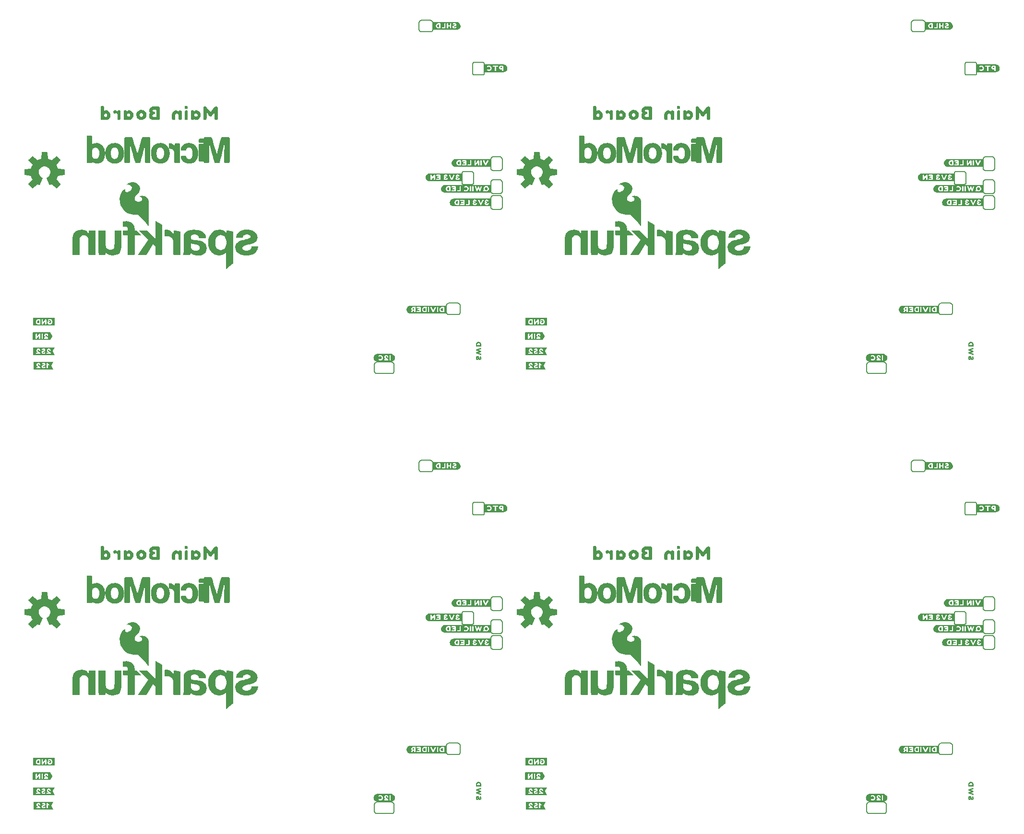
<source format=gbo>
G04 EAGLE Gerber RS-274X export*
G75*
%MOMM*%
%FSLAX34Y34*%
%LPD*%
%INSilkscreen Bottom*%
%IPPOS*%
%AMOC8*
5,1,8,0,0,1.08239X$1,22.5*%
G01*
%ADD10C,0.152400*%
%ADD11C,0.203200*%

G36*
X62273Y1190886D02*
X62273Y1190886D01*
X62381Y1190896D01*
X62394Y1190902D01*
X62408Y1190904D01*
X62505Y1190952D01*
X62604Y1190997D01*
X62617Y1191008D01*
X62626Y1191012D01*
X62641Y1191028D01*
X62718Y1191090D01*
X68750Y1197122D01*
X68800Y1197193D01*
X68805Y1197198D01*
X68807Y1197201D01*
X68813Y1197210D01*
X68879Y1197296D01*
X68884Y1197309D01*
X68892Y1197321D01*
X68923Y1197424D01*
X68959Y1197527D01*
X68959Y1197541D01*
X68963Y1197554D01*
X68959Y1197662D01*
X68960Y1197771D01*
X68955Y1197784D01*
X68955Y1197798D01*
X68917Y1197900D01*
X68882Y1198002D01*
X68873Y1198017D01*
X68869Y1198026D01*
X68855Y1198043D01*
X68801Y1198125D01*
X61947Y1206531D01*
X62985Y1208417D01*
X62993Y1208439D01*
X63021Y1208491D01*
X64038Y1210947D01*
X64044Y1210970D01*
X64066Y1211025D01*
X64665Y1213093D01*
X75455Y1214190D01*
X75559Y1214218D01*
X75665Y1214243D01*
X75677Y1214250D01*
X75690Y1214253D01*
X75780Y1214314D01*
X75873Y1214371D01*
X75881Y1214382D01*
X75893Y1214390D01*
X75959Y1214476D01*
X76028Y1214560D01*
X76032Y1214573D01*
X76041Y1214584D01*
X76075Y1214687D01*
X76114Y1214788D01*
X76115Y1214806D01*
X76119Y1214815D01*
X76119Y1214837D01*
X76128Y1214935D01*
X76128Y1223465D01*
X76111Y1223572D01*
X76097Y1223680D01*
X76091Y1223692D01*
X76089Y1223706D01*
X76037Y1223802D01*
X75990Y1223899D01*
X75980Y1223909D01*
X75974Y1223921D01*
X75894Y1223995D01*
X75818Y1224072D01*
X75806Y1224078D01*
X75796Y1224088D01*
X75697Y1224133D01*
X75600Y1224181D01*
X75582Y1224185D01*
X75573Y1224189D01*
X75552Y1224191D01*
X75455Y1224210D01*
X64665Y1225307D01*
X64066Y1227375D01*
X64055Y1227396D01*
X64038Y1227453D01*
X63021Y1229909D01*
X63008Y1229929D01*
X62985Y1229983D01*
X61947Y1231869D01*
X68801Y1240275D01*
X68855Y1240369D01*
X68912Y1240461D01*
X68915Y1240474D01*
X68922Y1240486D01*
X68943Y1240593D01*
X68968Y1240698D01*
X68966Y1240712D01*
X68969Y1240726D01*
X68954Y1240833D01*
X68944Y1240941D01*
X68938Y1240954D01*
X68936Y1240968D01*
X68888Y1241065D01*
X68843Y1241164D01*
X68832Y1241177D01*
X68828Y1241186D01*
X68812Y1241201D01*
X68750Y1241278D01*
X62718Y1247310D01*
X62630Y1247373D01*
X62544Y1247439D01*
X62531Y1247444D01*
X62519Y1247452D01*
X62416Y1247483D01*
X62313Y1247519D01*
X62299Y1247519D01*
X62286Y1247523D01*
X62178Y1247519D01*
X62069Y1247520D01*
X62056Y1247515D01*
X62042Y1247515D01*
X61940Y1247477D01*
X61838Y1247442D01*
X61823Y1247433D01*
X61814Y1247429D01*
X61797Y1247415D01*
X61715Y1247361D01*
X53309Y1240507D01*
X51423Y1241545D01*
X51401Y1241553D01*
X51349Y1241581D01*
X48893Y1242598D01*
X48870Y1242604D01*
X48815Y1242626D01*
X46747Y1243225D01*
X45650Y1254015D01*
X45622Y1254119D01*
X45597Y1254225D01*
X45590Y1254237D01*
X45587Y1254250D01*
X45526Y1254340D01*
X45469Y1254433D01*
X45458Y1254441D01*
X45450Y1254453D01*
X45364Y1254519D01*
X45280Y1254588D01*
X45267Y1254592D01*
X45256Y1254601D01*
X45153Y1254635D01*
X45052Y1254674D01*
X45034Y1254675D01*
X45025Y1254679D01*
X45003Y1254679D01*
X44905Y1254688D01*
X36375Y1254688D01*
X36268Y1254671D01*
X36160Y1254657D01*
X36148Y1254651D01*
X36134Y1254649D01*
X36038Y1254597D01*
X35941Y1254550D01*
X35931Y1254540D01*
X35919Y1254534D01*
X35845Y1254454D01*
X35768Y1254378D01*
X35762Y1254366D01*
X35752Y1254356D01*
X35707Y1254257D01*
X35659Y1254160D01*
X35655Y1254142D01*
X35651Y1254133D01*
X35649Y1254112D01*
X35630Y1254015D01*
X34533Y1243225D01*
X32465Y1242626D01*
X32444Y1242615D01*
X32387Y1242598D01*
X29931Y1241581D01*
X29911Y1241568D01*
X29857Y1241545D01*
X27971Y1240507D01*
X19565Y1247361D01*
X19471Y1247415D01*
X19379Y1247472D01*
X19366Y1247475D01*
X19354Y1247482D01*
X19247Y1247503D01*
X19142Y1247528D01*
X19128Y1247526D01*
X19114Y1247529D01*
X19007Y1247514D01*
X18899Y1247504D01*
X18886Y1247498D01*
X18873Y1247496D01*
X18775Y1247448D01*
X18676Y1247403D01*
X18663Y1247392D01*
X18654Y1247388D01*
X18639Y1247372D01*
X18562Y1247310D01*
X12530Y1241278D01*
X12467Y1241190D01*
X12401Y1241104D01*
X12396Y1241091D01*
X12388Y1241079D01*
X12357Y1240976D01*
X12321Y1240873D01*
X12321Y1240859D01*
X12317Y1240846D01*
X12321Y1240738D01*
X12320Y1240629D01*
X12325Y1240616D01*
X12325Y1240602D01*
X12363Y1240500D01*
X12398Y1240398D01*
X12407Y1240383D01*
X12411Y1240374D01*
X12425Y1240357D01*
X12479Y1240275D01*
X19333Y1231869D01*
X18295Y1229983D01*
X18287Y1229961D01*
X18259Y1229909D01*
X17242Y1227453D01*
X17236Y1227430D01*
X17214Y1227375D01*
X16615Y1225307D01*
X5825Y1224210D01*
X5721Y1224182D01*
X5615Y1224157D01*
X5603Y1224150D01*
X5590Y1224147D01*
X5500Y1224086D01*
X5407Y1224029D01*
X5399Y1224018D01*
X5387Y1224010D01*
X5321Y1223924D01*
X5253Y1223840D01*
X5248Y1223827D01*
X5239Y1223816D01*
X5205Y1223713D01*
X5166Y1223612D01*
X5165Y1223594D01*
X5161Y1223585D01*
X5162Y1223563D01*
X5152Y1223465D01*
X5152Y1214935D01*
X5169Y1214828D01*
X5183Y1214720D01*
X5189Y1214708D01*
X5191Y1214694D01*
X5243Y1214598D01*
X5290Y1214501D01*
X5300Y1214491D01*
X5306Y1214479D01*
X5386Y1214405D01*
X5462Y1214328D01*
X5474Y1214322D01*
X5485Y1214312D01*
X5583Y1214267D01*
X5680Y1214219D01*
X5698Y1214215D01*
X5707Y1214211D01*
X5728Y1214209D01*
X5825Y1214190D01*
X16615Y1213093D01*
X17214Y1211025D01*
X17225Y1211004D01*
X17242Y1210947D01*
X18259Y1208491D01*
X18272Y1208471D01*
X18295Y1208417D01*
X19333Y1206531D01*
X12479Y1198125D01*
X12425Y1198031D01*
X12368Y1197939D01*
X12365Y1197926D01*
X12358Y1197914D01*
X12337Y1197807D01*
X12312Y1197702D01*
X12314Y1197688D01*
X12311Y1197674D01*
X12326Y1197567D01*
X12336Y1197459D01*
X12342Y1197446D01*
X12344Y1197433D01*
X12392Y1197335D01*
X12437Y1197236D01*
X12448Y1197223D01*
X12452Y1197214D01*
X12468Y1197199D01*
X12530Y1197122D01*
X18562Y1191090D01*
X18650Y1191027D01*
X18736Y1190961D01*
X18749Y1190956D01*
X18761Y1190948D01*
X18864Y1190917D01*
X18967Y1190881D01*
X18981Y1190881D01*
X18994Y1190877D01*
X19102Y1190881D01*
X19211Y1190880D01*
X19224Y1190885D01*
X19238Y1190885D01*
X19340Y1190923D01*
X19442Y1190958D01*
X19457Y1190967D01*
X19466Y1190971D01*
X19483Y1190985D01*
X19565Y1191039D01*
X27965Y1197888D01*
X29252Y1197156D01*
X29271Y1197149D01*
X29307Y1197128D01*
X31116Y1196289D01*
X31154Y1196279D01*
X31190Y1196260D01*
X31271Y1196246D01*
X31351Y1196224D01*
X31391Y1196226D01*
X31430Y1196220D01*
X31512Y1196233D01*
X31595Y1196238D01*
X31632Y1196253D01*
X31671Y1196259D01*
X31744Y1196298D01*
X31821Y1196329D01*
X31851Y1196355D01*
X31887Y1196374D01*
X31943Y1196434D01*
X32006Y1196488D01*
X32026Y1196523D01*
X32054Y1196552D01*
X32123Y1196682D01*
X37146Y1208808D01*
X37171Y1208917D01*
X37200Y1209024D01*
X37199Y1209035D01*
X37202Y1209046D01*
X37191Y1209156D01*
X37183Y1209268D01*
X37179Y1209278D01*
X37178Y1209289D01*
X37132Y1209390D01*
X37089Y1209493D01*
X37082Y1209501D01*
X37077Y1209511D01*
X37001Y1209592D01*
X36928Y1209676D01*
X36916Y1209683D01*
X36910Y1209689D01*
X36893Y1209698D01*
X36804Y1209757D01*
X35054Y1210684D01*
X33562Y1211876D01*
X32319Y1213327D01*
X31369Y1214984D01*
X30744Y1216789D01*
X30468Y1218679D01*
X30550Y1220587D01*
X30986Y1222447D01*
X31762Y1224192D01*
X32851Y1225762D01*
X34213Y1227101D01*
X35801Y1228162D01*
X37559Y1228908D01*
X39426Y1229313D01*
X41335Y1229361D01*
X43220Y1229053D01*
X45015Y1228398D01*
X46655Y1227419D01*
X48084Y1226152D01*
X49251Y1224640D01*
X50115Y1222937D01*
X50646Y1221102D01*
X50826Y1219196D01*
X50682Y1217494D01*
X50255Y1215836D01*
X49555Y1214273D01*
X49216Y1213765D01*
X48715Y1213016D01*
X48715Y1213015D01*
X48604Y1212849D01*
X47428Y1211605D01*
X46060Y1210576D01*
X44482Y1209761D01*
X44390Y1209692D01*
X44297Y1209625D01*
X44292Y1209619D01*
X44286Y1209615D01*
X44221Y1209520D01*
X44154Y1209427D01*
X44152Y1209420D01*
X44148Y1209414D01*
X44117Y1209303D01*
X44083Y1209194D01*
X44083Y1209186D01*
X44082Y1209179D01*
X44087Y1209065D01*
X44091Y1208950D01*
X44094Y1208941D01*
X44094Y1208936D01*
X44100Y1208921D01*
X44134Y1208808D01*
X49157Y1196682D01*
X49178Y1196648D01*
X49191Y1196611D01*
X49242Y1196545D01*
X49286Y1196475D01*
X49317Y1196450D01*
X49341Y1196418D01*
X49410Y1196373D01*
X49474Y1196320D01*
X49512Y1196306D01*
X49545Y1196284D01*
X49625Y1196263D01*
X49703Y1196234D01*
X49743Y1196233D01*
X49781Y1196223D01*
X49864Y1196229D01*
X49946Y1196226D01*
X49985Y1196238D01*
X50025Y1196241D01*
X50164Y1196289D01*
X51973Y1197128D01*
X51989Y1197139D01*
X52028Y1197156D01*
X53315Y1197888D01*
X61715Y1191039D01*
X61809Y1190985D01*
X61901Y1190928D01*
X61914Y1190925D01*
X61926Y1190918D01*
X62033Y1190897D01*
X62138Y1190872D01*
X62152Y1190874D01*
X62166Y1190871D01*
X62273Y1190886D01*
G37*
G36*
X930953Y1190886D02*
X930953Y1190886D01*
X931061Y1190896D01*
X931074Y1190902D01*
X931088Y1190904D01*
X931185Y1190952D01*
X931284Y1190997D01*
X931297Y1191008D01*
X931306Y1191012D01*
X931321Y1191028D01*
X931398Y1191090D01*
X937430Y1197122D01*
X937480Y1197193D01*
X937485Y1197198D01*
X937487Y1197201D01*
X937493Y1197210D01*
X937559Y1197296D01*
X937564Y1197309D01*
X937572Y1197321D01*
X937603Y1197424D01*
X937639Y1197527D01*
X937639Y1197541D01*
X937643Y1197554D01*
X937639Y1197662D01*
X937640Y1197771D01*
X937635Y1197784D01*
X937635Y1197798D01*
X937597Y1197900D01*
X937562Y1198002D01*
X937553Y1198017D01*
X937549Y1198026D01*
X937535Y1198043D01*
X937481Y1198125D01*
X930627Y1206531D01*
X931665Y1208417D01*
X931673Y1208439D01*
X931701Y1208491D01*
X932718Y1210947D01*
X932724Y1210970D01*
X932746Y1211025D01*
X933345Y1213093D01*
X944135Y1214190D01*
X944239Y1214218D01*
X944345Y1214243D01*
X944357Y1214250D01*
X944370Y1214253D01*
X944460Y1214314D01*
X944553Y1214371D01*
X944561Y1214382D01*
X944573Y1214390D01*
X944639Y1214476D01*
X944708Y1214560D01*
X944712Y1214573D01*
X944721Y1214584D01*
X944755Y1214687D01*
X944794Y1214788D01*
X944795Y1214806D01*
X944799Y1214815D01*
X944799Y1214837D01*
X944808Y1214935D01*
X944808Y1223465D01*
X944791Y1223572D01*
X944777Y1223680D01*
X944771Y1223692D01*
X944769Y1223706D01*
X944717Y1223802D01*
X944670Y1223899D01*
X944660Y1223909D01*
X944654Y1223921D01*
X944574Y1223995D01*
X944498Y1224072D01*
X944486Y1224078D01*
X944476Y1224088D01*
X944377Y1224133D01*
X944280Y1224181D01*
X944262Y1224185D01*
X944253Y1224189D01*
X944232Y1224191D01*
X944135Y1224210D01*
X933345Y1225307D01*
X932746Y1227375D01*
X932735Y1227396D01*
X932718Y1227453D01*
X931701Y1229909D01*
X931688Y1229929D01*
X931665Y1229983D01*
X930627Y1231869D01*
X937481Y1240275D01*
X937535Y1240369D01*
X937592Y1240461D01*
X937595Y1240474D01*
X937602Y1240486D01*
X937623Y1240593D01*
X937648Y1240698D01*
X937646Y1240712D01*
X937649Y1240726D01*
X937634Y1240833D01*
X937624Y1240941D01*
X937618Y1240954D01*
X937616Y1240968D01*
X937568Y1241065D01*
X937523Y1241164D01*
X937512Y1241177D01*
X937508Y1241186D01*
X937492Y1241201D01*
X937430Y1241278D01*
X931398Y1247310D01*
X931310Y1247373D01*
X931224Y1247439D01*
X931211Y1247444D01*
X931199Y1247452D01*
X931096Y1247483D01*
X930993Y1247519D01*
X930979Y1247519D01*
X930966Y1247523D01*
X930858Y1247519D01*
X930749Y1247520D01*
X930736Y1247515D01*
X930722Y1247515D01*
X930620Y1247477D01*
X930518Y1247442D01*
X930503Y1247433D01*
X930494Y1247429D01*
X930477Y1247415D01*
X930395Y1247361D01*
X921989Y1240507D01*
X920103Y1241545D01*
X920081Y1241553D01*
X920029Y1241581D01*
X917573Y1242598D01*
X917550Y1242604D01*
X917495Y1242626D01*
X915427Y1243225D01*
X914330Y1254015D01*
X914302Y1254119D01*
X914277Y1254225D01*
X914270Y1254237D01*
X914267Y1254250D01*
X914206Y1254340D01*
X914149Y1254433D01*
X914138Y1254441D01*
X914130Y1254453D01*
X914044Y1254519D01*
X913960Y1254588D01*
X913947Y1254592D01*
X913936Y1254601D01*
X913833Y1254635D01*
X913732Y1254674D01*
X913714Y1254675D01*
X913705Y1254679D01*
X913683Y1254679D01*
X913585Y1254688D01*
X905055Y1254688D01*
X904948Y1254671D01*
X904840Y1254657D01*
X904828Y1254651D01*
X904814Y1254649D01*
X904718Y1254597D01*
X904621Y1254550D01*
X904611Y1254540D01*
X904599Y1254534D01*
X904525Y1254454D01*
X904448Y1254378D01*
X904442Y1254366D01*
X904432Y1254356D01*
X904387Y1254257D01*
X904339Y1254160D01*
X904335Y1254142D01*
X904331Y1254133D01*
X904329Y1254112D01*
X904310Y1254015D01*
X903213Y1243225D01*
X901145Y1242626D01*
X901124Y1242615D01*
X901067Y1242598D01*
X898611Y1241581D01*
X898591Y1241568D01*
X898537Y1241545D01*
X896651Y1240507D01*
X888245Y1247361D01*
X888151Y1247415D01*
X888059Y1247472D01*
X888046Y1247475D01*
X888034Y1247482D01*
X887927Y1247503D01*
X887822Y1247528D01*
X887808Y1247526D01*
X887794Y1247529D01*
X887687Y1247514D01*
X887579Y1247504D01*
X887566Y1247498D01*
X887553Y1247496D01*
X887455Y1247448D01*
X887356Y1247403D01*
X887343Y1247392D01*
X887334Y1247388D01*
X887319Y1247372D01*
X887242Y1247310D01*
X881210Y1241278D01*
X881147Y1241190D01*
X881081Y1241104D01*
X881076Y1241091D01*
X881068Y1241079D01*
X881037Y1240976D01*
X881001Y1240873D01*
X881001Y1240859D01*
X880997Y1240846D01*
X881001Y1240738D01*
X881000Y1240629D01*
X881005Y1240616D01*
X881005Y1240602D01*
X881043Y1240500D01*
X881078Y1240398D01*
X881087Y1240383D01*
X881091Y1240374D01*
X881105Y1240357D01*
X881159Y1240275D01*
X888013Y1231869D01*
X886975Y1229983D01*
X886967Y1229961D01*
X886939Y1229909D01*
X885922Y1227453D01*
X885916Y1227430D01*
X885894Y1227375D01*
X885295Y1225307D01*
X874505Y1224210D01*
X874401Y1224182D01*
X874295Y1224157D01*
X874283Y1224150D01*
X874270Y1224147D01*
X874180Y1224086D01*
X874087Y1224029D01*
X874079Y1224018D01*
X874067Y1224010D01*
X874001Y1223924D01*
X873933Y1223840D01*
X873928Y1223827D01*
X873919Y1223816D01*
X873885Y1223713D01*
X873846Y1223612D01*
X873845Y1223594D01*
X873841Y1223585D01*
X873842Y1223563D01*
X873832Y1223465D01*
X873832Y1214935D01*
X873849Y1214828D01*
X873863Y1214720D01*
X873869Y1214708D01*
X873871Y1214694D01*
X873923Y1214598D01*
X873970Y1214501D01*
X873980Y1214491D01*
X873986Y1214479D01*
X874066Y1214405D01*
X874142Y1214328D01*
X874154Y1214322D01*
X874165Y1214312D01*
X874263Y1214267D01*
X874360Y1214219D01*
X874378Y1214215D01*
X874387Y1214211D01*
X874408Y1214209D01*
X874505Y1214190D01*
X885295Y1213093D01*
X885894Y1211025D01*
X885905Y1211004D01*
X885922Y1210947D01*
X886939Y1208491D01*
X886952Y1208471D01*
X886975Y1208417D01*
X888013Y1206531D01*
X881159Y1198125D01*
X881105Y1198031D01*
X881048Y1197939D01*
X881045Y1197926D01*
X881038Y1197914D01*
X881017Y1197807D01*
X880992Y1197702D01*
X880994Y1197688D01*
X880991Y1197674D01*
X881006Y1197567D01*
X881016Y1197459D01*
X881022Y1197446D01*
X881024Y1197433D01*
X881072Y1197335D01*
X881117Y1197236D01*
X881128Y1197223D01*
X881132Y1197214D01*
X881148Y1197199D01*
X881210Y1197122D01*
X887242Y1191090D01*
X887330Y1191027D01*
X887416Y1190961D01*
X887429Y1190956D01*
X887441Y1190948D01*
X887544Y1190917D01*
X887647Y1190881D01*
X887661Y1190881D01*
X887674Y1190877D01*
X887782Y1190881D01*
X887891Y1190880D01*
X887904Y1190885D01*
X887918Y1190885D01*
X888020Y1190923D01*
X888122Y1190958D01*
X888137Y1190967D01*
X888146Y1190971D01*
X888163Y1190985D01*
X888245Y1191039D01*
X896645Y1197888D01*
X897932Y1197156D01*
X897951Y1197149D01*
X897987Y1197128D01*
X899796Y1196289D01*
X899834Y1196279D01*
X899870Y1196260D01*
X899951Y1196246D01*
X900031Y1196224D01*
X900071Y1196226D01*
X900110Y1196220D01*
X900192Y1196233D01*
X900275Y1196238D01*
X900312Y1196253D01*
X900351Y1196259D01*
X900424Y1196298D01*
X900501Y1196329D01*
X900531Y1196355D01*
X900567Y1196374D01*
X900623Y1196434D01*
X900686Y1196488D01*
X900706Y1196523D01*
X900734Y1196552D01*
X900803Y1196682D01*
X905826Y1208808D01*
X905851Y1208917D01*
X905880Y1209024D01*
X905879Y1209035D01*
X905882Y1209046D01*
X905871Y1209156D01*
X905863Y1209268D01*
X905859Y1209278D01*
X905858Y1209289D01*
X905812Y1209390D01*
X905769Y1209493D01*
X905762Y1209501D01*
X905757Y1209511D01*
X905681Y1209592D01*
X905608Y1209676D01*
X905596Y1209683D01*
X905590Y1209689D01*
X905573Y1209698D01*
X905484Y1209757D01*
X903734Y1210684D01*
X902242Y1211876D01*
X900999Y1213327D01*
X900049Y1214984D01*
X899424Y1216789D01*
X899148Y1218679D01*
X899230Y1220587D01*
X899666Y1222447D01*
X900442Y1224192D01*
X901531Y1225762D01*
X902893Y1227101D01*
X904481Y1228162D01*
X906239Y1228908D01*
X908106Y1229313D01*
X910015Y1229361D01*
X911900Y1229053D01*
X913695Y1228398D01*
X915335Y1227419D01*
X916764Y1226152D01*
X917931Y1224640D01*
X918795Y1222937D01*
X919326Y1221102D01*
X919506Y1219196D01*
X919362Y1217494D01*
X918935Y1215836D01*
X918235Y1214273D01*
X917896Y1213765D01*
X917395Y1213016D01*
X917395Y1213015D01*
X917284Y1212849D01*
X916108Y1211605D01*
X914740Y1210576D01*
X913162Y1209761D01*
X913070Y1209692D01*
X912977Y1209625D01*
X912972Y1209619D01*
X912966Y1209615D01*
X912901Y1209520D01*
X912834Y1209427D01*
X912832Y1209420D01*
X912828Y1209414D01*
X912797Y1209303D01*
X912763Y1209194D01*
X912763Y1209186D01*
X912762Y1209179D01*
X912767Y1209065D01*
X912771Y1208950D01*
X912774Y1208941D01*
X912774Y1208936D01*
X912780Y1208921D01*
X912814Y1208808D01*
X917837Y1196682D01*
X917858Y1196648D01*
X917871Y1196611D01*
X917922Y1196545D01*
X917966Y1196475D01*
X917997Y1196450D01*
X918021Y1196418D01*
X918090Y1196373D01*
X918154Y1196320D01*
X918192Y1196306D01*
X918225Y1196284D01*
X918305Y1196263D01*
X918383Y1196234D01*
X918423Y1196233D01*
X918461Y1196223D01*
X918544Y1196229D01*
X918626Y1196226D01*
X918665Y1196238D01*
X918705Y1196241D01*
X918844Y1196289D01*
X920653Y1197128D01*
X920669Y1197139D01*
X920708Y1197156D01*
X921995Y1197888D01*
X930395Y1191039D01*
X930489Y1190985D01*
X930581Y1190928D01*
X930594Y1190925D01*
X930606Y1190918D01*
X930713Y1190897D01*
X930818Y1190872D01*
X930832Y1190874D01*
X930846Y1190871D01*
X930953Y1190886D01*
G37*
G36*
X62273Y413646D02*
X62273Y413646D01*
X62381Y413656D01*
X62394Y413662D01*
X62408Y413664D01*
X62505Y413712D01*
X62604Y413757D01*
X62617Y413768D01*
X62626Y413772D01*
X62641Y413788D01*
X62718Y413850D01*
X68750Y419882D01*
X68800Y419953D01*
X68805Y419958D01*
X68807Y419961D01*
X68813Y419970D01*
X68879Y420056D01*
X68884Y420069D01*
X68892Y420081D01*
X68923Y420184D01*
X68959Y420287D01*
X68959Y420301D01*
X68963Y420314D01*
X68959Y420422D01*
X68960Y420531D01*
X68955Y420544D01*
X68955Y420558D01*
X68917Y420660D01*
X68882Y420762D01*
X68873Y420777D01*
X68869Y420786D01*
X68855Y420803D01*
X68801Y420885D01*
X61947Y429291D01*
X62985Y431177D01*
X62993Y431199D01*
X63021Y431251D01*
X64038Y433707D01*
X64044Y433730D01*
X64066Y433785D01*
X64665Y435853D01*
X75455Y436950D01*
X75559Y436978D01*
X75665Y437003D01*
X75677Y437010D01*
X75690Y437013D01*
X75780Y437074D01*
X75873Y437131D01*
X75881Y437142D01*
X75893Y437150D01*
X75959Y437236D01*
X76028Y437320D01*
X76032Y437333D01*
X76041Y437344D01*
X76075Y437447D01*
X76114Y437548D01*
X76115Y437566D01*
X76119Y437575D01*
X76119Y437597D01*
X76128Y437695D01*
X76128Y446225D01*
X76111Y446332D01*
X76097Y446440D01*
X76091Y446452D01*
X76089Y446466D01*
X76037Y446562D01*
X75990Y446659D01*
X75980Y446669D01*
X75974Y446681D01*
X75894Y446755D01*
X75818Y446832D01*
X75806Y446838D01*
X75796Y446848D01*
X75697Y446893D01*
X75600Y446941D01*
X75582Y446945D01*
X75573Y446949D01*
X75552Y446951D01*
X75455Y446970D01*
X64665Y448067D01*
X64066Y450135D01*
X64055Y450156D01*
X64038Y450213D01*
X63021Y452669D01*
X63008Y452689D01*
X62985Y452743D01*
X61947Y454629D01*
X68801Y463035D01*
X68855Y463129D01*
X68912Y463221D01*
X68915Y463234D01*
X68922Y463246D01*
X68943Y463353D01*
X68968Y463458D01*
X68966Y463472D01*
X68969Y463486D01*
X68954Y463593D01*
X68944Y463701D01*
X68938Y463714D01*
X68936Y463728D01*
X68888Y463825D01*
X68843Y463924D01*
X68832Y463937D01*
X68828Y463946D01*
X68812Y463961D01*
X68750Y464038D01*
X62718Y470070D01*
X62630Y470133D01*
X62544Y470199D01*
X62531Y470204D01*
X62519Y470212D01*
X62416Y470243D01*
X62313Y470279D01*
X62299Y470279D01*
X62286Y470283D01*
X62178Y470279D01*
X62069Y470280D01*
X62056Y470275D01*
X62042Y470275D01*
X61940Y470237D01*
X61838Y470202D01*
X61823Y470193D01*
X61814Y470189D01*
X61797Y470175D01*
X61715Y470121D01*
X53309Y463267D01*
X51423Y464305D01*
X51401Y464313D01*
X51349Y464341D01*
X48893Y465358D01*
X48870Y465364D01*
X48815Y465386D01*
X46747Y465985D01*
X45650Y476775D01*
X45622Y476879D01*
X45597Y476985D01*
X45590Y476997D01*
X45587Y477010D01*
X45526Y477100D01*
X45469Y477193D01*
X45458Y477201D01*
X45450Y477213D01*
X45364Y477279D01*
X45280Y477348D01*
X45267Y477352D01*
X45256Y477361D01*
X45153Y477395D01*
X45052Y477434D01*
X45034Y477435D01*
X45025Y477439D01*
X45003Y477439D01*
X44905Y477448D01*
X36375Y477448D01*
X36268Y477431D01*
X36160Y477417D01*
X36148Y477411D01*
X36134Y477409D01*
X36038Y477357D01*
X35941Y477310D01*
X35931Y477300D01*
X35919Y477294D01*
X35845Y477214D01*
X35768Y477138D01*
X35762Y477126D01*
X35752Y477116D01*
X35707Y477017D01*
X35659Y476920D01*
X35655Y476902D01*
X35651Y476893D01*
X35649Y476872D01*
X35630Y476775D01*
X34533Y465985D01*
X32465Y465386D01*
X32444Y465375D01*
X32387Y465358D01*
X29931Y464341D01*
X29911Y464328D01*
X29857Y464305D01*
X27971Y463267D01*
X19565Y470121D01*
X19471Y470175D01*
X19379Y470232D01*
X19366Y470235D01*
X19354Y470242D01*
X19247Y470263D01*
X19142Y470288D01*
X19128Y470286D01*
X19114Y470289D01*
X19007Y470274D01*
X18899Y470264D01*
X18886Y470258D01*
X18873Y470256D01*
X18775Y470208D01*
X18676Y470163D01*
X18663Y470152D01*
X18654Y470148D01*
X18639Y470132D01*
X18562Y470070D01*
X12530Y464038D01*
X12467Y463950D01*
X12401Y463864D01*
X12396Y463851D01*
X12388Y463839D01*
X12357Y463736D01*
X12321Y463633D01*
X12321Y463619D01*
X12317Y463606D01*
X12321Y463498D01*
X12320Y463389D01*
X12325Y463376D01*
X12325Y463362D01*
X12363Y463260D01*
X12398Y463158D01*
X12407Y463143D01*
X12411Y463134D01*
X12425Y463117D01*
X12479Y463035D01*
X19333Y454629D01*
X18295Y452743D01*
X18287Y452721D01*
X18259Y452669D01*
X17242Y450213D01*
X17236Y450190D01*
X17214Y450135D01*
X16615Y448067D01*
X5825Y446970D01*
X5721Y446942D01*
X5615Y446917D01*
X5603Y446910D01*
X5590Y446907D01*
X5500Y446846D01*
X5407Y446789D01*
X5399Y446778D01*
X5387Y446770D01*
X5321Y446684D01*
X5253Y446600D01*
X5248Y446587D01*
X5239Y446576D01*
X5205Y446473D01*
X5166Y446372D01*
X5165Y446354D01*
X5161Y446345D01*
X5162Y446323D01*
X5152Y446225D01*
X5152Y437695D01*
X5169Y437588D01*
X5183Y437480D01*
X5189Y437468D01*
X5191Y437454D01*
X5243Y437358D01*
X5290Y437261D01*
X5300Y437251D01*
X5306Y437239D01*
X5386Y437165D01*
X5462Y437088D01*
X5474Y437082D01*
X5485Y437072D01*
X5583Y437027D01*
X5680Y436979D01*
X5698Y436975D01*
X5707Y436971D01*
X5728Y436969D01*
X5825Y436950D01*
X16615Y435853D01*
X17214Y433785D01*
X17225Y433764D01*
X17242Y433707D01*
X18259Y431251D01*
X18272Y431231D01*
X18295Y431177D01*
X19333Y429291D01*
X12479Y420885D01*
X12425Y420791D01*
X12368Y420699D01*
X12365Y420686D01*
X12358Y420674D01*
X12337Y420567D01*
X12312Y420462D01*
X12314Y420448D01*
X12311Y420434D01*
X12326Y420327D01*
X12336Y420219D01*
X12342Y420206D01*
X12344Y420193D01*
X12392Y420095D01*
X12437Y419996D01*
X12448Y419983D01*
X12452Y419974D01*
X12468Y419959D01*
X12530Y419882D01*
X18562Y413850D01*
X18650Y413787D01*
X18736Y413721D01*
X18749Y413716D01*
X18761Y413708D01*
X18864Y413677D01*
X18967Y413641D01*
X18981Y413641D01*
X18994Y413637D01*
X19102Y413641D01*
X19211Y413640D01*
X19224Y413645D01*
X19238Y413645D01*
X19340Y413683D01*
X19442Y413718D01*
X19457Y413727D01*
X19466Y413731D01*
X19483Y413745D01*
X19565Y413799D01*
X27965Y420648D01*
X29252Y419916D01*
X29271Y419909D01*
X29307Y419888D01*
X31116Y419049D01*
X31154Y419039D01*
X31190Y419020D01*
X31271Y419006D01*
X31351Y418984D01*
X31391Y418986D01*
X31430Y418980D01*
X31512Y418993D01*
X31595Y418998D01*
X31632Y419013D01*
X31671Y419019D01*
X31744Y419058D01*
X31821Y419089D01*
X31851Y419115D01*
X31887Y419134D01*
X31943Y419194D01*
X32006Y419248D01*
X32026Y419283D01*
X32054Y419312D01*
X32123Y419442D01*
X37146Y431568D01*
X37171Y431677D01*
X37200Y431784D01*
X37199Y431795D01*
X37202Y431806D01*
X37191Y431916D01*
X37183Y432028D01*
X37179Y432038D01*
X37178Y432049D01*
X37132Y432150D01*
X37089Y432253D01*
X37082Y432261D01*
X37077Y432271D01*
X37001Y432352D01*
X36928Y432436D01*
X36916Y432443D01*
X36910Y432449D01*
X36893Y432458D01*
X36804Y432517D01*
X35054Y433444D01*
X33562Y434636D01*
X32319Y436087D01*
X31369Y437744D01*
X30744Y439549D01*
X30468Y441439D01*
X30550Y443347D01*
X30986Y445207D01*
X31762Y446952D01*
X32851Y448522D01*
X34213Y449861D01*
X35801Y450922D01*
X37559Y451668D01*
X39426Y452073D01*
X41335Y452121D01*
X43220Y451813D01*
X45015Y451158D01*
X46655Y450179D01*
X48084Y448912D01*
X49251Y447400D01*
X50115Y445697D01*
X50646Y443862D01*
X50826Y441956D01*
X50682Y440254D01*
X50255Y438596D01*
X49555Y437033D01*
X49216Y436525D01*
X48715Y435776D01*
X48715Y435775D01*
X48604Y435609D01*
X47428Y434365D01*
X46060Y433336D01*
X44482Y432521D01*
X44390Y432452D01*
X44297Y432385D01*
X44292Y432379D01*
X44286Y432375D01*
X44221Y432280D01*
X44154Y432187D01*
X44152Y432180D01*
X44148Y432174D01*
X44117Y432063D01*
X44083Y431954D01*
X44083Y431946D01*
X44082Y431939D01*
X44087Y431825D01*
X44091Y431710D01*
X44094Y431701D01*
X44094Y431696D01*
X44100Y431681D01*
X44134Y431568D01*
X49157Y419442D01*
X49178Y419408D01*
X49191Y419371D01*
X49242Y419305D01*
X49286Y419235D01*
X49317Y419210D01*
X49341Y419178D01*
X49410Y419133D01*
X49474Y419080D01*
X49512Y419066D01*
X49545Y419044D01*
X49625Y419023D01*
X49703Y418994D01*
X49743Y418993D01*
X49781Y418983D01*
X49864Y418989D01*
X49946Y418986D01*
X49985Y418998D01*
X50025Y419001D01*
X50164Y419049D01*
X51973Y419888D01*
X51989Y419899D01*
X52028Y419916D01*
X53315Y420648D01*
X61715Y413799D01*
X61809Y413745D01*
X61901Y413688D01*
X61914Y413685D01*
X61926Y413678D01*
X62033Y413657D01*
X62138Y413632D01*
X62152Y413634D01*
X62166Y413631D01*
X62273Y413646D01*
G37*
G36*
X930953Y413646D02*
X930953Y413646D01*
X931061Y413656D01*
X931074Y413662D01*
X931088Y413664D01*
X931185Y413712D01*
X931284Y413757D01*
X931297Y413768D01*
X931306Y413772D01*
X931321Y413788D01*
X931398Y413850D01*
X937430Y419882D01*
X937480Y419953D01*
X937485Y419958D01*
X937487Y419961D01*
X937493Y419970D01*
X937559Y420056D01*
X937564Y420069D01*
X937572Y420081D01*
X937603Y420184D01*
X937639Y420287D01*
X937639Y420301D01*
X937643Y420314D01*
X937639Y420422D01*
X937640Y420531D01*
X937635Y420544D01*
X937635Y420558D01*
X937597Y420660D01*
X937562Y420762D01*
X937553Y420777D01*
X937549Y420786D01*
X937535Y420803D01*
X937481Y420885D01*
X930627Y429291D01*
X931665Y431177D01*
X931673Y431199D01*
X931701Y431251D01*
X932718Y433707D01*
X932724Y433730D01*
X932746Y433785D01*
X933345Y435853D01*
X944135Y436950D01*
X944239Y436978D01*
X944345Y437003D01*
X944357Y437010D01*
X944370Y437013D01*
X944460Y437074D01*
X944553Y437131D01*
X944561Y437142D01*
X944573Y437150D01*
X944639Y437236D01*
X944708Y437320D01*
X944712Y437333D01*
X944721Y437344D01*
X944755Y437447D01*
X944794Y437548D01*
X944795Y437566D01*
X944799Y437575D01*
X944799Y437597D01*
X944808Y437695D01*
X944808Y446225D01*
X944791Y446332D01*
X944777Y446440D01*
X944771Y446452D01*
X944769Y446466D01*
X944717Y446562D01*
X944670Y446659D01*
X944660Y446669D01*
X944654Y446681D01*
X944574Y446755D01*
X944498Y446832D01*
X944486Y446838D01*
X944476Y446848D01*
X944377Y446893D01*
X944280Y446941D01*
X944262Y446945D01*
X944253Y446949D01*
X944232Y446951D01*
X944135Y446970D01*
X933345Y448067D01*
X932746Y450135D01*
X932735Y450156D01*
X932718Y450213D01*
X931701Y452669D01*
X931688Y452689D01*
X931665Y452743D01*
X930627Y454629D01*
X937481Y463035D01*
X937535Y463129D01*
X937592Y463221D01*
X937595Y463234D01*
X937602Y463246D01*
X937623Y463353D01*
X937648Y463458D01*
X937646Y463472D01*
X937649Y463486D01*
X937634Y463593D01*
X937624Y463701D01*
X937618Y463714D01*
X937616Y463728D01*
X937568Y463825D01*
X937523Y463924D01*
X937512Y463937D01*
X937508Y463946D01*
X937492Y463961D01*
X937430Y464038D01*
X931398Y470070D01*
X931310Y470133D01*
X931224Y470199D01*
X931211Y470204D01*
X931199Y470212D01*
X931096Y470243D01*
X930993Y470279D01*
X930979Y470279D01*
X930966Y470283D01*
X930858Y470279D01*
X930749Y470280D01*
X930736Y470275D01*
X930722Y470275D01*
X930620Y470237D01*
X930518Y470202D01*
X930503Y470193D01*
X930494Y470189D01*
X930477Y470175D01*
X930395Y470121D01*
X921989Y463267D01*
X920103Y464305D01*
X920081Y464313D01*
X920029Y464341D01*
X917573Y465358D01*
X917550Y465364D01*
X917495Y465386D01*
X915427Y465985D01*
X914330Y476775D01*
X914302Y476879D01*
X914277Y476985D01*
X914270Y476997D01*
X914267Y477010D01*
X914206Y477100D01*
X914149Y477193D01*
X914138Y477201D01*
X914130Y477213D01*
X914044Y477279D01*
X913960Y477348D01*
X913947Y477352D01*
X913936Y477361D01*
X913833Y477395D01*
X913732Y477434D01*
X913714Y477435D01*
X913705Y477439D01*
X913683Y477439D01*
X913585Y477448D01*
X905055Y477448D01*
X904948Y477431D01*
X904840Y477417D01*
X904828Y477411D01*
X904814Y477409D01*
X904718Y477357D01*
X904621Y477310D01*
X904611Y477300D01*
X904599Y477294D01*
X904525Y477214D01*
X904448Y477138D01*
X904442Y477126D01*
X904432Y477116D01*
X904387Y477017D01*
X904339Y476920D01*
X904335Y476902D01*
X904331Y476893D01*
X904329Y476872D01*
X904310Y476775D01*
X903213Y465985D01*
X901145Y465386D01*
X901124Y465375D01*
X901067Y465358D01*
X898611Y464341D01*
X898591Y464328D01*
X898537Y464305D01*
X896651Y463267D01*
X888245Y470121D01*
X888151Y470175D01*
X888059Y470232D01*
X888046Y470235D01*
X888034Y470242D01*
X887927Y470263D01*
X887822Y470288D01*
X887808Y470286D01*
X887794Y470289D01*
X887687Y470274D01*
X887579Y470264D01*
X887566Y470258D01*
X887553Y470256D01*
X887455Y470208D01*
X887356Y470163D01*
X887343Y470152D01*
X887334Y470148D01*
X887319Y470132D01*
X887242Y470070D01*
X881210Y464038D01*
X881147Y463950D01*
X881081Y463864D01*
X881076Y463851D01*
X881068Y463839D01*
X881037Y463736D01*
X881001Y463633D01*
X881001Y463619D01*
X880997Y463606D01*
X881001Y463498D01*
X881000Y463389D01*
X881005Y463376D01*
X881005Y463362D01*
X881043Y463260D01*
X881078Y463158D01*
X881087Y463143D01*
X881091Y463134D01*
X881105Y463117D01*
X881159Y463035D01*
X888013Y454629D01*
X886975Y452743D01*
X886967Y452721D01*
X886939Y452669D01*
X885922Y450213D01*
X885916Y450190D01*
X885894Y450135D01*
X885295Y448067D01*
X874505Y446970D01*
X874401Y446942D01*
X874295Y446917D01*
X874283Y446910D01*
X874270Y446907D01*
X874180Y446846D01*
X874087Y446789D01*
X874079Y446778D01*
X874067Y446770D01*
X874001Y446684D01*
X873933Y446600D01*
X873928Y446587D01*
X873919Y446576D01*
X873885Y446473D01*
X873846Y446372D01*
X873845Y446354D01*
X873841Y446345D01*
X873842Y446323D01*
X873832Y446225D01*
X873832Y437695D01*
X873849Y437588D01*
X873863Y437480D01*
X873869Y437468D01*
X873871Y437454D01*
X873923Y437358D01*
X873970Y437261D01*
X873980Y437251D01*
X873986Y437239D01*
X874066Y437165D01*
X874142Y437088D01*
X874154Y437082D01*
X874165Y437072D01*
X874263Y437027D01*
X874360Y436979D01*
X874378Y436975D01*
X874387Y436971D01*
X874408Y436969D01*
X874505Y436950D01*
X885295Y435853D01*
X885894Y433785D01*
X885905Y433764D01*
X885922Y433707D01*
X886939Y431251D01*
X886952Y431231D01*
X886975Y431177D01*
X888013Y429291D01*
X881159Y420885D01*
X881105Y420791D01*
X881048Y420699D01*
X881045Y420686D01*
X881038Y420674D01*
X881017Y420567D01*
X880992Y420462D01*
X880994Y420448D01*
X880991Y420434D01*
X881006Y420327D01*
X881016Y420219D01*
X881022Y420206D01*
X881024Y420193D01*
X881072Y420095D01*
X881117Y419996D01*
X881128Y419983D01*
X881132Y419974D01*
X881148Y419959D01*
X881210Y419882D01*
X887242Y413850D01*
X887330Y413787D01*
X887416Y413721D01*
X887429Y413716D01*
X887441Y413708D01*
X887544Y413677D01*
X887647Y413641D01*
X887661Y413641D01*
X887674Y413637D01*
X887782Y413641D01*
X887891Y413640D01*
X887904Y413645D01*
X887918Y413645D01*
X888020Y413683D01*
X888122Y413718D01*
X888137Y413727D01*
X888146Y413731D01*
X888163Y413745D01*
X888245Y413799D01*
X896645Y420648D01*
X897932Y419916D01*
X897951Y419909D01*
X897987Y419888D01*
X899796Y419049D01*
X899834Y419039D01*
X899870Y419020D01*
X899951Y419006D01*
X900031Y418984D01*
X900071Y418986D01*
X900110Y418980D01*
X900192Y418993D01*
X900275Y418998D01*
X900312Y419013D01*
X900351Y419019D01*
X900424Y419058D01*
X900501Y419089D01*
X900531Y419115D01*
X900567Y419134D01*
X900623Y419194D01*
X900686Y419248D01*
X900706Y419283D01*
X900734Y419312D01*
X900803Y419442D01*
X905826Y431568D01*
X905851Y431677D01*
X905880Y431784D01*
X905879Y431795D01*
X905882Y431806D01*
X905871Y431916D01*
X905863Y432028D01*
X905859Y432038D01*
X905858Y432049D01*
X905812Y432150D01*
X905769Y432253D01*
X905762Y432261D01*
X905757Y432271D01*
X905681Y432352D01*
X905608Y432436D01*
X905596Y432443D01*
X905590Y432449D01*
X905573Y432458D01*
X905484Y432517D01*
X903734Y433444D01*
X902242Y434636D01*
X900999Y436087D01*
X900049Y437744D01*
X899424Y439549D01*
X899148Y441439D01*
X899230Y443347D01*
X899666Y445207D01*
X900442Y446952D01*
X901531Y448522D01*
X902893Y449861D01*
X904481Y450922D01*
X906239Y451668D01*
X908106Y452073D01*
X910015Y452121D01*
X911900Y451813D01*
X913695Y451158D01*
X915335Y450179D01*
X916764Y448912D01*
X917931Y447400D01*
X918795Y445697D01*
X919326Y443862D01*
X919506Y441956D01*
X919362Y440254D01*
X918935Y438596D01*
X918235Y437033D01*
X917896Y436525D01*
X917395Y435776D01*
X917395Y435775D01*
X917284Y435609D01*
X916108Y434365D01*
X914740Y433336D01*
X913162Y432521D01*
X913070Y432452D01*
X912977Y432385D01*
X912972Y432379D01*
X912966Y432375D01*
X912901Y432280D01*
X912834Y432187D01*
X912832Y432180D01*
X912828Y432174D01*
X912797Y432063D01*
X912763Y431954D01*
X912763Y431946D01*
X912762Y431939D01*
X912767Y431825D01*
X912771Y431710D01*
X912774Y431701D01*
X912774Y431696D01*
X912780Y431681D01*
X912814Y431568D01*
X917837Y419442D01*
X917858Y419408D01*
X917871Y419371D01*
X917922Y419305D01*
X917966Y419235D01*
X917997Y419210D01*
X918021Y419178D01*
X918090Y419133D01*
X918154Y419080D01*
X918192Y419066D01*
X918225Y419044D01*
X918305Y419023D01*
X918383Y418994D01*
X918423Y418993D01*
X918461Y418983D01*
X918544Y418989D01*
X918626Y418986D01*
X918665Y418998D01*
X918705Y419001D01*
X918844Y419049D01*
X920653Y419888D01*
X920669Y419899D01*
X920708Y419916D01*
X921995Y420648D01*
X930395Y413799D01*
X930489Y413745D01*
X930581Y413688D01*
X930594Y413685D01*
X930606Y413678D01*
X930713Y413657D01*
X930818Y413632D01*
X930832Y413634D01*
X930846Y413631D01*
X930953Y413646D01*
G37*
G36*
X224285Y1124520D02*
X224285Y1124520D01*
X224311Y1124521D01*
X224365Y1124551D01*
X224423Y1124573D01*
X224440Y1124592D01*
X224463Y1124604D01*
X224498Y1124655D01*
X224540Y1124700D01*
X224548Y1124725D01*
X224563Y1124746D01*
X224579Y1124830D01*
X224590Y1124866D01*
X224588Y1124876D01*
X224590Y1124888D01*
X224590Y1166188D01*
X224584Y1166213D01*
X224585Y1166248D01*
X224185Y1168748D01*
X224178Y1168767D01*
X224176Y1168792D01*
X223576Y1170892D01*
X223560Y1170921D01*
X223546Y1170966D01*
X222646Y1172666D01*
X222624Y1172691D01*
X222600Y1172734D01*
X221500Y1174034D01*
X221483Y1174046D01*
X221467Y1174068D01*
X220267Y1175168D01*
X220243Y1175182D01*
X220216Y1175208D01*
X218816Y1176108D01*
X218798Y1176114D01*
X218780Y1176128D01*
X217380Y1176828D01*
X217354Y1176834D01*
X217323Y1176851D01*
X215723Y1177351D01*
X215695Y1177353D01*
X215657Y1177365D01*
X214057Y1177565D01*
X214048Y1177564D01*
X214037Y1177567D01*
X212637Y1177667D01*
X212612Y1177663D01*
X212578Y1177667D01*
X211378Y1177567D01*
X211360Y1177561D01*
X211335Y1177561D01*
X210335Y1177361D01*
X210328Y1177357D01*
X210318Y1177357D01*
X209527Y1177159D01*
X209035Y1177061D01*
X209001Y1177045D01*
X208940Y1177028D01*
X208769Y1176943D01*
X208740Y1176928D01*
X208675Y1176874D01*
X208609Y1176820D01*
X208608Y1176818D01*
X208607Y1176817D01*
X208573Y1176741D01*
X208537Y1176662D01*
X208537Y1176660D01*
X208536Y1176659D01*
X208540Y1176574D01*
X208543Y1176489D01*
X208544Y1176487D01*
X208544Y1176486D01*
X208585Y1176410D01*
X208625Y1176336D01*
X208626Y1176335D01*
X208627Y1176334D01*
X208637Y1176327D01*
X208740Y1176248D01*
X208940Y1176148D01*
X208973Y1176140D01*
X209018Y1176119D01*
X209363Y1176033D01*
X209814Y1175762D01*
X209836Y1175755D01*
X209860Y1175739D01*
X210522Y1175455D01*
X211864Y1174497D01*
X212419Y1173941D01*
X212867Y1173313D01*
X213130Y1172526D01*
X213130Y1171644D01*
X212859Y1170743D01*
X212302Y1169814D01*
X211553Y1168971D01*
X210517Y1168218D01*
X209283Y1167648D01*
X207763Y1167268D01*
X205469Y1167268D01*
X203369Y1167936D01*
X201659Y1168982D01*
X200449Y1170378D01*
X199893Y1172138D01*
X199987Y1174108D01*
X200840Y1176288D01*
X202788Y1178528D01*
X205279Y1181019D01*
X205290Y1181038D01*
X205311Y1181056D01*
X207311Y1183656D01*
X207322Y1183680D01*
X207345Y1183708D01*
X208745Y1186308D01*
X208754Y1186343D01*
X208778Y1186393D01*
X209478Y1189093D01*
X209479Y1189130D01*
X209490Y1189188D01*
X209490Y1191688D01*
X209481Y1191726D01*
X209472Y1191804D01*
X208672Y1194304D01*
X208652Y1194337D01*
X208620Y1194408D01*
X206920Y1196808D01*
X206893Y1196832D01*
X206856Y1196878D01*
X204256Y1199078D01*
X204224Y1199095D01*
X204180Y1199128D01*
X200780Y1200828D01*
X200744Y1200837D01*
X200689Y1200860D01*
X197389Y1201560D01*
X197353Y1201559D01*
X197297Y1201568D01*
X194297Y1201468D01*
X194265Y1201459D01*
X194215Y1201456D01*
X191515Y1200756D01*
X191497Y1200747D01*
X191471Y1200742D01*
X189171Y1199842D01*
X189153Y1199829D01*
X189125Y1199820D01*
X187325Y1198820D01*
X187310Y1198807D01*
X187286Y1198796D01*
X186186Y1197996D01*
X186185Y1197994D01*
X186182Y1197992D01*
X185782Y1197692D01*
X185748Y1197652D01*
X185708Y1197619D01*
X185693Y1197586D01*
X185671Y1197559D01*
X185658Y1197508D01*
X185637Y1197460D01*
X185638Y1197425D01*
X185630Y1197391D01*
X185641Y1197340D01*
X185643Y1197287D01*
X185660Y1197256D01*
X185668Y1197222D01*
X185701Y1197181D01*
X185726Y1197135D01*
X185755Y1197115D01*
X185777Y1197087D01*
X185825Y1197066D01*
X185868Y1197035D01*
X185908Y1197028D01*
X185935Y1197015D01*
X185966Y1197016D01*
X186010Y1197008D01*
X186210Y1197008D01*
X186236Y1197014D01*
X186273Y1197013D01*
X186862Y1197111D01*
X187731Y1197208D01*
X188779Y1197208D01*
X189936Y1197015D01*
X191168Y1196730D01*
X192284Y1196080D01*
X193348Y1195113D01*
X193998Y1194463D01*
X194358Y1193742D01*
X194637Y1192906D01*
X194727Y1192088D01*
X194636Y1191264D01*
X194355Y1190329D01*
X193888Y1189394D01*
X193119Y1188433D01*
X192340Y1187556D01*
X191364Y1186678D01*
X190394Y1185902D01*
X189235Y1185226D01*
X188166Y1184740D01*
X187110Y1184356D01*
X186076Y1184168D01*
X185277Y1184168D01*
X184307Y1184521D01*
X183617Y1185125D01*
X183271Y1185816D01*
X183086Y1186650D01*
X182990Y1187509D01*
X182990Y1188250D01*
X183073Y1188664D01*
X183150Y1188818D01*
X183154Y1188833D01*
X183163Y1188846D01*
X183189Y1188980D01*
X183190Y1188987D01*
X183190Y1188988D01*
X183190Y1189088D01*
X183176Y1189149D01*
X183170Y1189212D01*
X183156Y1189233D01*
X183151Y1189257D01*
X183111Y1189305D01*
X183077Y1189358D01*
X183056Y1189371D01*
X183041Y1189390D01*
X182983Y1189416D01*
X182930Y1189449D01*
X182905Y1189451D01*
X182882Y1189461D01*
X182820Y1189459D01*
X182757Y1189465D01*
X182731Y1189456D01*
X182709Y1189455D01*
X182676Y1189437D01*
X182620Y1189417D01*
X180020Y1187917D01*
X179991Y1187891D01*
X179931Y1187846D01*
X177531Y1185246D01*
X177513Y1185216D01*
X177504Y1185205D01*
X177496Y1185198D01*
X177493Y1185192D01*
X177480Y1185177D01*
X175480Y1181677D01*
X175472Y1181651D01*
X175454Y1181621D01*
X173854Y1177321D01*
X173849Y1177288D01*
X173834Y1177243D01*
X173134Y1172443D01*
X173136Y1172411D01*
X173130Y1172367D01*
X173430Y1167067D01*
X173440Y1167035D01*
X173443Y1166988D01*
X174943Y1161488D01*
X174959Y1161458D01*
X174974Y1161411D01*
X177874Y1155911D01*
X177894Y1155887D01*
X177914Y1155849D01*
X180014Y1153249D01*
X180026Y1153240D01*
X180035Y1153225D01*
X182335Y1150825D01*
X182351Y1150815D01*
X182365Y1150797D01*
X184865Y1148697D01*
X184888Y1148686D01*
X184913Y1148663D01*
X187713Y1146963D01*
X187732Y1146957D01*
X187754Y1146941D01*
X190854Y1145541D01*
X190879Y1145536D01*
X190910Y1145521D01*
X194210Y1144621D01*
X194235Y1144620D01*
X194267Y1144610D01*
X197767Y1144210D01*
X197786Y1144212D01*
X197810Y1144208D01*
X201700Y1144208D01*
X203558Y1144110D01*
X205291Y1143725D01*
X206819Y1143056D01*
X208267Y1141995D01*
X209741Y1140619D01*
X211330Y1138931D01*
X213027Y1137034D01*
X213028Y1137033D01*
X214928Y1134933D01*
X214931Y1134931D01*
X214934Y1134927D01*
X216730Y1133031D01*
X218427Y1131134D01*
X219920Y1129442D01*
X221215Y1127848D01*
X221224Y1127842D01*
X221231Y1127830D01*
X222421Y1126540D01*
X223206Y1125559D01*
X223701Y1124867D01*
X223721Y1124849D01*
X223741Y1124819D01*
X223941Y1124619D01*
X223963Y1124606D01*
X223979Y1124586D01*
X224036Y1124560D01*
X224088Y1124528D01*
X224114Y1124525D01*
X224138Y1124515D01*
X224199Y1124517D01*
X224261Y1124511D01*
X224285Y1124520D01*
G37*
G36*
X1092965Y1124520D02*
X1092965Y1124520D01*
X1092991Y1124521D01*
X1093045Y1124551D01*
X1093103Y1124573D01*
X1093120Y1124592D01*
X1093143Y1124604D01*
X1093178Y1124655D01*
X1093220Y1124700D01*
X1093228Y1124725D01*
X1093243Y1124746D01*
X1093259Y1124830D01*
X1093270Y1124866D01*
X1093268Y1124876D01*
X1093270Y1124888D01*
X1093270Y1166188D01*
X1093264Y1166213D01*
X1093265Y1166248D01*
X1092865Y1168748D01*
X1092858Y1168767D01*
X1092856Y1168792D01*
X1092256Y1170892D01*
X1092240Y1170921D01*
X1092226Y1170966D01*
X1091326Y1172666D01*
X1091304Y1172691D01*
X1091280Y1172734D01*
X1090180Y1174034D01*
X1090163Y1174046D01*
X1090147Y1174068D01*
X1088947Y1175168D01*
X1088923Y1175182D01*
X1088896Y1175208D01*
X1087496Y1176108D01*
X1087478Y1176114D01*
X1087460Y1176128D01*
X1086060Y1176828D01*
X1086034Y1176834D01*
X1086003Y1176851D01*
X1084403Y1177351D01*
X1084375Y1177353D01*
X1084337Y1177365D01*
X1082737Y1177565D01*
X1082728Y1177564D01*
X1082717Y1177567D01*
X1081317Y1177667D01*
X1081292Y1177663D01*
X1081258Y1177667D01*
X1080058Y1177567D01*
X1080040Y1177561D01*
X1080015Y1177561D01*
X1079015Y1177361D01*
X1079008Y1177357D01*
X1078998Y1177357D01*
X1078207Y1177159D01*
X1077715Y1177061D01*
X1077681Y1177045D01*
X1077620Y1177028D01*
X1077449Y1176943D01*
X1077420Y1176928D01*
X1077355Y1176874D01*
X1077289Y1176820D01*
X1077288Y1176818D01*
X1077287Y1176817D01*
X1077253Y1176741D01*
X1077217Y1176662D01*
X1077217Y1176660D01*
X1077216Y1176659D01*
X1077220Y1176574D01*
X1077223Y1176489D01*
X1077224Y1176487D01*
X1077224Y1176486D01*
X1077265Y1176410D01*
X1077305Y1176336D01*
X1077306Y1176335D01*
X1077307Y1176334D01*
X1077317Y1176327D01*
X1077420Y1176248D01*
X1077620Y1176148D01*
X1077653Y1176140D01*
X1077698Y1176119D01*
X1078043Y1176033D01*
X1078494Y1175762D01*
X1078516Y1175755D01*
X1078540Y1175739D01*
X1079202Y1175455D01*
X1080544Y1174497D01*
X1081099Y1173941D01*
X1081547Y1173313D01*
X1081810Y1172526D01*
X1081810Y1171644D01*
X1081539Y1170743D01*
X1080982Y1169814D01*
X1080233Y1168971D01*
X1079197Y1168218D01*
X1077963Y1167648D01*
X1076443Y1167268D01*
X1074149Y1167268D01*
X1072049Y1167936D01*
X1070339Y1168982D01*
X1069129Y1170378D01*
X1068573Y1172138D01*
X1068667Y1174108D01*
X1069520Y1176288D01*
X1071468Y1178528D01*
X1073959Y1181019D01*
X1073970Y1181038D01*
X1073991Y1181056D01*
X1075991Y1183656D01*
X1076002Y1183680D01*
X1076025Y1183708D01*
X1077425Y1186308D01*
X1077434Y1186343D01*
X1077458Y1186393D01*
X1078158Y1189093D01*
X1078159Y1189130D01*
X1078170Y1189188D01*
X1078170Y1191688D01*
X1078161Y1191726D01*
X1078152Y1191804D01*
X1077352Y1194304D01*
X1077332Y1194337D01*
X1077300Y1194408D01*
X1075600Y1196808D01*
X1075573Y1196832D01*
X1075536Y1196878D01*
X1072936Y1199078D01*
X1072904Y1199095D01*
X1072860Y1199128D01*
X1069460Y1200828D01*
X1069424Y1200837D01*
X1069369Y1200860D01*
X1066069Y1201560D01*
X1066033Y1201559D01*
X1065977Y1201568D01*
X1062977Y1201468D01*
X1062945Y1201459D01*
X1062895Y1201456D01*
X1060195Y1200756D01*
X1060177Y1200747D01*
X1060151Y1200742D01*
X1057851Y1199842D01*
X1057833Y1199829D01*
X1057805Y1199820D01*
X1056005Y1198820D01*
X1055990Y1198807D01*
X1055966Y1198796D01*
X1054866Y1197996D01*
X1054865Y1197994D01*
X1054862Y1197992D01*
X1054462Y1197692D01*
X1054428Y1197652D01*
X1054388Y1197619D01*
X1054373Y1197586D01*
X1054351Y1197559D01*
X1054338Y1197508D01*
X1054317Y1197460D01*
X1054318Y1197425D01*
X1054310Y1197391D01*
X1054321Y1197340D01*
X1054323Y1197287D01*
X1054340Y1197256D01*
X1054348Y1197222D01*
X1054381Y1197181D01*
X1054406Y1197135D01*
X1054435Y1197115D01*
X1054457Y1197087D01*
X1054505Y1197066D01*
X1054548Y1197035D01*
X1054588Y1197028D01*
X1054615Y1197015D01*
X1054646Y1197016D01*
X1054690Y1197008D01*
X1054890Y1197008D01*
X1054916Y1197014D01*
X1054953Y1197013D01*
X1055542Y1197111D01*
X1056411Y1197208D01*
X1057459Y1197208D01*
X1058616Y1197015D01*
X1059848Y1196730D01*
X1060964Y1196080D01*
X1062028Y1195113D01*
X1062678Y1194463D01*
X1063038Y1193742D01*
X1063317Y1192906D01*
X1063407Y1192088D01*
X1063316Y1191264D01*
X1063035Y1190329D01*
X1062568Y1189394D01*
X1061799Y1188433D01*
X1061020Y1187556D01*
X1060044Y1186678D01*
X1059074Y1185902D01*
X1057915Y1185226D01*
X1056846Y1184740D01*
X1055790Y1184356D01*
X1054756Y1184168D01*
X1053957Y1184168D01*
X1052987Y1184521D01*
X1052297Y1185125D01*
X1051951Y1185816D01*
X1051766Y1186650D01*
X1051670Y1187509D01*
X1051670Y1188250D01*
X1051753Y1188664D01*
X1051830Y1188818D01*
X1051834Y1188833D01*
X1051843Y1188846D01*
X1051869Y1188980D01*
X1051870Y1188987D01*
X1051870Y1188988D01*
X1051870Y1189088D01*
X1051856Y1189149D01*
X1051850Y1189212D01*
X1051836Y1189233D01*
X1051831Y1189257D01*
X1051791Y1189305D01*
X1051757Y1189358D01*
X1051736Y1189371D01*
X1051721Y1189390D01*
X1051663Y1189416D01*
X1051610Y1189449D01*
X1051585Y1189451D01*
X1051562Y1189461D01*
X1051500Y1189459D01*
X1051437Y1189465D01*
X1051411Y1189456D01*
X1051389Y1189455D01*
X1051356Y1189437D01*
X1051300Y1189417D01*
X1048700Y1187917D01*
X1048671Y1187891D01*
X1048611Y1187846D01*
X1046211Y1185246D01*
X1046193Y1185216D01*
X1046184Y1185205D01*
X1046176Y1185198D01*
X1046173Y1185192D01*
X1046160Y1185177D01*
X1044160Y1181677D01*
X1044152Y1181651D01*
X1044134Y1181621D01*
X1042534Y1177321D01*
X1042529Y1177288D01*
X1042514Y1177243D01*
X1041814Y1172443D01*
X1041816Y1172411D01*
X1041810Y1172367D01*
X1042110Y1167067D01*
X1042120Y1167035D01*
X1042123Y1166988D01*
X1043623Y1161488D01*
X1043639Y1161458D01*
X1043654Y1161411D01*
X1046554Y1155911D01*
X1046574Y1155887D01*
X1046594Y1155849D01*
X1048694Y1153249D01*
X1048706Y1153240D01*
X1048715Y1153225D01*
X1051015Y1150825D01*
X1051031Y1150815D01*
X1051045Y1150797D01*
X1053545Y1148697D01*
X1053568Y1148686D01*
X1053593Y1148663D01*
X1056393Y1146963D01*
X1056412Y1146957D01*
X1056434Y1146941D01*
X1059534Y1145541D01*
X1059559Y1145536D01*
X1059590Y1145521D01*
X1062890Y1144621D01*
X1062915Y1144620D01*
X1062947Y1144610D01*
X1066447Y1144210D01*
X1066466Y1144212D01*
X1066490Y1144208D01*
X1070380Y1144208D01*
X1072238Y1144110D01*
X1073971Y1143725D01*
X1075499Y1143056D01*
X1076947Y1141995D01*
X1078421Y1140619D01*
X1080010Y1138931D01*
X1081707Y1137034D01*
X1081708Y1137033D01*
X1083608Y1134933D01*
X1083611Y1134931D01*
X1083614Y1134927D01*
X1085410Y1133031D01*
X1087107Y1131134D01*
X1088600Y1129442D01*
X1089895Y1127848D01*
X1089904Y1127842D01*
X1089911Y1127830D01*
X1091101Y1126540D01*
X1091886Y1125559D01*
X1092381Y1124867D01*
X1092401Y1124849D01*
X1092421Y1124819D01*
X1092621Y1124619D01*
X1092643Y1124606D01*
X1092659Y1124586D01*
X1092716Y1124560D01*
X1092768Y1124528D01*
X1092794Y1124525D01*
X1092818Y1124515D01*
X1092879Y1124517D01*
X1092941Y1124511D01*
X1092965Y1124520D01*
G37*
G36*
X224285Y347280D02*
X224285Y347280D01*
X224311Y347281D01*
X224365Y347311D01*
X224423Y347333D01*
X224440Y347352D01*
X224463Y347364D01*
X224498Y347415D01*
X224540Y347460D01*
X224548Y347485D01*
X224563Y347506D01*
X224579Y347590D01*
X224590Y347626D01*
X224588Y347636D01*
X224590Y347648D01*
X224590Y388948D01*
X224584Y388973D01*
X224585Y389008D01*
X224185Y391508D01*
X224178Y391527D01*
X224176Y391552D01*
X223576Y393652D01*
X223560Y393681D01*
X223546Y393726D01*
X222646Y395426D01*
X222624Y395451D01*
X222600Y395494D01*
X221500Y396794D01*
X221483Y396806D01*
X221467Y396828D01*
X220267Y397928D01*
X220243Y397942D01*
X220216Y397968D01*
X218816Y398868D01*
X218798Y398874D01*
X218780Y398888D01*
X217380Y399588D01*
X217354Y399594D01*
X217323Y399611D01*
X215723Y400111D01*
X215695Y400113D01*
X215657Y400125D01*
X214057Y400325D01*
X214048Y400324D01*
X214037Y400327D01*
X212637Y400427D01*
X212612Y400423D01*
X212578Y400427D01*
X211378Y400327D01*
X211360Y400321D01*
X211335Y400321D01*
X210335Y400121D01*
X210328Y400117D01*
X210318Y400117D01*
X209527Y399919D01*
X209035Y399821D01*
X209001Y399805D01*
X208940Y399788D01*
X208769Y399703D01*
X208740Y399688D01*
X208675Y399634D01*
X208609Y399580D01*
X208608Y399578D01*
X208607Y399577D01*
X208573Y399501D01*
X208537Y399422D01*
X208537Y399420D01*
X208536Y399419D01*
X208540Y399334D01*
X208543Y399249D01*
X208544Y399247D01*
X208544Y399246D01*
X208585Y399170D01*
X208625Y399096D01*
X208626Y399095D01*
X208627Y399094D01*
X208637Y399087D01*
X208740Y399008D01*
X208940Y398908D01*
X208973Y398900D01*
X209018Y398879D01*
X209363Y398793D01*
X209814Y398522D01*
X209836Y398515D01*
X209860Y398499D01*
X210522Y398215D01*
X211864Y397257D01*
X212419Y396702D01*
X212867Y396073D01*
X213130Y395286D01*
X213130Y394404D01*
X212859Y393503D01*
X212302Y392574D01*
X211553Y391731D01*
X210517Y390978D01*
X209283Y390408D01*
X207763Y390028D01*
X205469Y390028D01*
X203369Y390696D01*
X201659Y391742D01*
X200449Y393138D01*
X199893Y394898D01*
X199987Y396868D01*
X200840Y399048D01*
X202788Y401288D01*
X205279Y403779D01*
X205290Y403798D01*
X205311Y403816D01*
X207311Y406416D01*
X207322Y406440D01*
X207345Y406468D01*
X208745Y409068D01*
X208754Y409103D01*
X208778Y409153D01*
X209478Y411853D01*
X209479Y411890D01*
X209490Y411948D01*
X209490Y414448D01*
X209481Y414486D01*
X209472Y414564D01*
X208672Y417064D01*
X208652Y417097D01*
X208620Y417168D01*
X206920Y419568D01*
X206893Y419592D01*
X206856Y419638D01*
X204256Y421838D01*
X204224Y421855D01*
X204180Y421888D01*
X200780Y423588D01*
X200744Y423597D01*
X200689Y423620D01*
X197389Y424320D01*
X197353Y424319D01*
X197297Y424328D01*
X194297Y424228D01*
X194265Y424219D01*
X194215Y424216D01*
X191515Y423516D01*
X191497Y423507D01*
X191471Y423502D01*
X189171Y422602D01*
X189153Y422589D01*
X189125Y422580D01*
X187325Y421580D01*
X187310Y421567D01*
X187286Y421556D01*
X186186Y420756D01*
X186185Y420754D01*
X186182Y420752D01*
X185782Y420452D01*
X185748Y420412D01*
X185708Y420379D01*
X185693Y420346D01*
X185671Y420319D01*
X185658Y420268D01*
X185637Y420220D01*
X185638Y420185D01*
X185630Y420151D01*
X185641Y420100D01*
X185643Y420047D01*
X185660Y420016D01*
X185668Y419982D01*
X185701Y419941D01*
X185726Y419895D01*
X185755Y419875D01*
X185777Y419847D01*
X185825Y419826D01*
X185868Y419795D01*
X185908Y419788D01*
X185935Y419775D01*
X185966Y419776D01*
X186010Y419768D01*
X186210Y419768D01*
X186236Y419774D01*
X186273Y419773D01*
X186862Y419871D01*
X187731Y419968D01*
X188779Y419968D01*
X189936Y419775D01*
X191168Y419490D01*
X192284Y418840D01*
X193348Y417873D01*
X193998Y417223D01*
X194358Y416502D01*
X194637Y415666D01*
X194727Y414848D01*
X194636Y414024D01*
X194355Y413089D01*
X193888Y412154D01*
X193119Y411193D01*
X192340Y410316D01*
X191364Y409438D01*
X190394Y408662D01*
X189235Y407986D01*
X188166Y407500D01*
X187110Y407116D01*
X186076Y406928D01*
X185277Y406928D01*
X184307Y407281D01*
X183617Y407885D01*
X183271Y408576D01*
X183086Y409410D01*
X182990Y410269D01*
X182990Y411010D01*
X183073Y411424D01*
X183150Y411578D01*
X183154Y411593D01*
X183163Y411606D01*
X183189Y411740D01*
X183190Y411747D01*
X183190Y411748D01*
X183190Y411848D01*
X183176Y411909D01*
X183170Y411972D01*
X183156Y411993D01*
X183151Y412017D01*
X183111Y412065D01*
X183077Y412118D01*
X183056Y412131D01*
X183041Y412150D01*
X182983Y412176D01*
X182930Y412209D01*
X182905Y412211D01*
X182882Y412221D01*
X182820Y412219D01*
X182757Y412225D01*
X182731Y412216D01*
X182709Y412215D01*
X182676Y412197D01*
X182620Y412177D01*
X180020Y410677D01*
X179991Y410651D01*
X179931Y410606D01*
X177531Y408006D01*
X177513Y407976D01*
X177504Y407965D01*
X177496Y407958D01*
X177493Y407952D01*
X177480Y407937D01*
X175480Y404437D01*
X175472Y404411D01*
X175454Y404381D01*
X173854Y400081D01*
X173849Y400048D01*
X173834Y400003D01*
X173134Y395203D01*
X173136Y395171D01*
X173130Y395127D01*
X173430Y389827D01*
X173440Y389795D01*
X173443Y389748D01*
X174943Y384248D01*
X174959Y384218D01*
X174974Y384171D01*
X177874Y378671D01*
X177894Y378647D01*
X177914Y378609D01*
X180014Y376009D01*
X180026Y376000D01*
X180035Y375985D01*
X182335Y373585D01*
X182351Y373575D01*
X182365Y373557D01*
X184865Y371457D01*
X184888Y371446D01*
X184913Y371423D01*
X187713Y369723D01*
X187732Y369717D01*
X187754Y369701D01*
X190854Y368301D01*
X190879Y368296D01*
X190910Y368281D01*
X194210Y367381D01*
X194235Y367380D01*
X194267Y367370D01*
X197767Y366970D01*
X197786Y366972D01*
X197810Y366968D01*
X201700Y366968D01*
X203558Y366870D01*
X205291Y366485D01*
X206819Y365816D01*
X208267Y364755D01*
X209741Y363379D01*
X211330Y361691D01*
X213027Y359794D01*
X213028Y359793D01*
X214928Y357693D01*
X214931Y357691D01*
X214934Y357687D01*
X216730Y355791D01*
X218427Y353894D01*
X219920Y352202D01*
X221215Y350608D01*
X221224Y350602D01*
X221231Y350590D01*
X222421Y349300D01*
X223206Y348319D01*
X223701Y347627D01*
X223721Y347609D01*
X223741Y347579D01*
X223941Y347379D01*
X223963Y347366D01*
X223979Y347346D01*
X224036Y347320D01*
X224088Y347288D01*
X224114Y347285D01*
X224138Y347275D01*
X224199Y347277D01*
X224261Y347271D01*
X224285Y347280D01*
G37*
G36*
X1092965Y347280D02*
X1092965Y347280D01*
X1092991Y347281D01*
X1093045Y347311D01*
X1093103Y347333D01*
X1093120Y347352D01*
X1093143Y347364D01*
X1093178Y347415D01*
X1093220Y347460D01*
X1093228Y347485D01*
X1093243Y347506D01*
X1093259Y347590D01*
X1093270Y347626D01*
X1093268Y347636D01*
X1093270Y347648D01*
X1093270Y388948D01*
X1093264Y388973D01*
X1093265Y389008D01*
X1092865Y391508D01*
X1092858Y391527D01*
X1092856Y391552D01*
X1092256Y393652D01*
X1092240Y393681D01*
X1092226Y393726D01*
X1091326Y395426D01*
X1091304Y395451D01*
X1091280Y395494D01*
X1090180Y396794D01*
X1090163Y396806D01*
X1090147Y396828D01*
X1088947Y397928D01*
X1088923Y397942D01*
X1088896Y397968D01*
X1087496Y398868D01*
X1087478Y398874D01*
X1087460Y398888D01*
X1086060Y399588D01*
X1086034Y399594D01*
X1086003Y399611D01*
X1084403Y400111D01*
X1084375Y400113D01*
X1084337Y400125D01*
X1082737Y400325D01*
X1082728Y400324D01*
X1082717Y400327D01*
X1081317Y400427D01*
X1081292Y400423D01*
X1081258Y400427D01*
X1080058Y400327D01*
X1080040Y400321D01*
X1080015Y400321D01*
X1079015Y400121D01*
X1079008Y400117D01*
X1078998Y400117D01*
X1078207Y399919D01*
X1077715Y399821D01*
X1077681Y399805D01*
X1077620Y399788D01*
X1077449Y399703D01*
X1077420Y399688D01*
X1077355Y399634D01*
X1077289Y399580D01*
X1077288Y399578D01*
X1077287Y399577D01*
X1077253Y399501D01*
X1077217Y399422D01*
X1077217Y399420D01*
X1077216Y399419D01*
X1077220Y399334D01*
X1077223Y399249D01*
X1077224Y399247D01*
X1077224Y399246D01*
X1077265Y399170D01*
X1077305Y399096D01*
X1077306Y399095D01*
X1077307Y399094D01*
X1077317Y399087D01*
X1077420Y399008D01*
X1077620Y398908D01*
X1077653Y398900D01*
X1077698Y398879D01*
X1078043Y398793D01*
X1078494Y398522D01*
X1078516Y398515D01*
X1078540Y398499D01*
X1079202Y398215D01*
X1080544Y397257D01*
X1081099Y396702D01*
X1081547Y396073D01*
X1081810Y395286D01*
X1081810Y394404D01*
X1081539Y393503D01*
X1080982Y392574D01*
X1080233Y391731D01*
X1079197Y390978D01*
X1077963Y390408D01*
X1076443Y390028D01*
X1074149Y390028D01*
X1072049Y390696D01*
X1070339Y391742D01*
X1069129Y393138D01*
X1068573Y394898D01*
X1068667Y396868D01*
X1069520Y399048D01*
X1071468Y401288D01*
X1073959Y403779D01*
X1073970Y403798D01*
X1073991Y403816D01*
X1075991Y406416D01*
X1076002Y406440D01*
X1076025Y406468D01*
X1077425Y409068D01*
X1077434Y409103D01*
X1077458Y409153D01*
X1078158Y411853D01*
X1078159Y411890D01*
X1078170Y411948D01*
X1078170Y414448D01*
X1078161Y414486D01*
X1078152Y414564D01*
X1077352Y417064D01*
X1077332Y417097D01*
X1077300Y417168D01*
X1075600Y419568D01*
X1075573Y419592D01*
X1075536Y419638D01*
X1072936Y421838D01*
X1072904Y421855D01*
X1072860Y421888D01*
X1069460Y423588D01*
X1069424Y423597D01*
X1069369Y423620D01*
X1066069Y424320D01*
X1066033Y424319D01*
X1065977Y424328D01*
X1062977Y424228D01*
X1062945Y424219D01*
X1062895Y424216D01*
X1060195Y423516D01*
X1060177Y423507D01*
X1060151Y423502D01*
X1057851Y422602D01*
X1057833Y422589D01*
X1057805Y422580D01*
X1056005Y421580D01*
X1055990Y421567D01*
X1055966Y421556D01*
X1054866Y420756D01*
X1054865Y420754D01*
X1054862Y420752D01*
X1054462Y420452D01*
X1054428Y420412D01*
X1054388Y420379D01*
X1054373Y420346D01*
X1054351Y420319D01*
X1054338Y420268D01*
X1054317Y420220D01*
X1054318Y420185D01*
X1054310Y420151D01*
X1054321Y420100D01*
X1054323Y420047D01*
X1054340Y420016D01*
X1054348Y419982D01*
X1054381Y419941D01*
X1054406Y419895D01*
X1054435Y419875D01*
X1054457Y419847D01*
X1054505Y419826D01*
X1054548Y419795D01*
X1054588Y419788D01*
X1054615Y419775D01*
X1054646Y419776D01*
X1054690Y419768D01*
X1054890Y419768D01*
X1054916Y419774D01*
X1054953Y419773D01*
X1055542Y419871D01*
X1056411Y419968D01*
X1057459Y419968D01*
X1058616Y419775D01*
X1059848Y419490D01*
X1060964Y418840D01*
X1062028Y417873D01*
X1062678Y417223D01*
X1063038Y416502D01*
X1063317Y415666D01*
X1063407Y414848D01*
X1063316Y414024D01*
X1063035Y413089D01*
X1062568Y412154D01*
X1061799Y411193D01*
X1061020Y410316D01*
X1060044Y409438D01*
X1059074Y408662D01*
X1057915Y407986D01*
X1056846Y407500D01*
X1055790Y407116D01*
X1054756Y406928D01*
X1053957Y406928D01*
X1052987Y407281D01*
X1052297Y407885D01*
X1051951Y408576D01*
X1051766Y409410D01*
X1051670Y410269D01*
X1051670Y411010D01*
X1051753Y411424D01*
X1051830Y411578D01*
X1051834Y411593D01*
X1051843Y411606D01*
X1051869Y411740D01*
X1051870Y411747D01*
X1051870Y411748D01*
X1051870Y411848D01*
X1051856Y411909D01*
X1051850Y411972D01*
X1051836Y411993D01*
X1051831Y412017D01*
X1051791Y412065D01*
X1051757Y412118D01*
X1051736Y412131D01*
X1051721Y412150D01*
X1051663Y412176D01*
X1051610Y412209D01*
X1051585Y412211D01*
X1051562Y412221D01*
X1051500Y412219D01*
X1051437Y412225D01*
X1051411Y412216D01*
X1051389Y412215D01*
X1051356Y412197D01*
X1051300Y412177D01*
X1048700Y410677D01*
X1048671Y410651D01*
X1048611Y410606D01*
X1046211Y408006D01*
X1046193Y407976D01*
X1046184Y407965D01*
X1046176Y407958D01*
X1046173Y407952D01*
X1046160Y407937D01*
X1044160Y404437D01*
X1044152Y404411D01*
X1044134Y404381D01*
X1042534Y400081D01*
X1042529Y400048D01*
X1042514Y400003D01*
X1041814Y395203D01*
X1041816Y395171D01*
X1041810Y395127D01*
X1042110Y389827D01*
X1042120Y389795D01*
X1042123Y389748D01*
X1043623Y384248D01*
X1043639Y384218D01*
X1043654Y384171D01*
X1046554Y378671D01*
X1046574Y378647D01*
X1046594Y378609D01*
X1048694Y376009D01*
X1048706Y376000D01*
X1048715Y375985D01*
X1051015Y373585D01*
X1051031Y373575D01*
X1051045Y373557D01*
X1053545Y371457D01*
X1053568Y371446D01*
X1053593Y371423D01*
X1056393Y369723D01*
X1056412Y369717D01*
X1056434Y369701D01*
X1059534Y368301D01*
X1059559Y368296D01*
X1059590Y368281D01*
X1062890Y367381D01*
X1062915Y367380D01*
X1062947Y367370D01*
X1066447Y366970D01*
X1066466Y366972D01*
X1066490Y366968D01*
X1070380Y366968D01*
X1072238Y366870D01*
X1073971Y366485D01*
X1075499Y365816D01*
X1076947Y364755D01*
X1078421Y363379D01*
X1080010Y361691D01*
X1081707Y359794D01*
X1081708Y359793D01*
X1083608Y357693D01*
X1083611Y357691D01*
X1083614Y357687D01*
X1085410Y355791D01*
X1087107Y353894D01*
X1088600Y352202D01*
X1089895Y350608D01*
X1089904Y350602D01*
X1089911Y350590D01*
X1091101Y349300D01*
X1091886Y348319D01*
X1092381Y347627D01*
X1092401Y347609D01*
X1092421Y347579D01*
X1092621Y347379D01*
X1092643Y347366D01*
X1092659Y347346D01*
X1092716Y347320D01*
X1092768Y347288D01*
X1092794Y347285D01*
X1092818Y347275D01*
X1092879Y347277D01*
X1092941Y347271D01*
X1092965Y347280D01*
G37*
G36*
X361336Y1048118D02*
X361336Y1048118D01*
X361411Y1048121D01*
X361421Y1048127D01*
X361433Y1048128D01*
X361559Y1048201D01*
X363059Y1049501D01*
X363063Y1049505D01*
X363069Y1049509D01*
X364464Y1050805D01*
X367459Y1053401D01*
X367463Y1053405D01*
X367469Y1053409D01*
X368864Y1054705D01*
X370359Y1056001D01*
X370363Y1056005D01*
X370369Y1056009D01*
X371764Y1057305D01*
X373259Y1058601D01*
X373261Y1058603D01*
X373263Y1058604D01*
X373311Y1058672D01*
X373361Y1058741D01*
X373361Y1058744D01*
X373363Y1058746D01*
X373390Y1058888D01*
X373390Y1114188D01*
X373388Y1114199D01*
X373390Y1114210D01*
X373368Y1114282D01*
X373351Y1114357D01*
X373344Y1114365D01*
X373341Y1114376D01*
X373289Y1114432D01*
X373241Y1114490D01*
X373231Y1114495D01*
X373223Y1114503D01*
X373090Y1114560D01*
X371690Y1114860D01*
X371678Y1114860D01*
X371664Y1114864D01*
X370277Y1115063D01*
X368890Y1115360D01*
X368878Y1115360D01*
X368864Y1115364D01*
X367480Y1115562D01*
X366196Y1115859D01*
X366181Y1115858D01*
X366164Y1115864D01*
X364777Y1116063D01*
X363390Y1116360D01*
X363378Y1116360D01*
X363364Y1116364D01*
X361964Y1116564D01*
X361887Y1116558D01*
X361809Y1116555D01*
X361801Y1116550D01*
X361791Y1116549D01*
X361725Y1116509D01*
X361657Y1116472D01*
X361652Y1116464D01*
X361643Y1116459D01*
X361608Y1116404D01*
X361608Y1116403D01*
X361607Y1116402D01*
X361602Y1116393D01*
X361557Y1116330D01*
X361555Y1116320D01*
X361551Y1116313D01*
X361547Y1116277D01*
X361544Y1116261D01*
X361537Y1116245D01*
X361537Y1116227D01*
X361530Y1116188D01*
X361530Y1111867D01*
X361023Y1112603D01*
X361011Y1112615D01*
X361006Y1112623D01*
X361001Y1112626D01*
X360989Y1112647D01*
X359689Y1114047D01*
X359667Y1114061D01*
X359645Y1114087D01*
X358245Y1115187D01*
X358222Y1115198D01*
X358196Y1115219D01*
X356596Y1116119D01*
X356577Y1116125D01*
X356555Y1116140D01*
X354855Y1116840D01*
X354837Y1116842D01*
X354817Y1116853D01*
X353117Y1117353D01*
X353096Y1117354D01*
X353069Y1117364D01*
X351169Y1117664D01*
X351152Y1117662D01*
X351130Y1117668D01*
X349230Y1117768D01*
X349204Y1117763D01*
X349170Y1117766D01*
X344470Y1117266D01*
X344436Y1117254D01*
X344382Y1117246D01*
X340482Y1115846D01*
X340451Y1115826D01*
X340399Y1115804D01*
X337099Y1113604D01*
X337076Y1113580D01*
X337036Y1113552D01*
X334336Y1110752D01*
X334319Y1110723D01*
X334301Y1110704D01*
X334296Y1110699D01*
X334295Y1110697D01*
X334286Y1110688D01*
X332186Y1107288D01*
X332176Y1107257D01*
X332152Y1107216D01*
X330752Y1103316D01*
X330750Y1103294D01*
X330738Y1103268D01*
X329838Y1099068D01*
X329839Y1099044D01*
X329831Y1099014D01*
X329531Y1094614D01*
X329534Y1094591D01*
X329531Y1094561D01*
X329831Y1090361D01*
X329838Y1090337D01*
X329839Y1090305D01*
X330739Y1086305D01*
X330742Y1086297D01*
X330743Y1086290D01*
X330750Y1086277D01*
X330753Y1086257D01*
X332153Y1082457D01*
X332172Y1082427D01*
X332192Y1082379D01*
X334292Y1079179D01*
X334312Y1079161D01*
X334331Y1079129D01*
X336931Y1076329D01*
X336962Y1076309D01*
X337001Y1076270D01*
X340201Y1074170D01*
X340234Y1074158D01*
X340279Y1074131D01*
X344079Y1072731D01*
X344114Y1072727D01*
X344166Y1072710D01*
X348466Y1072210D01*
X348499Y1072214D01*
X348548Y1072210D01*
X350548Y1072410D01*
X350559Y1072413D01*
X350573Y1072413D01*
X352373Y1072713D01*
X352389Y1072720D01*
X352412Y1072722D01*
X354212Y1073222D01*
X354229Y1073231D01*
X354255Y1073236D01*
X355955Y1073936D01*
X355975Y1073951D01*
X356006Y1073962D01*
X357506Y1074862D01*
X357517Y1074873D01*
X357535Y1074881D01*
X359035Y1075981D01*
X359051Y1076000D01*
X359079Y1076019D01*
X360379Y1077319D01*
X360386Y1077330D01*
X360399Y1077341D01*
X360930Y1077960D01*
X360930Y1048488D01*
X360933Y1048476D01*
X360931Y1048464D01*
X360952Y1048393D01*
X360969Y1048319D01*
X360977Y1048310D01*
X360980Y1048298D01*
X361032Y1048244D01*
X361079Y1048186D01*
X361091Y1048181D01*
X361099Y1048172D01*
X361169Y1048145D01*
X361238Y1048115D01*
X361250Y1048115D01*
X361261Y1048111D01*
X361336Y1048118D01*
G37*
G36*
X1230016Y1048118D02*
X1230016Y1048118D01*
X1230091Y1048121D01*
X1230101Y1048127D01*
X1230113Y1048128D01*
X1230239Y1048201D01*
X1231739Y1049501D01*
X1231743Y1049505D01*
X1231749Y1049509D01*
X1233144Y1050805D01*
X1236139Y1053401D01*
X1236143Y1053405D01*
X1236149Y1053409D01*
X1237544Y1054705D01*
X1239039Y1056001D01*
X1239043Y1056005D01*
X1239049Y1056009D01*
X1240444Y1057305D01*
X1241939Y1058601D01*
X1241941Y1058603D01*
X1241943Y1058604D01*
X1241991Y1058672D01*
X1242041Y1058741D01*
X1242041Y1058744D01*
X1242043Y1058746D01*
X1242070Y1058888D01*
X1242070Y1114188D01*
X1242068Y1114199D01*
X1242070Y1114210D01*
X1242048Y1114282D01*
X1242031Y1114357D01*
X1242024Y1114365D01*
X1242021Y1114376D01*
X1241969Y1114432D01*
X1241921Y1114490D01*
X1241911Y1114495D01*
X1241903Y1114503D01*
X1241770Y1114560D01*
X1240370Y1114860D01*
X1240358Y1114860D01*
X1240344Y1114864D01*
X1238957Y1115063D01*
X1237570Y1115360D01*
X1237558Y1115360D01*
X1237544Y1115364D01*
X1236160Y1115562D01*
X1234876Y1115859D01*
X1234861Y1115858D01*
X1234844Y1115864D01*
X1233457Y1116063D01*
X1232070Y1116360D01*
X1232058Y1116360D01*
X1232044Y1116364D01*
X1230644Y1116564D01*
X1230567Y1116558D01*
X1230489Y1116555D01*
X1230481Y1116550D01*
X1230471Y1116549D01*
X1230405Y1116509D01*
X1230337Y1116472D01*
X1230332Y1116464D01*
X1230323Y1116459D01*
X1230288Y1116404D01*
X1230288Y1116403D01*
X1230287Y1116402D01*
X1230282Y1116393D01*
X1230237Y1116330D01*
X1230235Y1116320D01*
X1230231Y1116313D01*
X1230227Y1116277D01*
X1230224Y1116261D01*
X1230217Y1116245D01*
X1230217Y1116227D01*
X1230210Y1116188D01*
X1230210Y1111867D01*
X1229703Y1112603D01*
X1229691Y1112615D01*
X1229686Y1112623D01*
X1229681Y1112626D01*
X1229669Y1112647D01*
X1228369Y1114047D01*
X1228347Y1114061D01*
X1228325Y1114087D01*
X1226925Y1115187D01*
X1226902Y1115198D01*
X1226876Y1115219D01*
X1225276Y1116119D01*
X1225257Y1116125D01*
X1225235Y1116140D01*
X1223535Y1116840D01*
X1223517Y1116842D01*
X1223497Y1116853D01*
X1221797Y1117353D01*
X1221776Y1117354D01*
X1221749Y1117364D01*
X1219849Y1117664D01*
X1219832Y1117662D01*
X1219810Y1117668D01*
X1217910Y1117768D01*
X1217884Y1117763D01*
X1217850Y1117766D01*
X1213150Y1117266D01*
X1213116Y1117254D01*
X1213062Y1117246D01*
X1209162Y1115846D01*
X1209131Y1115826D01*
X1209079Y1115804D01*
X1205779Y1113604D01*
X1205756Y1113580D01*
X1205716Y1113552D01*
X1203016Y1110752D01*
X1202999Y1110723D01*
X1202981Y1110704D01*
X1202976Y1110699D01*
X1202975Y1110697D01*
X1202966Y1110688D01*
X1200866Y1107288D01*
X1200856Y1107257D01*
X1200832Y1107216D01*
X1199432Y1103316D01*
X1199430Y1103294D01*
X1199418Y1103268D01*
X1198518Y1099068D01*
X1198519Y1099044D01*
X1198511Y1099014D01*
X1198211Y1094614D01*
X1198214Y1094591D01*
X1198211Y1094561D01*
X1198511Y1090361D01*
X1198518Y1090337D01*
X1198519Y1090305D01*
X1199419Y1086305D01*
X1199422Y1086297D01*
X1199423Y1086290D01*
X1199430Y1086277D01*
X1199433Y1086257D01*
X1200833Y1082457D01*
X1200852Y1082427D01*
X1200872Y1082379D01*
X1202972Y1079179D01*
X1202992Y1079161D01*
X1203011Y1079129D01*
X1205611Y1076329D01*
X1205642Y1076309D01*
X1205681Y1076270D01*
X1208881Y1074170D01*
X1208914Y1074158D01*
X1208959Y1074131D01*
X1212759Y1072731D01*
X1212794Y1072727D01*
X1212846Y1072710D01*
X1217146Y1072210D01*
X1217179Y1072214D01*
X1217228Y1072210D01*
X1219228Y1072410D01*
X1219239Y1072413D01*
X1219253Y1072413D01*
X1221053Y1072713D01*
X1221069Y1072720D01*
X1221092Y1072722D01*
X1222892Y1073222D01*
X1222909Y1073231D01*
X1222935Y1073236D01*
X1224635Y1073936D01*
X1224655Y1073951D01*
X1224686Y1073962D01*
X1226186Y1074862D01*
X1226197Y1074873D01*
X1226215Y1074881D01*
X1227715Y1075981D01*
X1227731Y1076000D01*
X1227759Y1076019D01*
X1229059Y1077319D01*
X1229066Y1077330D01*
X1229079Y1077341D01*
X1229610Y1077960D01*
X1229610Y1048488D01*
X1229613Y1048476D01*
X1229611Y1048464D01*
X1229632Y1048393D01*
X1229649Y1048319D01*
X1229657Y1048310D01*
X1229660Y1048298D01*
X1229712Y1048244D01*
X1229759Y1048186D01*
X1229771Y1048181D01*
X1229779Y1048172D01*
X1229849Y1048145D01*
X1229918Y1048115D01*
X1229930Y1048115D01*
X1229941Y1048111D01*
X1230016Y1048118D01*
G37*
G36*
X361336Y270878D02*
X361336Y270878D01*
X361411Y270881D01*
X361421Y270887D01*
X361433Y270888D01*
X361559Y270961D01*
X363059Y272261D01*
X363063Y272265D01*
X363069Y272269D01*
X364464Y273565D01*
X367459Y276161D01*
X367463Y276165D01*
X367469Y276169D01*
X368864Y277465D01*
X370359Y278761D01*
X370363Y278765D01*
X370369Y278769D01*
X371764Y280065D01*
X373259Y281361D01*
X373261Y281363D01*
X373263Y281364D01*
X373311Y281432D01*
X373361Y281501D01*
X373361Y281504D01*
X373363Y281506D01*
X373390Y281648D01*
X373390Y336948D01*
X373388Y336959D01*
X373390Y336970D01*
X373368Y337042D01*
X373351Y337117D01*
X373344Y337125D01*
X373341Y337136D01*
X373289Y337192D01*
X373241Y337250D01*
X373231Y337255D01*
X373223Y337263D01*
X373090Y337320D01*
X371690Y337620D01*
X371678Y337620D01*
X371664Y337624D01*
X370277Y337823D01*
X368890Y338120D01*
X368878Y338120D01*
X368864Y338124D01*
X367480Y338322D01*
X366196Y338619D01*
X366181Y338618D01*
X366164Y338624D01*
X364777Y338823D01*
X363390Y339120D01*
X363378Y339120D01*
X363364Y339124D01*
X361964Y339324D01*
X361887Y339318D01*
X361809Y339315D01*
X361801Y339310D01*
X361791Y339309D01*
X361725Y339269D01*
X361657Y339232D01*
X361652Y339224D01*
X361643Y339219D01*
X361608Y339164D01*
X361608Y339163D01*
X361607Y339162D01*
X361602Y339153D01*
X361557Y339090D01*
X361555Y339080D01*
X361551Y339073D01*
X361547Y339037D01*
X361544Y339021D01*
X361537Y339005D01*
X361537Y338987D01*
X361530Y338948D01*
X361530Y334627D01*
X361023Y335363D01*
X361011Y335375D01*
X361006Y335383D01*
X361001Y335386D01*
X360989Y335407D01*
X359689Y336807D01*
X359667Y336821D01*
X359645Y336847D01*
X358245Y337947D01*
X358222Y337958D01*
X358196Y337979D01*
X356596Y338879D01*
X356577Y338885D01*
X356555Y338900D01*
X354855Y339600D01*
X354837Y339602D01*
X354817Y339613D01*
X353117Y340113D01*
X353096Y340114D01*
X353069Y340124D01*
X351169Y340424D01*
X351152Y340422D01*
X351130Y340428D01*
X349230Y340528D01*
X349204Y340523D01*
X349170Y340526D01*
X344470Y340026D01*
X344436Y340014D01*
X344382Y340006D01*
X340482Y338606D01*
X340451Y338586D01*
X340399Y338564D01*
X337099Y336364D01*
X337076Y336340D01*
X337036Y336312D01*
X334336Y333512D01*
X334319Y333483D01*
X334301Y333464D01*
X334296Y333459D01*
X334295Y333457D01*
X334286Y333448D01*
X332186Y330048D01*
X332176Y330017D01*
X332152Y329976D01*
X330752Y326076D01*
X330750Y326054D01*
X330738Y326028D01*
X329838Y321828D01*
X329839Y321804D01*
X329831Y321774D01*
X329531Y317374D01*
X329534Y317351D01*
X329531Y317321D01*
X329831Y313121D01*
X329838Y313097D01*
X329839Y313065D01*
X330739Y309065D01*
X330742Y309057D01*
X330743Y309050D01*
X330750Y309037D01*
X330753Y309017D01*
X332153Y305217D01*
X332172Y305187D01*
X332192Y305139D01*
X334292Y301939D01*
X334312Y301921D01*
X334331Y301889D01*
X336931Y299089D01*
X336962Y299069D01*
X337001Y299030D01*
X340201Y296930D01*
X340234Y296918D01*
X340279Y296891D01*
X344079Y295491D01*
X344114Y295487D01*
X344166Y295470D01*
X348466Y294970D01*
X348499Y294974D01*
X348548Y294970D01*
X350548Y295170D01*
X350559Y295173D01*
X350573Y295173D01*
X352373Y295473D01*
X352389Y295480D01*
X352412Y295482D01*
X354212Y295982D01*
X354229Y295991D01*
X354255Y295996D01*
X355955Y296696D01*
X355975Y296711D01*
X356006Y296722D01*
X357506Y297622D01*
X357517Y297633D01*
X357535Y297641D01*
X359035Y298741D01*
X359051Y298760D01*
X359079Y298779D01*
X360379Y300079D01*
X360386Y300090D01*
X360399Y300101D01*
X360930Y300720D01*
X360930Y271248D01*
X360933Y271236D01*
X360931Y271224D01*
X360952Y271153D01*
X360969Y271079D01*
X360977Y271070D01*
X360980Y271058D01*
X361032Y271004D01*
X361079Y270946D01*
X361091Y270941D01*
X361099Y270932D01*
X361169Y270905D01*
X361238Y270875D01*
X361250Y270875D01*
X361261Y270871D01*
X361336Y270878D01*
G37*
G36*
X1230016Y270878D02*
X1230016Y270878D01*
X1230091Y270881D01*
X1230101Y270887D01*
X1230113Y270888D01*
X1230239Y270961D01*
X1231739Y272261D01*
X1231743Y272265D01*
X1231749Y272269D01*
X1233144Y273565D01*
X1236139Y276161D01*
X1236143Y276165D01*
X1236149Y276169D01*
X1237544Y277465D01*
X1239039Y278761D01*
X1239043Y278765D01*
X1239049Y278769D01*
X1240444Y280065D01*
X1241939Y281361D01*
X1241941Y281363D01*
X1241943Y281364D01*
X1241991Y281432D01*
X1242041Y281501D01*
X1242041Y281504D01*
X1242043Y281506D01*
X1242070Y281648D01*
X1242070Y336948D01*
X1242068Y336959D01*
X1242070Y336970D01*
X1242048Y337042D01*
X1242031Y337117D01*
X1242024Y337125D01*
X1242021Y337136D01*
X1241969Y337192D01*
X1241921Y337250D01*
X1241911Y337255D01*
X1241903Y337263D01*
X1241770Y337320D01*
X1240370Y337620D01*
X1240358Y337620D01*
X1240344Y337624D01*
X1238957Y337823D01*
X1237570Y338120D01*
X1237558Y338120D01*
X1237544Y338124D01*
X1236160Y338322D01*
X1234876Y338619D01*
X1234861Y338618D01*
X1234844Y338624D01*
X1233457Y338823D01*
X1232070Y339120D01*
X1232058Y339120D01*
X1232044Y339124D01*
X1230644Y339324D01*
X1230567Y339318D01*
X1230489Y339315D01*
X1230481Y339310D01*
X1230471Y339309D01*
X1230405Y339269D01*
X1230337Y339232D01*
X1230332Y339224D01*
X1230323Y339219D01*
X1230288Y339164D01*
X1230288Y339163D01*
X1230287Y339162D01*
X1230282Y339153D01*
X1230237Y339090D01*
X1230235Y339080D01*
X1230231Y339073D01*
X1230227Y339037D01*
X1230224Y339021D01*
X1230217Y339005D01*
X1230217Y338987D01*
X1230210Y338948D01*
X1230210Y334627D01*
X1229703Y335363D01*
X1229691Y335375D01*
X1229686Y335383D01*
X1229681Y335386D01*
X1229669Y335407D01*
X1228369Y336807D01*
X1228347Y336821D01*
X1228325Y336847D01*
X1226925Y337947D01*
X1226902Y337958D01*
X1226876Y337979D01*
X1225276Y338879D01*
X1225257Y338885D01*
X1225235Y338900D01*
X1223535Y339600D01*
X1223517Y339602D01*
X1223497Y339613D01*
X1221797Y340113D01*
X1221776Y340114D01*
X1221749Y340124D01*
X1219849Y340424D01*
X1219832Y340422D01*
X1219810Y340428D01*
X1217910Y340528D01*
X1217884Y340523D01*
X1217850Y340526D01*
X1213150Y340026D01*
X1213116Y340014D01*
X1213062Y340006D01*
X1209162Y338606D01*
X1209131Y338586D01*
X1209079Y338564D01*
X1205779Y336364D01*
X1205756Y336340D01*
X1205716Y336312D01*
X1203016Y333512D01*
X1202999Y333483D01*
X1202981Y333464D01*
X1202976Y333459D01*
X1202975Y333457D01*
X1202966Y333448D01*
X1200866Y330048D01*
X1200856Y330017D01*
X1200832Y329976D01*
X1199432Y326076D01*
X1199430Y326054D01*
X1199418Y326028D01*
X1198518Y321828D01*
X1198519Y321804D01*
X1198511Y321774D01*
X1198211Y317374D01*
X1198214Y317351D01*
X1198211Y317321D01*
X1198511Y313121D01*
X1198518Y313097D01*
X1198519Y313065D01*
X1199419Y309065D01*
X1199422Y309057D01*
X1199423Y309050D01*
X1199430Y309037D01*
X1199433Y309017D01*
X1200833Y305217D01*
X1200852Y305187D01*
X1200872Y305139D01*
X1202972Y301939D01*
X1202992Y301921D01*
X1203011Y301889D01*
X1205611Y299089D01*
X1205642Y299069D01*
X1205681Y299030D01*
X1208881Y296930D01*
X1208914Y296918D01*
X1208959Y296891D01*
X1212759Y295491D01*
X1212794Y295487D01*
X1212846Y295470D01*
X1217146Y294970D01*
X1217179Y294974D01*
X1217228Y294970D01*
X1219228Y295170D01*
X1219239Y295173D01*
X1219253Y295173D01*
X1221053Y295473D01*
X1221069Y295480D01*
X1221092Y295482D01*
X1222892Y295982D01*
X1222909Y295991D01*
X1222935Y295996D01*
X1224635Y296696D01*
X1224655Y296711D01*
X1224686Y296722D01*
X1226186Y297622D01*
X1226197Y297633D01*
X1226215Y297641D01*
X1227715Y298741D01*
X1227731Y298760D01*
X1227759Y298779D01*
X1229059Y300079D01*
X1229066Y300090D01*
X1229079Y300101D01*
X1229610Y300720D01*
X1229610Y271248D01*
X1229613Y271236D01*
X1229611Y271224D01*
X1229632Y271153D01*
X1229649Y271079D01*
X1229657Y271070D01*
X1229660Y271058D01*
X1229712Y271004D01*
X1229759Y270946D01*
X1229771Y270941D01*
X1229779Y270932D01*
X1229849Y270905D01*
X1229918Y270875D01*
X1229930Y270875D01*
X1229941Y270871D01*
X1230016Y270878D01*
G37*
G36*
X329015Y1235357D02*
X329015Y1235357D01*
X329021Y1235356D01*
X329548Y1235368D01*
X329591Y1235378D01*
X329686Y1235390D01*
X330186Y1235546D01*
X330194Y1235551D01*
X330202Y1235552D01*
X330348Y1235632D01*
X330759Y1235958D01*
X330764Y1235964D01*
X330771Y1235968D01*
X330796Y1235997D01*
X330811Y1236007D01*
X330830Y1236038D01*
X330878Y1236095D01*
X331145Y1236546D01*
X331148Y1236553D01*
X331152Y1236559D01*
X331208Y1236716D01*
X331296Y1237233D01*
X331295Y1237268D01*
X331304Y1237318D01*
X331291Y1257366D01*
X331291Y1257368D01*
X331291Y1257370D01*
X331266Y1260535D01*
X331257Y1260578D01*
X331246Y1260671D01*
X331184Y1260886D01*
X331205Y1260909D01*
X331223Y1260961D01*
X331251Y1261008D01*
X331259Y1261061D01*
X331271Y1261096D01*
X331269Y1261129D01*
X331276Y1261173D01*
X331184Y1267515D01*
X331184Y1267517D01*
X331184Y1267519D01*
X331108Y1270885D01*
X331109Y1270883D01*
X331109Y1270879D01*
X331726Y1268309D01*
X331727Y1268307D01*
X331727Y1268304D01*
X332760Y1264203D01*
X332761Y1264201D01*
X332761Y1264199D01*
X333564Y1261131D01*
X333580Y1261097D01*
X333588Y1261060D01*
X333632Y1260992D01*
X333651Y1260952D01*
X333660Y1260945D01*
X333660Y1260942D01*
X333651Y1260908D01*
X333659Y1260823D01*
X333659Y1260778D01*
X333665Y1260763D01*
X333667Y1260742D01*
X335324Y1254628D01*
X335325Y1254626D01*
X335325Y1254623D01*
X336895Y1249032D01*
X336896Y1249030D01*
X336897Y1249028D01*
X338961Y1241931D01*
X338962Y1241929D01*
X338963Y1241927D01*
X340483Y1236871D01*
X340493Y1236852D01*
X340499Y1236826D01*
X340698Y1236339D01*
X340700Y1236335D01*
X340702Y1236330D01*
X340792Y1236190D01*
X341147Y1235804D01*
X341154Y1235799D01*
X341159Y1235791D01*
X341294Y1235694D01*
X341764Y1235462D01*
X341770Y1235460D01*
X341774Y1235457D01*
X341935Y1235413D01*
X342457Y1235359D01*
X342480Y1235362D01*
X342508Y1235357D01*
X347787Y1235357D01*
X347793Y1235358D01*
X347800Y1235357D01*
X348327Y1235371D01*
X348358Y1235378D01*
X348480Y1235399D01*
X348976Y1235573D01*
X348981Y1235576D01*
X348988Y1235578D01*
X349131Y1235662D01*
X349533Y1236000D01*
X349539Y1236007D01*
X349546Y1236012D01*
X349649Y1236143D01*
X349901Y1236603D01*
X349914Y1236645D01*
X349917Y1236651D01*
X349932Y1236675D01*
X349935Y1236690D01*
X349946Y1236714D01*
X351162Y1241307D01*
X351162Y1241309D01*
X351163Y1241311D01*
X352998Y1248471D01*
X352998Y1248472D01*
X352999Y1248474D01*
X354405Y1254108D01*
X354405Y1254110D01*
X354406Y1254111D01*
X356027Y1260780D01*
X356029Y1260825D01*
X356040Y1260867D01*
X356033Y1260923D01*
X356142Y1261278D01*
X356144Y1261294D01*
X356151Y1261312D01*
X357830Y1268521D01*
X357830Y1268524D01*
X357832Y1268527D01*
X358246Y1270408D01*
X358168Y1268630D01*
X358168Y1268627D01*
X358167Y1268623D01*
X358069Y1265452D01*
X358069Y1265450D01*
X358069Y1265448D01*
X357976Y1261219D01*
X357979Y1261203D01*
X357976Y1261186D01*
X357997Y1261105D01*
X358011Y1261023D01*
X358020Y1261009D01*
X358024Y1260994D01*
X357997Y1260950D01*
X357997Y1260949D01*
X357996Y1260948D01*
X357995Y1260941D01*
X357967Y1260786D01*
X357919Y1257611D01*
X357919Y1257609D01*
X357919Y1257607D01*
X357895Y1253373D01*
X357895Y1253372D01*
X357895Y1253370D01*
X357892Y1237494D01*
X357896Y1237478D01*
X357894Y1237457D01*
X357933Y1236931D01*
X357933Y1236930D01*
X357973Y1236768D01*
X358184Y1236286D01*
X358189Y1236279D01*
X358191Y1236271D01*
X358287Y1236135D01*
X358658Y1235761D01*
X358665Y1235756D01*
X358669Y1235750D01*
X358808Y1235657D01*
X359287Y1235442D01*
X359289Y1235441D01*
X359291Y1235440D01*
X359453Y1235399D01*
X359978Y1235358D01*
X359996Y1235360D01*
X360018Y1235356D01*
X365310Y1235356D01*
X365345Y1235363D01*
X365395Y1235364D01*
X365913Y1235453D01*
X365921Y1235456D01*
X365929Y1235456D01*
X366084Y1235516D01*
X366536Y1235785D01*
X366541Y1235791D01*
X366549Y1235793D01*
X366672Y1235905D01*
X366998Y1236318D01*
X367002Y1236326D01*
X367008Y1236332D01*
X367083Y1236480D01*
X367238Y1236983D01*
X367241Y1237021D01*
X367260Y1237129D01*
X367270Y1260943D01*
X367269Y1260951D01*
X367270Y1260960D01*
X367249Y1261048D01*
X367231Y1261138D01*
X367229Y1261141D01*
X367256Y1261251D01*
X367257Y1261295D01*
X367270Y1261369D01*
X367261Y1279346D01*
X367253Y1279387D01*
X367241Y1279487D01*
X367092Y1279991D01*
X367088Y1279998D01*
X367087Y1280007D01*
X367009Y1280154D01*
X366689Y1280570D01*
X366683Y1280575D01*
X366680Y1280581D01*
X366555Y1280691D01*
X366108Y1280966D01*
X366099Y1280969D01*
X366092Y1280976D01*
X365935Y1281032D01*
X365418Y1281126D01*
X365381Y1281126D01*
X365329Y1281134D01*
X354225Y1281129D01*
X354195Y1281123D01*
X354153Y1281124D01*
X353633Y1281047D01*
X353624Y1281044D01*
X353613Y1281044D01*
X353457Y1280986D01*
X353001Y1280725D01*
X352993Y1280718D01*
X352984Y1280714D01*
X352860Y1280603D01*
X352532Y1280192D01*
X352525Y1280179D01*
X352452Y1280050D01*
X352273Y1279554D01*
X352271Y1279541D01*
X352264Y1279526D01*
X351070Y1275468D01*
X351070Y1275465D01*
X351068Y1275462D01*
X349921Y1271391D01*
X349921Y1271389D01*
X349920Y1271387D01*
X349224Y1268837D01*
X349224Y1268835D01*
X349224Y1268834D01*
X348137Y1264746D01*
X348137Y1264744D01*
X348136Y1264741D01*
X347216Y1261157D01*
X347215Y1261138D01*
X347208Y1261121D01*
X347209Y1261097D01*
X347199Y1261075D01*
X346920Y1260056D01*
X346920Y1260051D01*
X346917Y1260044D01*
X346537Y1258507D01*
X346537Y1258505D01*
X346537Y1258504D01*
X345551Y1254397D01*
X345551Y1254393D01*
X345550Y1254389D01*
X344742Y1250783D01*
X344742Y1250778D01*
X344740Y1250773D01*
X344619Y1250176D01*
X344519Y1250627D01*
X344516Y1250632D01*
X344516Y1250639D01*
X343749Y1253712D01*
X343746Y1253717D01*
X343746Y1253723D01*
X342773Y1257288D01*
X342772Y1257291D01*
X342772Y1257294D01*
X341754Y1260847D01*
X341711Y1260929D01*
X341702Y1260947D01*
X341705Y1260960D01*
X341694Y1261003D01*
X341684Y1261087D01*
X339246Y1269185D01*
X339245Y1269187D01*
X339245Y1269189D01*
X337839Y1273734D01*
X337839Y1273735D01*
X337839Y1273736D01*
X335936Y1279787D01*
X335917Y1279821D01*
X335898Y1279876D01*
X335648Y1280337D01*
X335642Y1280344D01*
X335640Y1280351D01*
X335533Y1280479D01*
X335133Y1280820D01*
X335125Y1280824D01*
X335119Y1280831D01*
X334973Y1280911D01*
X334477Y1281084D01*
X334445Y1281088D01*
X334325Y1281111D01*
X333797Y1281124D01*
X333791Y1281123D01*
X333785Y1281124D01*
X323742Y1281124D01*
X323732Y1281122D01*
X323720Y1281123D01*
X323193Y1281101D01*
X323175Y1281096D01*
X323035Y1281068D01*
X322545Y1280879D01*
X322539Y1280875D01*
X322532Y1280874D01*
X322531Y1280873D01*
X322530Y1280873D01*
X322390Y1280783D01*
X322000Y1280431D01*
X321995Y1280425D01*
X321989Y1280421D01*
X321890Y1280288D01*
X321651Y1279820D01*
X321649Y1279814D01*
X321646Y1279809D01*
X321600Y1279650D01*
X321544Y1279156D01*
X321466Y1278833D01*
X321307Y1278692D01*
X320973Y1278644D01*
X315193Y1278642D01*
X315168Y1278637D01*
X315135Y1278639D01*
X314612Y1278578D01*
X314570Y1278564D01*
X314479Y1278543D01*
X313993Y1278341D01*
X313956Y1278316D01*
X313874Y1278271D01*
X313461Y1277944D01*
X313433Y1277910D01*
X313366Y1277843D01*
X313059Y1277415D01*
X313041Y1277375D01*
X312995Y1277292D01*
X312818Y1276796D01*
X312811Y1276752D01*
X312790Y1276664D01*
X312752Y1276138D01*
X312754Y1276122D01*
X312751Y1276102D01*
X312751Y1273988D01*
X312752Y1273982D01*
X312751Y1273974D01*
X312766Y1273446D01*
X312776Y1273404D01*
X312782Y1273334D01*
X312915Y1272824D01*
X312934Y1272785D01*
X312958Y1272723D01*
X312960Y1272715D01*
X312963Y1272712D01*
X312970Y1272694D01*
X313240Y1272241D01*
X313270Y1272210D01*
X313328Y1272133D01*
X313713Y1271774D01*
X313750Y1271751D01*
X313827Y1271694D01*
X314295Y1271454D01*
X314338Y1271443D01*
X314427Y1271409D01*
X314943Y1271308D01*
X314982Y1271308D01*
X315039Y1271299D01*
X320841Y1271293D01*
X321226Y1271275D01*
X321424Y1271151D01*
X321526Y1270913D01*
X321521Y1270077D01*
X321410Y1269854D01*
X321196Y1269736D01*
X320797Y1269726D01*
X314988Y1269718D01*
X314947Y1269710D01*
X314880Y1269706D01*
X314366Y1269591D01*
X314326Y1269573D01*
X314236Y1269542D01*
X313774Y1269289D01*
X313740Y1269261D01*
X313662Y1269206D01*
X313288Y1268836D01*
X313264Y1268799D01*
X313204Y1268725D01*
X312946Y1268266D01*
X312933Y1268225D01*
X312895Y1268136D01*
X312775Y1267623D01*
X312773Y1267582D01*
X312762Y1267518D01*
X312752Y1266989D01*
X312753Y1266985D01*
X312752Y1266981D01*
X312752Y1261166D01*
X312762Y1261116D01*
X312762Y1261096D01*
X312759Y1261090D01*
X312738Y1260933D01*
X312737Y1260927D01*
X312737Y1260926D01*
X312737Y1260925D01*
X312756Y1260407D01*
X312764Y1240368D01*
X312769Y1240339D01*
X312768Y1240332D01*
X312773Y1240313D01*
X312775Y1240262D01*
X312886Y1239749D01*
X312903Y1239709D01*
X312916Y1239672D01*
X312924Y1239639D01*
X312930Y1239631D01*
X312934Y1239617D01*
X313184Y1239155D01*
X313212Y1239121D01*
X313266Y1239044D01*
X313632Y1238667D01*
X313668Y1238642D01*
X313742Y1238582D01*
X314198Y1238320D01*
X314239Y1238307D01*
X314327Y1238269D01*
X314838Y1238143D01*
X314882Y1238142D01*
X314955Y1238129D01*
X321173Y1238112D01*
X321401Y1238003D01*
X321521Y1237796D01*
X321534Y1237395D01*
X321539Y1237378D01*
X321537Y1237356D01*
X321597Y1236834D01*
X321598Y1236828D01*
X321598Y1236822D01*
X321648Y1236663D01*
X321886Y1236196D01*
X321890Y1236190D01*
X321893Y1236183D01*
X321996Y1236052D01*
X322384Y1235700D01*
X322391Y1235697D01*
X322396Y1235690D01*
X322539Y1235605D01*
X323027Y1235416D01*
X323049Y1235412D01*
X323184Y1235382D01*
X323710Y1235357D01*
X323721Y1235358D01*
X323734Y1235356D01*
X329010Y1235356D01*
X329015Y1235357D01*
G37*
G36*
X1197695Y1235357D02*
X1197695Y1235357D01*
X1197701Y1235356D01*
X1198228Y1235368D01*
X1198271Y1235378D01*
X1198366Y1235390D01*
X1198866Y1235546D01*
X1198874Y1235551D01*
X1198882Y1235552D01*
X1199028Y1235632D01*
X1199439Y1235958D01*
X1199444Y1235964D01*
X1199451Y1235968D01*
X1199476Y1235997D01*
X1199491Y1236007D01*
X1199510Y1236038D01*
X1199558Y1236095D01*
X1199825Y1236546D01*
X1199828Y1236553D01*
X1199832Y1236559D01*
X1199888Y1236716D01*
X1199976Y1237233D01*
X1199975Y1237268D01*
X1199984Y1237318D01*
X1199971Y1257366D01*
X1199971Y1257368D01*
X1199971Y1257370D01*
X1199946Y1260535D01*
X1199937Y1260578D01*
X1199926Y1260671D01*
X1199864Y1260886D01*
X1199885Y1260909D01*
X1199903Y1260961D01*
X1199931Y1261008D01*
X1199939Y1261061D01*
X1199951Y1261096D01*
X1199949Y1261129D01*
X1199956Y1261173D01*
X1199864Y1267515D01*
X1199864Y1267517D01*
X1199864Y1267519D01*
X1199788Y1270885D01*
X1199789Y1270883D01*
X1199789Y1270879D01*
X1200406Y1268309D01*
X1200407Y1268307D01*
X1200407Y1268304D01*
X1201440Y1264203D01*
X1201441Y1264201D01*
X1201441Y1264199D01*
X1202244Y1261131D01*
X1202260Y1261097D01*
X1202268Y1261060D01*
X1202312Y1260992D01*
X1202331Y1260952D01*
X1202340Y1260945D01*
X1202340Y1260942D01*
X1202331Y1260908D01*
X1202339Y1260823D01*
X1202339Y1260778D01*
X1202345Y1260763D01*
X1202347Y1260742D01*
X1204004Y1254628D01*
X1204005Y1254626D01*
X1204005Y1254623D01*
X1205575Y1249032D01*
X1205576Y1249030D01*
X1205577Y1249028D01*
X1207641Y1241931D01*
X1207642Y1241929D01*
X1207643Y1241927D01*
X1209163Y1236871D01*
X1209173Y1236852D01*
X1209179Y1236826D01*
X1209378Y1236339D01*
X1209380Y1236335D01*
X1209382Y1236330D01*
X1209472Y1236190D01*
X1209827Y1235804D01*
X1209834Y1235799D01*
X1209839Y1235791D01*
X1209974Y1235694D01*
X1210444Y1235462D01*
X1210450Y1235460D01*
X1210454Y1235457D01*
X1210615Y1235413D01*
X1211137Y1235359D01*
X1211160Y1235362D01*
X1211188Y1235357D01*
X1216467Y1235357D01*
X1216473Y1235358D01*
X1216480Y1235357D01*
X1217007Y1235371D01*
X1217038Y1235378D01*
X1217160Y1235399D01*
X1217656Y1235573D01*
X1217661Y1235576D01*
X1217668Y1235578D01*
X1217811Y1235662D01*
X1218213Y1236000D01*
X1218219Y1236007D01*
X1218226Y1236012D01*
X1218329Y1236143D01*
X1218581Y1236603D01*
X1218594Y1236645D01*
X1218597Y1236651D01*
X1218612Y1236675D01*
X1218615Y1236690D01*
X1218626Y1236714D01*
X1219842Y1241307D01*
X1219842Y1241309D01*
X1219843Y1241311D01*
X1221678Y1248471D01*
X1221678Y1248472D01*
X1221679Y1248474D01*
X1223085Y1254108D01*
X1223085Y1254110D01*
X1223086Y1254111D01*
X1224707Y1260780D01*
X1224709Y1260825D01*
X1224720Y1260867D01*
X1224713Y1260923D01*
X1224822Y1261278D01*
X1224824Y1261294D01*
X1224831Y1261312D01*
X1226510Y1268521D01*
X1226510Y1268524D01*
X1226512Y1268527D01*
X1226926Y1270408D01*
X1226848Y1268630D01*
X1226848Y1268627D01*
X1226847Y1268623D01*
X1226749Y1265452D01*
X1226749Y1265450D01*
X1226749Y1265448D01*
X1226656Y1261219D01*
X1226659Y1261203D01*
X1226656Y1261186D01*
X1226677Y1261105D01*
X1226691Y1261023D01*
X1226700Y1261009D01*
X1226704Y1260994D01*
X1226677Y1260950D01*
X1226677Y1260949D01*
X1226676Y1260948D01*
X1226675Y1260941D01*
X1226647Y1260786D01*
X1226599Y1257611D01*
X1226599Y1257609D01*
X1226599Y1257607D01*
X1226575Y1253373D01*
X1226575Y1253372D01*
X1226575Y1253370D01*
X1226572Y1237494D01*
X1226576Y1237478D01*
X1226574Y1237457D01*
X1226613Y1236931D01*
X1226613Y1236930D01*
X1226653Y1236768D01*
X1226864Y1236286D01*
X1226869Y1236279D01*
X1226871Y1236271D01*
X1226967Y1236135D01*
X1227338Y1235761D01*
X1227345Y1235756D01*
X1227349Y1235750D01*
X1227488Y1235657D01*
X1227967Y1235442D01*
X1227969Y1235441D01*
X1227971Y1235440D01*
X1228133Y1235399D01*
X1228658Y1235358D01*
X1228676Y1235360D01*
X1228698Y1235356D01*
X1233990Y1235356D01*
X1234025Y1235363D01*
X1234075Y1235364D01*
X1234593Y1235453D01*
X1234601Y1235456D01*
X1234609Y1235456D01*
X1234764Y1235516D01*
X1235216Y1235785D01*
X1235221Y1235791D01*
X1235229Y1235793D01*
X1235352Y1235905D01*
X1235678Y1236318D01*
X1235682Y1236326D01*
X1235688Y1236332D01*
X1235763Y1236480D01*
X1235918Y1236983D01*
X1235921Y1237021D01*
X1235940Y1237129D01*
X1235950Y1260943D01*
X1235949Y1260951D01*
X1235950Y1260960D01*
X1235929Y1261048D01*
X1235911Y1261138D01*
X1235909Y1261141D01*
X1235936Y1261251D01*
X1235937Y1261295D01*
X1235950Y1261369D01*
X1235941Y1279346D01*
X1235933Y1279387D01*
X1235921Y1279487D01*
X1235772Y1279991D01*
X1235768Y1279998D01*
X1235767Y1280007D01*
X1235689Y1280154D01*
X1235369Y1280570D01*
X1235363Y1280575D01*
X1235360Y1280581D01*
X1235235Y1280691D01*
X1234788Y1280966D01*
X1234779Y1280969D01*
X1234772Y1280976D01*
X1234615Y1281032D01*
X1234098Y1281126D01*
X1234061Y1281126D01*
X1234009Y1281134D01*
X1222905Y1281129D01*
X1222875Y1281123D01*
X1222833Y1281124D01*
X1222313Y1281047D01*
X1222304Y1281044D01*
X1222293Y1281044D01*
X1222137Y1280986D01*
X1221681Y1280725D01*
X1221673Y1280718D01*
X1221664Y1280714D01*
X1221540Y1280603D01*
X1221212Y1280192D01*
X1221205Y1280179D01*
X1221132Y1280050D01*
X1220953Y1279554D01*
X1220951Y1279541D01*
X1220944Y1279526D01*
X1219750Y1275468D01*
X1219750Y1275465D01*
X1219748Y1275462D01*
X1218601Y1271391D01*
X1218601Y1271389D01*
X1218600Y1271387D01*
X1217904Y1268837D01*
X1217904Y1268835D01*
X1217904Y1268834D01*
X1216817Y1264746D01*
X1216817Y1264744D01*
X1216816Y1264741D01*
X1215896Y1261157D01*
X1215895Y1261138D01*
X1215888Y1261121D01*
X1215889Y1261097D01*
X1215879Y1261075D01*
X1215600Y1260056D01*
X1215600Y1260051D01*
X1215597Y1260044D01*
X1215217Y1258507D01*
X1215217Y1258505D01*
X1215217Y1258504D01*
X1214231Y1254397D01*
X1214231Y1254393D01*
X1214230Y1254389D01*
X1213422Y1250783D01*
X1213422Y1250778D01*
X1213420Y1250773D01*
X1213299Y1250176D01*
X1213199Y1250627D01*
X1213196Y1250632D01*
X1213196Y1250639D01*
X1212429Y1253712D01*
X1212426Y1253717D01*
X1212426Y1253723D01*
X1211453Y1257288D01*
X1211452Y1257291D01*
X1211452Y1257294D01*
X1210434Y1260847D01*
X1210391Y1260929D01*
X1210382Y1260947D01*
X1210385Y1260960D01*
X1210374Y1261003D01*
X1210364Y1261087D01*
X1207926Y1269185D01*
X1207925Y1269187D01*
X1207925Y1269189D01*
X1206519Y1273734D01*
X1206519Y1273735D01*
X1206519Y1273736D01*
X1204616Y1279787D01*
X1204597Y1279821D01*
X1204578Y1279876D01*
X1204328Y1280337D01*
X1204322Y1280344D01*
X1204320Y1280351D01*
X1204213Y1280479D01*
X1203813Y1280820D01*
X1203805Y1280824D01*
X1203799Y1280831D01*
X1203653Y1280911D01*
X1203157Y1281084D01*
X1203125Y1281088D01*
X1203005Y1281111D01*
X1202477Y1281124D01*
X1202471Y1281123D01*
X1202465Y1281124D01*
X1192422Y1281124D01*
X1192412Y1281122D01*
X1192400Y1281123D01*
X1191873Y1281101D01*
X1191855Y1281096D01*
X1191715Y1281068D01*
X1191225Y1280879D01*
X1191219Y1280875D01*
X1191212Y1280874D01*
X1191211Y1280873D01*
X1191210Y1280873D01*
X1191070Y1280783D01*
X1190680Y1280431D01*
X1190675Y1280425D01*
X1190669Y1280421D01*
X1190570Y1280288D01*
X1190331Y1279820D01*
X1190329Y1279814D01*
X1190326Y1279809D01*
X1190280Y1279650D01*
X1190224Y1279156D01*
X1190146Y1278833D01*
X1189987Y1278692D01*
X1189653Y1278644D01*
X1183873Y1278642D01*
X1183848Y1278637D01*
X1183815Y1278639D01*
X1183292Y1278578D01*
X1183250Y1278564D01*
X1183159Y1278543D01*
X1182673Y1278341D01*
X1182636Y1278316D01*
X1182554Y1278271D01*
X1182141Y1277944D01*
X1182113Y1277910D01*
X1182046Y1277843D01*
X1181739Y1277415D01*
X1181721Y1277375D01*
X1181675Y1277292D01*
X1181498Y1276796D01*
X1181491Y1276752D01*
X1181470Y1276664D01*
X1181432Y1276138D01*
X1181434Y1276122D01*
X1181431Y1276102D01*
X1181431Y1273988D01*
X1181432Y1273982D01*
X1181431Y1273974D01*
X1181446Y1273446D01*
X1181456Y1273404D01*
X1181462Y1273334D01*
X1181595Y1272824D01*
X1181614Y1272785D01*
X1181638Y1272723D01*
X1181640Y1272715D01*
X1181643Y1272712D01*
X1181650Y1272694D01*
X1181920Y1272241D01*
X1181950Y1272210D01*
X1182008Y1272133D01*
X1182393Y1271774D01*
X1182430Y1271751D01*
X1182507Y1271694D01*
X1182975Y1271454D01*
X1183018Y1271443D01*
X1183107Y1271409D01*
X1183623Y1271308D01*
X1183662Y1271308D01*
X1183719Y1271299D01*
X1189521Y1271293D01*
X1189906Y1271275D01*
X1190104Y1271151D01*
X1190206Y1270913D01*
X1190201Y1270077D01*
X1190090Y1269854D01*
X1189876Y1269736D01*
X1189477Y1269726D01*
X1183668Y1269718D01*
X1183627Y1269710D01*
X1183560Y1269706D01*
X1183046Y1269591D01*
X1183006Y1269573D01*
X1182916Y1269542D01*
X1182454Y1269289D01*
X1182420Y1269261D01*
X1182342Y1269206D01*
X1181968Y1268836D01*
X1181944Y1268799D01*
X1181884Y1268725D01*
X1181626Y1268266D01*
X1181613Y1268225D01*
X1181575Y1268136D01*
X1181455Y1267623D01*
X1181453Y1267582D01*
X1181442Y1267518D01*
X1181432Y1266989D01*
X1181433Y1266985D01*
X1181432Y1266981D01*
X1181432Y1261166D01*
X1181442Y1261116D01*
X1181442Y1261096D01*
X1181439Y1261090D01*
X1181418Y1260933D01*
X1181417Y1260927D01*
X1181417Y1260926D01*
X1181417Y1260925D01*
X1181436Y1260407D01*
X1181444Y1240368D01*
X1181449Y1240339D01*
X1181448Y1240332D01*
X1181453Y1240313D01*
X1181455Y1240262D01*
X1181566Y1239749D01*
X1181583Y1239709D01*
X1181596Y1239672D01*
X1181604Y1239639D01*
X1181610Y1239631D01*
X1181614Y1239617D01*
X1181864Y1239155D01*
X1181892Y1239121D01*
X1181946Y1239044D01*
X1182312Y1238667D01*
X1182348Y1238642D01*
X1182422Y1238582D01*
X1182878Y1238320D01*
X1182919Y1238307D01*
X1183007Y1238269D01*
X1183518Y1238143D01*
X1183562Y1238142D01*
X1183635Y1238129D01*
X1189853Y1238112D01*
X1190081Y1238003D01*
X1190201Y1237796D01*
X1190214Y1237395D01*
X1190219Y1237378D01*
X1190217Y1237356D01*
X1190277Y1236834D01*
X1190278Y1236828D01*
X1190278Y1236822D01*
X1190328Y1236663D01*
X1190566Y1236196D01*
X1190570Y1236190D01*
X1190573Y1236183D01*
X1190676Y1236052D01*
X1191064Y1235700D01*
X1191071Y1235697D01*
X1191076Y1235690D01*
X1191219Y1235605D01*
X1191707Y1235416D01*
X1191729Y1235412D01*
X1191864Y1235382D01*
X1192390Y1235357D01*
X1192401Y1235358D01*
X1192414Y1235356D01*
X1197690Y1235356D01*
X1197695Y1235357D01*
G37*
G36*
X1197695Y458117D02*
X1197695Y458117D01*
X1197701Y458116D01*
X1198228Y458128D01*
X1198271Y458138D01*
X1198366Y458150D01*
X1198866Y458306D01*
X1198874Y458311D01*
X1198882Y458312D01*
X1199028Y458392D01*
X1199439Y458718D01*
X1199444Y458724D01*
X1199451Y458728D01*
X1199476Y458757D01*
X1199491Y458767D01*
X1199510Y458798D01*
X1199558Y458855D01*
X1199825Y459306D01*
X1199828Y459313D01*
X1199832Y459319D01*
X1199888Y459476D01*
X1199976Y459993D01*
X1199975Y460028D01*
X1199984Y460078D01*
X1199971Y480126D01*
X1199971Y480128D01*
X1199971Y480130D01*
X1199946Y483295D01*
X1199937Y483338D01*
X1199926Y483431D01*
X1199864Y483646D01*
X1199885Y483669D01*
X1199903Y483721D01*
X1199931Y483768D01*
X1199939Y483821D01*
X1199951Y483856D01*
X1199949Y483889D01*
X1199956Y483933D01*
X1199864Y490275D01*
X1199864Y490277D01*
X1199864Y490279D01*
X1199788Y493645D01*
X1199789Y493643D01*
X1199789Y493639D01*
X1200406Y491069D01*
X1200407Y491067D01*
X1200407Y491064D01*
X1201440Y486963D01*
X1201441Y486961D01*
X1201441Y486959D01*
X1202244Y483891D01*
X1202260Y483857D01*
X1202268Y483820D01*
X1202312Y483752D01*
X1202331Y483712D01*
X1202340Y483705D01*
X1202340Y483702D01*
X1202331Y483668D01*
X1202339Y483583D01*
X1202339Y483538D01*
X1202345Y483523D01*
X1202347Y483502D01*
X1204004Y477388D01*
X1204005Y477386D01*
X1204005Y477383D01*
X1205575Y471792D01*
X1205576Y471790D01*
X1205577Y471788D01*
X1207641Y464691D01*
X1207642Y464689D01*
X1207643Y464687D01*
X1209163Y459631D01*
X1209173Y459612D01*
X1209179Y459586D01*
X1209378Y459099D01*
X1209380Y459095D01*
X1209382Y459090D01*
X1209472Y458950D01*
X1209827Y458564D01*
X1209834Y458559D01*
X1209839Y458551D01*
X1209974Y458454D01*
X1210444Y458222D01*
X1210450Y458220D01*
X1210454Y458217D01*
X1210615Y458173D01*
X1211137Y458119D01*
X1211160Y458122D01*
X1211188Y458117D01*
X1216467Y458117D01*
X1216473Y458118D01*
X1216480Y458117D01*
X1217007Y458131D01*
X1217038Y458138D01*
X1217160Y458159D01*
X1217656Y458333D01*
X1217661Y458336D01*
X1217668Y458338D01*
X1217811Y458422D01*
X1218213Y458760D01*
X1218219Y458767D01*
X1218226Y458772D01*
X1218329Y458903D01*
X1218581Y459363D01*
X1218594Y459405D01*
X1218597Y459411D01*
X1218612Y459435D01*
X1218615Y459450D01*
X1218626Y459474D01*
X1219842Y464067D01*
X1219842Y464069D01*
X1219843Y464071D01*
X1221678Y471231D01*
X1221678Y471232D01*
X1221679Y471234D01*
X1223085Y476868D01*
X1223085Y476870D01*
X1223086Y476871D01*
X1224707Y483540D01*
X1224709Y483585D01*
X1224720Y483627D01*
X1224713Y483683D01*
X1224822Y484038D01*
X1224824Y484054D01*
X1224831Y484072D01*
X1226510Y491281D01*
X1226510Y491284D01*
X1226512Y491287D01*
X1226926Y493168D01*
X1226848Y491390D01*
X1226848Y491387D01*
X1226847Y491383D01*
X1226749Y488212D01*
X1226749Y488210D01*
X1226749Y488208D01*
X1226656Y483979D01*
X1226659Y483963D01*
X1226656Y483946D01*
X1226677Y483865D01*
X1226691Y483783D01*
X1226700Y483769D01*
X1226704Y483754D01*
X1226677Y483710D01*
X1226677Y483709D01*
X1226676Y483708D01*
X1226675Y483701D01*
X1226647Y483546D01*
X1226599Y480371D01*
X1226599Y480369D01*
X1226599Y480367D01*
X1226575Y476133D01*
X1226575Y476132D01*
X1226575Y476130D01*
X1226572Y460254D01*
X1226576Y460238D01*
X1226574Y460217D01*
X1226613Y459691D01*
X1226613Y459690D01*
X1226653Y459528D01*
X1226864Y459046D01*
X1226869Y459039D01*
X1226871Y459031D01*
X1226967Y458895D01*
X1227338Y458521D01*
X1227345Y458516D01*
X1227349Y458510D01*
X1227488Y458417D01*
X1227967Y458202D01*
X1227969Y458201D01*
X1227971Y458200D01*
X1228133Y458159D01*
X1228658Y458118D01*
X1228676Y458120D01*
X1228698Y458116D01*
X1233990Y458116D01*
X1234025Y458123D01*
X1234075Y458124D01*
X1234593Y458213D01*
X1234601Y458216D01*
X1234609Y458216D01*
X1234764Y458276D01*
X1235216Y458545D01*
X1235221Y458551D01*
X1235229Y458553D01*
X1235352Y458665D01*
X1235678Y459078D01*
X1235682Y459086D01*
X1235688Y459092D01*
X1235763Y459240D01*
X1235918Y459743D01*
X1235921Y459781D01*
X1235940Y459889D01*
X1235950Y483703D01*
X1235949Y483711D01*
X1235950Y483720D01*
X1235929Y483808D01*
X1235911Y483898D01*
X1235909Y483901D01*
X1235936Y484011D01*
X1235937Y484055D01*
X1235950Y484129D01*
X1235941Y502106D01*
X1235933Y502147D01*
X1235921Y502247D01*
X1235772Y502751D01*
X1235768Y502758D01*
X1235767Y502767D01*
X1235689Y502914D01*
X1235369Y503330D01*
X1235363Y503335D01*
X1235360Y503341D01*
X1235235Y503451D01*
X1234788Y503726D01*
X1234779Y503729D01*
X1234772Y503736D01*
X1234615Y503792D01*
X1234098Y503886D01*
X1234061Y503886D01*
X1234009Y503894D01*
X1222905Y503889D01*
X1222875Y503883D01*
X1222833Y503884D01*
X1222313Y503807D01*
X1222304Y503804D01*
X1222293Y503804D01*
X1222137Y503746D01*
X1221681Y503485D01*
X1221673Y503478D01*
X1221664Y503474D01*
X1221540Y503363D01*
X1221212Y502952D01*
X1221205Y502939D01*
X1221132Y502810D01*
X1220953Y502314D01*
X1220951Y502301D01*
X1220944Y502286D01*
X1219750Y498228D01*
X1219750Y498225D01*
X1219748Y498222D01*
X1218601Y494151D01*
X1218601Y494149D01*
X1218600Y494147D01*
X1217904Y491597D01*
X1217904Y491595D01*
X1217904Y491594D01*
X1216817Y487506D01*
X1216817Y487504D01*
X1216816Y487501D01*
X1215896Y483917D01*
X1215895Y483898D01*
X1215888Y483881D01*
X1215889Y483857D01*
X1215879Y483835D01*
X1215600Y482816D01*
X1215600Y482811D01*
X1215597Y482804D01*
X1215217Y481267D01*
X1215217Y481265D01*
X1215217Y481264D01*
X1214231Y477157D01*
X1214231Y477153D01*
X1214230Y477149D01*
X1213422Y473543D01*
X1213422Y473538D01*
X1213420Y473533D01*
X1213299Y472936D01*
X1213199Y473387D01*
X1213196Y473392D01*
X1213196Y473399D01*
X1212429Y476472D01*
X1212426Y476477D01*
X1212426Y476483D01*
X1211453Y480048D01*
X1211452Y480051D01*
X1211452Y480054D01*
X1210434Y483607D01*
X1210391Y483689D01*
X1210382Y483707D01*
X1210385Y483720D01*
X1210374Y483763D01*
X1210364Y483847D01*
X1207926Y491945D01*
X1207925Y491947D01*
X1207925Y491949D01*
X1206519Y496494D01*
X1206519Y496495D01*
X1206519Y496496D01*
X1204616Y502547D01*
X1204597Y502581D01*
X1204578Y502636D01*
X1204328Y503097D01*
X1204322Y503104D01*
X1204320Y503111D01*
X1204213Y503239D01*
X1203813Y503580D01*
X1203805Y503584D01*
X1203799Y503591D01*
X1203653Y503671D01*
X1203157Y503844D01*
X1203125Y503848D01*
X1203005Y503871D01*
X1202477Y503884D01*
X1202471Y503883D01*
X1202465Y503884D01*
X1192422Y503884D01*
X1192412Y503882D01*
X1192400Y503883D01*
X1191873Y503861D01*
X1191855Y503856D01*
X1191715Y503828D01*
X1191225Y503639D01*
X1191219Y503635D01*
X1191212Y503634D01*
X1191211Y503633D01*
X1191210Y503633D01*
X1191070Y503543D01*
X1190680Y503191D01*
X1190675Y503185D01*
X1190669Y503181D01*
X1190570Y503048D01*
X1190331Y502580D01*
X1190329Y502574D01*
X1190326Y502569D01*
X1190280Y502410D01*
X1190224Y501916D01*
X1190146Y501593D01*
X1189987Y501452D01*
X1189653Y501404D01*
X1183873Y501402D01*
X1183848Y501397D01*
X1183815Y501399D01*
X1183292Y501338D01*
X1183250Y501324D01*
X1183159Y501303D01*
X1182673Y501101D01*
X1182636Y501076D01*
X1182554Y501031D01*
X1182141Y500704D01*
X1182113Y500670D01*
X1182046Y500603D01*
X1181739Y500175D01*
X1181721Y500135D01*
X1181675Y500052D01*
X1181498Y499556D01*
X1181491Y499512D01*
X1181470Y499424D01*
X1181432Y498898D01*
X1181434Y498882D01*
X1181431Y498862D01*
X1181431Y496748D01*
X1181432Y496742D01*
X1181431Y496734D01*
X1181446Y496206D01*
X1181456Y496164D01*
X1181462Y496094D01*
X1181595Y495584D01*
X1181614Y495545D01*
X1181638Y495483D01*
X1181640Y495475D01*
X1181643Y495472D01*
X1181650Y495454D01*
X1181920Y495001D01*
X1181950Y494970D01*
X1182008Y494893D01*
X1182393Y494534D01*
X1182430Y494511D01*
X1182507Y494454D01*
X1182975Y494214D01*
X1183018Y494203D01*
X1183107Y494169D01*
X1183623Y494068D01*
X1183662Y494068D01*
X1183719Y494059D01*
X1189521Y494053D01*
X1189906Y494035D01*
X1190104Y493911D01*
X1190206Y493673D01*
X1190201Y492837D01*
X1190090Y492614D01*
X1189876Y492496D01*
X1189477Y492486D01*
X1183668Y492478D01*
X1183627Y492470D01*
X1183560Y492466D01*
X1183046Y492351D01*
X1183006Y492333D01*
X1182916Y492302D01*
X1182454Y492049D01*
X1182420Y492021D01*
X1182342Y491966D01*
X1181968Y491596D01*
X1181944Y491559D01*
X1181884Y491485D01*
X1181626Y491026D01*
X1181613Y490985D01*
X1181575Y490896D01*
X1181455Y490383D01*
X1181453Y490342D01*
X1181442Y490278D01*
X1181432Y489749D01*
X1181433Y489745D01*
X1181432Y489741D01*
X1181432Y483926D01*
X1181442Y483876D01*
X1181442Y483856D01*
X1181439Y483850D01*
X1181418Y483693D01*
X1181417Y483687D01*
X1181417Y483686D01*
X1181417Y483685D01*
X1181436Y483167D01*
X1181444Y463128D01*
X1181449Y463099D01*
X1181448Y463092D01*
X1181453Y463073D01*
X1181455Y463022D01*
X1181566Y462509D01*
X1181583Y462469D01*
X1181596Y462432D01*
X1181604Y462399D01*
X1181610Y462391D01*
X1181614Y462377D01*
X1181864Y461915D01*
X1181892Y461881D01*
X1181946Y461804D01*
X1182312Y461427D01*
X1182348Y461402D01*
X1182422Y461342D01*
X1182878Y461080D01*
X1182919Y461067D01*
X1183007Y461029D01*
X1183518Y460903D01*
X1183562Y460902D01*
X1183635Y460889D01*
X1189853Y460872D01*
X1190081Y460763D01*
X1190201Y460556D01*
X1190214Y460155D01*
X1190219Y460138D01*
X1190217Y460116D01*
X1190277Y459594D01*
X1190278Y459588D01*
X1190278Y459582D01*
X1190328Y459423D01*
X1190566Y458956D01*
X1190570Y458950D01*
X1190573Y458943D01*
X1190676Y458812D01*
X1191064Y458460D01*
X1191071Y458457D01*
X1191076Y458450D01*
X1191219Y458365D01*
X1191707Y458176D01*
X1191729Y458172D01*
X1191864Y458142D01*
X1192390Y458117D01*
X1192401Y458118D01*
X1192414Y458116D01*
X1197690Y458116D01*
X1197695Y458117D01*
G37*
G36*
X329015Y458117D02*
X329015Y458117D01*
X329021Y458116D01*
X329548Y458128D01*
X329591Y458138D01*
X329686Y458150D01*
X330186Y458306D01*
X330194Y458311D01*
X330202Y458312D01*
X330348Y458392D01*
X330759Y458718D01*
X330764Y458724D01*
X330771Y458728D01*
X330796Y458757D01*
X330811Y458767D01*
X330830Y458798D01*
X330878Y458855D01*
X331145Y459306D01*
X331148Y459313D01*
X331152Y459319D01*
X331208Y459476D01*
X331296Y459993D01*
X331295Y460028D01*
X331304Y460078D01*
X331291Y480126D01*
X331291Y480128D01*
X331291Y480130D01*
X331266Y483295D01*
X331257Y483338D01*
X331246Y483431D01*
X331184Y483646D01*
X331205Y483669D01*
X331223Y483721D01*
X331251Y483768D01*
X331259Y483821D01*
X331271Y483856D01*
X331269Y483889D01*
X331276Y483933D01*
X331184Y490275D01*
X331184Y490277D01*
X331184Y490279D01*
X331108Y493645D01*
X331109Y493643D01*
X331109Y493639D01*
X331726Y491069D01*
X331727Y491067D01*
X331727Y491064D01*
X332760Y486963D01*
X332761Y486961D01*
X332761Y486959D01*
X333564Y483891D01*
X333580Y483857D01*
X333588Y483820D01*
X333632Y483752D01*
X333651Y483712D01*
X333660Y483705D01*
X333660Y483702D01*
X333651Y483668D01*
X333659Y483583D01*
X333659Y483538D01*
X333665Y483523D01*
X333667Y483502D01*
X335324Y477388D01*
X335325Y477386D01*
X335325Y477383D01*
X336895Y471792D01*
X336896Y471790D01*
X336897Y471788D01*
X338961Y464691D01*
X338962Y464689D01*
X338963Y464687D01*
X340483Y459631D01*
X340493Y459612D01*
X340499Y459586D01*
X340698Y459099D01*
X340700Y459095D01*
X340702Y459090D01*
X340792Y458950D01*
X341147Y458564D01*
X341154Y458559D01*
X341159Y458551D01*
X341294Y458454D01*
X341764Y458222D01*
X341770Y458220D01*
X341774Y458217D01*
X341935Y458173D01*
X342457Y458119D01*
X342480Y458122D01*
X342508Y458117D01*
X347787Y458117D01*
X347793Y458118D01*
X347800Y458117D01*
X348327Y458131D01*
X348358Y458138D01*
X348480Y458159D01*
X348976Y458333D01*
X348981Y458336D01*
X348988Y458338D01*
X349131Y458422D01*
X349533Y458760D01*
X349539Y458767D01*
X349546Y458772D01*
X349649Y458903D01*
X349901Y459363D01*
X349914Y459405D01*
X349917Y459411D01*
X349932Y459435D01*
X349935Y459450D01*
X349946Y459474D01*
X351162Y464067D01*
X351162Y464069D01*
X351163Y464071D01*
X352998Y471231D01*
X352998Y471232D01*
X352999Y471234D01*
X354405Y476868D01*
X354405Y476870D01*
X354406Y476871D01*
X356027Y483540D01*
X356029Y483585D01*
X356040Y483627D01*
X356033Y483683D01*
X356142Y484038D01*
X356144Y484054D01*
X356151Y484072D01*
X357830Y491281D01*
X357830Y491284D01*
X357832Y491287D01*
X358246Y493168D01*
X358168Y491390D01*
X358168Y491387D01*
X358167Y491383D01*
X358069Y488212D01*
X358069Y488210D01*
X358069Y488208D01*
X357976Y483979D01*
X357979Y483963D01*
X357976Y483946D01*
X357997Y483865D01*
X358011Y483783D01*
X358020Y483769D01*
X358024Y483754D01*
X357997Y483710D01*
X357997Y483709D01*
X357996Y483708D01*
X357995Y483701D01*
X357967Y483546D01*
X357919Y480371D01*
X357919Y480369D01*
X357919Y480367D01*
X357895Y476133D01*
X357895Y476132D01*
X357895Y476130D01*
X357892Y460254D01*
X357896Y460238D01*
X357894Y460217D01*
X357933Y459691D01*
X357933Y459690D01*
X357973Y459528D01*
X358184Y459046D01*
X358189Y459039D01*
X358191Y459031D01*
X358287Y458895D01*
X358658Y458521D01*
X358665Y458516D01*
X358669Y458510D01*
X358808Y458417D01*
X359287Y458202D01*
X359289Y458201D01*
X359291Y458200D01*
X359453Y458159D01*
X359978Y458118D01*
X359996Y458120D01*
X360018Y458116D01*
X365310Y458116D01*
X365345Y458123D01*
X365395Y458124D01*
X365913Y458213D01*
X365921Y458216D01*
X365929Y458216D01*
X366084Y458276D01*
X366536Y458545D01*
X366541Y458551D01*
X366549Y458553D01*
X366672Y458665D01*
X366998Y459078D01*
X367002Y459086D01*
X367008Y459092D01*
X367083Y459240D01*
X367238Y459743D01*
X367241Y459781D01*
X367260Y459889D01*
X367270Y483703D01*
X367269Y483711D01*
X367270Y483720D01*
X367249Y483808D01*
X367231Y483898D01*
X367229Y483901D01*
X367256Y484011D01*
X367257Y484055D01*
X367270Y484129D01*
X367261Y502106D01*
X367253Y502147D01*
X367241Y502247D01*
X367092Y502751D01*
X367088Y502758D01*
X367087Y502767D01*
X367009Y502914D01*
X366689Y503330D01*
X366683Y503335D01*
X366680Y503341D01*
X366555Y503451D01*
X366108Y503726D01*
X366099Y503729D01*
X366092Y503736D01*
X365935Y503792D01*
X365418Y503886D01*
X365381Y503886D01*
X365329Y503894D01*
X354225Y503889D01*
X354195Y503883D01*
X354153Y503884D01*
X353633Y503807D01*
X353624Y503804D01*
X353613Y503804D01*
X353457Y503746D01*
X353001Y503485D01*
X352993Y503478D01*
X352984Y503474D01*
X352860Y503363D01*
X352532Y502952D01*
X352525Y502939D01*
X352452Y502810D01*
X352273Y502314D01*
X352271Y502301D01*
X352264Y502286D01*
X351070Y498228D01*
X351070Y498225D01*
X351068Y498222D01*
X349921Y494151D01*
X349921Y494149D01*
X349920Y494147D01*
X349224Y491597D01*
X349224Y491595D01*
X349224Y491594D01*
X348137Y487506D01*
X348137Y487504D01*
X348136Y487501D01*
X347216Y483917D01*
X347215Y483898D01*
X347208Y483881D01*
X347209Y483857D01*
X347199Y483835D01*
X346920Y482816D01*
X346920Y482811D01*
X346917Y482804D01*
X346537Y481267D01*
X346537Y481265D01*
X346537Y481264D01*
X345551Y477157D01*
X345551Y477153D01*
X345550Y477149D01*
X344742Y473543D01*
X344742Y473538D01*
X344740Y473533D01*
X344619Y472936D01*
X344519Y473387D01*
X344516Y473392D01*
X344516Y473399D01*
X343749Y476472D01*
X343746Y476477D01*
X343746Y476483D01*
X342773Y480048D01*
X342772Y480051D01*
X342772Y480054D01*
X341754Y483607D01*
X341711Y483689D01*
X341702Y483707D01*
X341705Y483720D01*
X341694Y483763D01*
X341684Y483847D01*
X339246Y491945D01*
X339245Y491947D01*
X339245Y491949D01*
X337839Y496494D01*
X337839Y496495D01*
X337839Y496496D01*
X335936Y502547D01*
X335917Y502581D01*
X335898Y502636D01*
X335648Y503097D01*
X335642Y503104D01*
X335640Y503111D01*
X335533Y503239D01*
X335133Y503580D01*
X335125Y503584D01*
X335119Y503591D01*
X334973Y503671D01*
X334477Y503844D01*
X334445Y503848D01*
X334325Y503871D01*
X333797Y503884D01*
X333791Y503883D01*
X333785Y503884D01*
X323742Y503884D01*
X323732Y503882D01*
X323720Y503883D01*
X323193Y503861D01*
X323175Y503856D01*
X323035Y503828D01*
X322545Y503639D01*
X322539Y503635D01*
X322532Y503634D01*
X322531Y503633D01*
X322530Y503633D01*
X322390Y503543D01*
X322000Y503191D01*
X321995Y503185D01*
X321989Y503181D01*
X321890Y503048D01*
X321651Y502580D01*
X321649Y502574D01*
X321646Y502569D01*
X321600Y502410D01*
X321544Y501916D01*
X321466Y501593D01*
X321307Y501452D01*
X320973Y501404D01*
X315193Y501402D01*
X315168Y501397D01*
X315135Y501399D01*
X314612Y501338D01*
X314570Y501324D01*
X314479Y501303D01*
X313993Y501101D01*
X313956Y501076D01*
X313874Y501031D01*
X313461Y500704D01*
X313433Y500670D01*
X313366Y500603D01*
X313059Y500175D01*
X313041Y500135D01*
X312995Y500052D01*
X312818Y499556D01*
X312811Y499512D01*
X312790Y499424D01*
X312752Y498898D01*
X312754Y498882D01*
X312751Y498862D01*
X312751Y496748D01*
X312752Y496742D01*
X312751Y496734D01*
X312766Y496206D01*
X312776Y496164D01*
X312782Y496094D01*
X312915Y495584D01*
X312934Y495545D01*
X312958Y495483D01*
X312960Y495475D01*
X312963Y495472D01*
X312970Y495454D01*
X313240Y495001D01*
X313270Y494970D01*
X313328Y494893D01*
X313713Y494534D01*
X313750Y494511D01*
X313827Y494454D01*
X314295Y494214D01*
X314338Y494203D01*
X314427Y494169D01*
X314943Y494068D01*
X314982Y494068D01*
X315039Y494059D01*
X320841Y494053D01*
X321226Y494035D01*
X321424Y493911D01*
X321526Y493673D01*
X321521Y492837D01*
X321410Y492614D01*
X321196Y492496D01*
X320797Y492486D01*
X314988Y492478D01*
X314947Y492470D01*
X314880Y492466D01*
X314366Y492351D01*
X314326Y492333D01*
X314236Y492302D01*
X313774Y492049D01*
X313740Y492021D01*
X313662Y491966D01*
X313288Y491596D01*
X313264Y491559D01*
X313204Y491485D01*
X312946Y491026D01*
X312933Y490985D01*
X312895Y490896D01*
X312775Y490383D01*
X312773Y490342D01*
X312762Y490278D01*
X312752Y489749D01*
X312753Y489745D01*
X312752Y489741D01*
X312752Y483926D01*
X312762Y483876D01*
X312762Y483856D01*
X312759Y483850D01*
X312738Y483693D01*
X312737Y483687D01*
X312737Y483686D01*
X312737Y483685D01*
X312756Y483167D01*
X312764Y463128D01*
X312769Y463099D01*
X312768Y463092D01*
X312773Y463073D01*
X312775Y463022D01*
X312886Y462509D01*
X312903Y462469D01*
X312916Y462432D01*
X312924Y462399D01*
X312930Y462391D01*
X312934Y462377D01*
X313184Y461915D01*
X313212Y461881D01*
X313266Y461804D01*
X313632Y461427D01*
X313668Y461402D01*
X313742Y461342D01*
X314198Y461080D01*
X314239Y461067D01*
X314327Y461029D01*
X314838Y460903D01*
X314882Y460902D01*
X314955Y460889D01*
X321173Y460872D01*
X321401Y460763D01*
X321521Y460556D01*
X321534Y460155D01*
X321539Y460138D01*
X321537Y460116D01*
X321597Y459594D01*
X321598Y459588D01*
X321598Y459582D01*
X321648Y459423D01*
X321886Y458956D01*
X321890Y458950D01*
X321893Y458943D01*
X321996Y458812D01*
X322384Y458460D01*
X322391Y458457D01*
X322396Y458450D01*
X322539Y458365D01*
X323027Y458176D01*
X323049Y458172D01*
X323184Y458142D01*
X323710Y458117D01*
X323721Y458118D01*
X323734Y458116D01*
X329010Y458116D01*
X329015Y458117D01*
G37*
G36*
X1058056Y1235360D02*
X1058056Y1235360D01*
X1058081Y1235358D01*
X1058608Y1235405D01*
X1058611Y1235406D01*
X1058615Y1235406D01*
X1058775Y1235451D01*
X1059252Y1235674D01*
X1059259Y1235679D01*
X1059267Y1235682D01*
X1059400Y1235781D01*
X1059618Y1236007D01*
X1059765Y1236161D01*
X1059770Y1236169D01*
X1059777Y1236174D01*
X1059866Y1236315D01*
X1060069Y1236801D01*
X1060069Y1236802D01*
X1060107Y1236963D01*
X1060139Y1237491D01*
X1060137Y1237505D01*
X1060140Y1237522D01*
X1060139Y1252905D01*
X1060139Y1252906D01*
X1060139Y1252907D01*
X1060118Y1258742D01*
X1060113Y1258765D01*
X1060116Y1258788D01*
X1060093Y1258862D01*
X1060078Y1258937D01*
X1060064Y1258956D01*
X1060058Y1258978D01*
X1060045Y1258994D01*
X1060116Y1259336D01*
X1060116Y1259377D01*
X1060126Y1259441D01*
X1060092Y1263149D01*
X1060092Y1263151D01*
X1060092Y1263154D01*
X1059966Y1270040D01*
X1059966Y1270043D01*
X1059966Y1270046D01*
X1059941Y1270908D01*
X1060538Y1268412D01*
X1060539Y1268410D01*
X1060539Y1268406D01*
X1061706Y1263783D01*
X1061707Y1263781D01*
X1061708Y1263778D01*
X1062925Y1259167D01*
X1062948Y1259120D01*
X1062961Y1259070D01*
X1062990Y1259031D01*
X1062993Y1259002D01*
X1062989Y1258977D01*
X1062999Y1258936D01*
X1063005Y1258868D01*
X1063539Y1256815D01*
X1063540Y1256812D01*
X1063541Y1256809D01*
X1064242Y1254251D01*
X1064243Y1254249D01*
X1064243Y1254247D01*
X1066411Y1246592D01*
X1066412Y1246590D01*
X1066413Y1246587D01*
X1068664Y1238955D01*
X1068664Y1238954D01*
X1068665Y1238951D01*
X1069282Y1236921D01*
X1069289Y1236908D01*
X1069293Y1236889D01*
X1069481Y1236395D01*
X1069482Y1236393D01*
X1069482Y1236391D01*
X1069568Y1236248D01*
X1069910Y1235847D01*
X1069917Y1235841D01*
X1069922Y1235833D01*
X1070054Y1235731D01*
X1070518Y1235482D01*
X1070526Y1235480D01*
X1070533Y1235475D01*
X1070692Y1235427D01*
X1071216Y1235361D01*
X1071243Y1235363D01*
X1071279Y1235357D01*
X1077113Y1235368D01*
X1077134Y1235373D01*
X1077271Y1235395D01*
X1077771Y1235563D01*
X1077778Y1235567D01*
X1077786Y1235568D01*
X1077930Y1235651D01*
X1078336Y1235987D01*
X1078342Y1235994D01*
X1078350Y1235999D01*
X1078454Y1236128D01*
X1078711Y1236588D01*
X1078725Y1236631D01*
X1078739Y1236662D01*
X1078747Y1236675D01*
X1078749Y1236684D01*
X1078758Y1236704D01*
X1079981Y1241319D01*
X1079981Y1241320D01*
X1079982Y1241322D01*
X1081304Y1246459D01*
X1081304Y1246460D01*
X1081304Y1246462D01*
X1083112Y1253664D01*
X1083112Y1253666D01*
X1083113Y1253667D01*
X1084357Y1258762D01*
X1084365Y1258780D01*
X1084387Y1258814D01*
X1084392Y1258843D01*
X1084406Y1258878D01*
X1085513Y1263507D01*
X1085513Y1263508D01*
X1085514Y1263510D01*
X1086233Y1266601D01*
X1086233Y1266602D01*
X1086233Y1266603D01*
X1087050Y1270214D01*
X1087050Y1270217D01*
X1087051Y1270220D01*
X1087080Y1270352D01*
X1087002Y1268469D01*
X1087003Y1268466D01*
X1087002Y1268464D01*
X1086919Y1265821D01*
X1086919Y1265819D01*
X1086918Y1265816D01*
X1086785Y1259471D01*
X1086790Y1259443D01*
X1086787Y1259406D01*
X1086812Y1259177D01*
X1086811Y1259174D01*
X1086809Y1259167D01*
X1086806Y1259162D01*
X1086777Y1258998D01*
X1086731Y1253192D01*
X1086732Y1253191D01*
X1086731Y1253189D01*
X1086730Y1237355D01*
X1086732Y1237345D01*
X1086730Y1237336D01*
X1086735Y1237314D01*
X1086735Y1237284D01*
X1086809Y1236764D01*
X1086812Y1236757D01*
X1086812Y1236750D01*
X1086845Y1236654D01*
X1086848Y1236644D01*
X1086850Y1236641D01*
X1086867Y1236593D01*
X1087122Y1236134D01*
X1087128Y1236128D01*
X1087131Y1236119D01*
X1087239Y1235993D01*
X1087642Y1235657D01*
X1087650Y1235653D01*
X1087655Y1235647D01*
X1087802Y1235568D01*
X1088298Y1235400D01*
X1088339Y1235395D01*
X1088442Y1235374D01*
X1088969Y1235356D01*
X1088977Y1235358D01*
X1088986Y1235356D01*
X1094264Y1235361D01*
X1094308Y1235370D01*
X1094386Y1235377D01*
X1094894Y1235506D01*
X1094902Y1235510D01*
X1094910Y1235510D01*
X1095060Y1235583D01*
X1095488Y1235886D01*
X1095493Y1235892D01*
X1095499Y1235895D01*
X1095614Y1236015D01*
X1095906Y1236451D01*
X1095909Y1236460D01*
X1095916Y1236467D01*
X1095979Y1236621D01*
X1096092Y1237133D01*
X1096093Y1237176D01*
X1096104Y1237241D01*
X1096107Y1258881D01*
X1096099Y1258922D01*
X1096100Y1258964D01*
X1096081Y1259014D01*
X1096084Y1259031D01*
X1096091Y1259044D01*
X1096094Y1259089D01*
X1096109Y1259176D01*
X1096104Y1279272D01*
X1096095Y1279316D01*
X1096090Y1279390D01*
X1095965Y1279901D01*
X1095962Y1279909D01*
X1095961Y1279917D01*
X1095890Y1280068D01*
X1095590Y1280499D01*
X1095585Y1280505D01*
X1095581Y1280512D01*
X1095461Y1280627D01*
X1095026Y1280923D01*
X1095017Y1280927D01*
X1095010Y1280934D01*
X1094856Y1280997D01*
X1094343Y1281113D01*
X1094301Y1281114D01*
X1094233Y1281126D01*
X1083127Y1281128D01*
X1083104Y1281123D01*
X1083073Y1281125D01*
X1082550Y1281068D01*
X1082541Y1281065D01*
X1082532Y1281065D01*
X1082374Y1281014D01*
X1081907Y1280772D01*
X1081900Y1280766D01*
X1081892Y1280763D01*
X1081763Y1280658D01*
X1081416Y1280264D01*
X1081414Y1280260D01*
X1081411Y1280258D01*
X1081325Y1280115D01*
X1081140Y1279638D01*
X1081134Y1279624D01*
X1081131Y1279606D01*
X1081121Y1279585D01*
X1080517Y1277558D01*
X1080517Y1277557D01*
X1080516Y1277555D01*
X1079925Y1275524D01*
X1079925Y1275522D01*
X1079924Y1275520D01*
X1078776Y1271448D01*
X1078776Y1271445D01*
X1078775Y1271443D01*
X1077530Y1266849D01*
X1077530Y1266847D01*
X1077529Y1266845D01*
X1076991Y1264799D01*
X1076991Y1264798D01*
X1076990Y1264796D01*
X1075572Y1259221D01*
X1075563Y1259199D01*
X1075541Y1259165D01*
X1075537Y1259137D01*
X1075522Y1259104D01*
X1074768Y1256012D01*
X1074768Y1256009D01*
X1074767Y1256006D01*
X1073930Y1252389D01*
X1073930Y1252386D01*
X1073928Y1252382D01*
X1073479Y1250308D01*
X1073479Y1250305D01*
X1073478Y1250301D01*
X1073455Y1250186D01*
X1072984Y1252160D01*
X1072981Y1252164D01*
X1072981Y1252171D01*
X1072035Y1255761D01*
X1072033Y1255765D01*
X1072032Y1255769D01*
X1071171Y1258833D01*
X1071149Y1258876D01*
X1071136Y1258923D01*
X1071099Y1258973D01*
X1071098Y1258975D01*
X1071095Y1258997D01*
X1071098Y1259016D01*
X1071088Y1259060D01*
X1071079Y1259138D01*
X1070200Y1262186D01*
X1070199Y1262188D01*
X1070199Y1262191D01*
X1068985Y1266252D01*
X1068985Y1266253D01*
X1068985Y1266255D01*
X1067435Y1271322D01*
X1067435Y1271323D01*
X1067435Y1271324D01*
X1066176Y1275371D01*
X1066175Y1275372D01*
X1066175Y1275374D01*
X1064735Y1279919D01*
X1064714Y1279957D01*
X1064674Y1280045D01*
X1064382Y1280483D01*
X1064376Y1280489D01*
X1064373Y1280497D01*
X1064255Y1280614D01*
X1063825Y1280918D01*
X1063814Y1280923D01*
X1063806Y1280930D01*
X1063653Y1280996D01*
X1063142Y1281119D01*
X1063098Y1281120D01*
X1063025Y1281132D01*
X1052959Y1281136D01*
X1052433Y1281141D01*
X1052408Y1281136D01*
X1052375Y1281138D01*
X1051851Y1281081D01*
X1051845Y1281079D01*
X1051838Y1281080D01*
X1051679Y1281031D01*
X1051210Y1280793D01*
X1051203Y1280788D01*
X1051195Y1280786D01*
X1051065Y1280683D01*
X1050711Y1280293D01*
X1050707Y1280287D01*
X1050702Y1280283D01*
X1050616Y1280140D01*
X1050424Y1279650D01*
X1050424Y1279649D01*
X1050421Y1279634D01*
X1050390Y1279489D01*
X1050367Y1278961D01*
X1050368Y1278954D01*
X1050368Y1278953D01*
X1050369Y1278952D01*
X1050369Y1278951D01*
X1050367Y1278939D01*
X1050367Y1259336D01*
X1050376Y1259290D01*
X1050376Y1259243D01*
X1050396Y1259187D01*
X1050387Y1259174D01*
X1050386Y1259165D01*
X1050382Y1259158D01*
X1050354Y1258994D01*
X1050355Y1237245D01*
X1050363Y1237204D01*
X1050366Y1237139D01*
X1050478Y1236624D01*
X1050482Y1236615D01*
X1050483Y1236605D01*
X1050551Y1236453D01*
X1050844Y1236014D01*
X1050850Y1236008D01*
X1050854Y1236000D01*
X1050972Y1235883D01*
X1051403Y1235579D01*
X1051411Y1235576D01*
X1051417Y1235570D01*
X1051569Y1235503D01*
X1052081Y1235376D01*
X1052125Y1235374D01*
X1052201Y1235361D01*
X1058036Y1235356D01*
X1058056Y1235360D01*
G37*
G36*
X189376Y1235360D02*
X189376Y1235360D01*
X189401Y1235358D01*
X189928Y1235405D01*
X189931Y1235406D01*
X189935Y1235406D01*
X190095Y1235451D01*
X190572Y1235674D01*
X190579Y1235679D01*
X190587Y1235682D01*
X190720Y1235781D01*
X190938Y1236007D01*
X191085Y1236161D01*
X191090Y1236169D01*
X191097Y1236174D01*
X191186Y1236315D01*
X191389Y1236801D01*
X191389Y1236802D01*
X191427Y1236963D01*
X191459Y1237491D01*
X191457Y1237505D01*
X191460Y1237522D01*
X191459Y1252905D01*
X191459Y1252906D01*
X191459Y1252907D01*
X191438Y1258742D01*
X191433Y1258765D01*
X191436Y1258788D01*
X191413Y1258862D01*
X191398Y1258937D01*
X191384Y1258956D01*
X191378Y1258978D01*
X191365Y1258994D01*
X191436Y1259336D01*
X191436Y1259377D01*
X191446Y1259441D01*
X191412Y1263149D01*
X191412Y1263151D01*
X191412Y1263154D01*
X191286Y1270040D01*
X191286Y1270043D01*
X191286Y1270046D01*
X191261Y1270908D01*
X191858Y1268412D01*
X191859Y1268410D01*
X191859Y1268406D01*
X193026Y1263783D01*
X193027Y1263781D01*
X193028Y1263778D01*
X194245Y1259167D01*
X194268Y1259120D01*
X194281Y1259070D01*
X194310Y1259031D01*
X194313Y1259002D01*
X194309Y1258977D01*
X194319Y1258936D01*
X194325Y1258868D01*
X194859Y1256815D01*
X194860Y1256812D01*
X194861Y1256809D01*
X195562Y1254251D01*
X195563Y1254249D01*
X195563Y1254247D01*
X197731Y1246592D01*
X197732Y1246590D01*
X197733Y1246587D01*
X199984Y1238955D01*
X199984Y1238954D01*
X199985Y1238951D01*
X200602Y1236921D01*
X200609Y1236908D01*
X200613Y1236889D01*
X200801Y1236395D01*
X200802Y1236393D01*
X200802Y1236391D01*
X200888Y1236248D01*
X201230Y1235847D01*
X201237Y1235841D01*
X201242Y1235833D01*
X201374Y1235731D01*
X201838Y1235482D01*
X201846Y1235480D01*
X201853Y1235475D01*
X202012Y1235427D01*
X202536Y1235361D01*
X202563Y1235363D01*
X202599Y1235357D01*
X208433Y1235368D01*
X208454Y1235373D01*
X208591Y1235395D01*
X209091Y1235563D01*
X209098Y1235567D01*
X209106Y1235568D01*
X209250Y1235651D01*
X209656Y1235987D01*
X209662Y1235994D01*
X209670Y1235999D01*
X209774Y1236128D01*
X210031Y1236588D01*
X210045Y1236631D01*
X210059Y1236662D01*
X210067Y1236675D01*
X210069Y1236684D01*
X210078Y1236704D01*
X211301Y1241319D01*
X211301Y1241320D01*
X211302Y1241322D01*
X212624Y1246459D01*
X212624Y1246460D01*
X212624Y1246462D01*
X214432Y1253664D01*
X214432Y1253666D01*
X214433Y1253667D01*
X215677Y1258762D01*
X215685Y1258780D01*
X215707Y1258814D01*
X215712Y1258843D01*
X215726Y1258878D01*
X216833Y1263507D01*
X216833Y1263508D01*
X216834Y1263510D01*
X217553Y1266601D01*
X217553Y1266602D01*
X217553Y1266603D01*
X218370Y1270214D01*
X218370Y1270217D01*
X218371Y1270220D01*
X218400Y1270352D01*
X218322Y1268469D01*
X218323Y1268466D01*
X218322Y1268464D01*
X218239Y1265821D01*
X218239Y1265819D01*
X218238Y1265816D01*
X218105Y1259471D01*
X218110Y1259443D01*
X218107Y1259406D01*
X218132Y1259177D01*
X218131Y1259174D01*
X218129Y1259167D01*
X218126Y1259162D01*
X218097Y1258998D01*
X218051Y1253192D01*
X218052Y1253191D01*
X218051Y1253189D01*
X218050Y1237355D01*
X218052Y1237345D01*
X218050Y1237336D01*
X218055Y1237314D01*
X218055Y1237284D01*
X218129Y1236764D01*
X218132Y1236757D01*
X218132Y1236750D01*
X218165Y1236654D01*
X218168Y1236644D01*
X218170Y1236641D01*
X218187Y1236593D01*
X218442Y1236134D01*
X218448Y1236128D01*
X218451Y1236119D01*
X218559Y1235993D01*
X218962Y1235657D01*
X218970Y1235653D01*
X218975Y1235647D01*
X219122Y1235568D01*
X219618Y1235400D01*
X219659Y1235395D01*
X219762Y1235374D01*
X220289Y1235356D01*
X220297Y1235358D01*
X220306Y1235356D01*
X225584Y1235361D01*
X225628Y1235370D01*
X225706Y1235377D01*
X226214Y1235506D01*
X226222Y1235510D01*
X226230Y1235510D01*
X226380Y1235583D01*
X226808Y1235886D01*
X226813Y1235892D01*
X226819Y1235895D01*
X226934Y1236015D01*
X227226Y1236451D01*
X227229Y1236460D01*
X227236Y1236467D01*
X227299Y1236621D01*
X227412Y1237133D01*
X227413Y1237176D01*
X227424Y1237241D01*
X227427Y1258881D01*
X227419Y1258922D01*
X227420Y1258964D01*
X227401Y1259014D01*
X227404Y1259031D01*
X227411Y1259044D01*
X227414Y1259089D01*
X227429Y1259176D01*
X227424Y1279272D01*
X227415Y1279316D01*
X227410Y1279390D01*
X227285Y1279901D01*
X227282Y1279909D01*
X227281Y1279917D01*
X227210Y1280068D01*
X226910Y1280499D01*
X226905Y1280505D01*
X226901Y1280512D01*
X226781Y1280627D01*
X226346Y1280923D01*
X226337Y1280927D01*
X226330Y1280934D01*
X226176Y1280997D01*
X225663Y1281113D01*
X225621Y1281114D01*
X225553Y1281126D01*
X214447Y1281128D01*
X214424Y1281123D01*
X214393Y1281125D01*
X213870Y1281068D01*
X213861Y1281065D01*
X213852Y1281065D01*
X213694Y1281014D01*
X213227Y1280772D01*
X213220Y1280766D01*
X213212Y1280763D01*
X213083Y1280658D01*
X212736Y1280264D01*
X212734Y1280260D01*
X212731Y1280258D01*
X212645Y1280115D01*
X212460Y1279638D01*
X212454Y1279624D01*
X212451Y1279606D01*
X212441Y1279585D01*
X211837Y1277558D01*
X211837Y1277557D01*
X211836Y1277555D01*
X211245Y1275524D01*
X211245Y1275522D01*
X211244Y1275520D01*
X210096Y1271448D01*
X210096Y1271445D01*
X210095Y1271443D01*
X208850Y1266849D01*
X208850Y1266847D01*
X208849Y1266845D01*
X208311Y1264799D01*
X208311Y1264798D01*
X208310Y1264796D01*
X206892Y1259221D01*
X206883Y1259199D01*
X206861Y1259165D01*
X206857Y1259137D01*
X206842Y1259104D01*
X206088Y1256012D01*
X206088Y1256009D01*
X206087Y1256006D01*
X205250Y1252389D01*
X205250Y1252386D01*
X205248Y1252382D01*
X204799Y1250308D01*
X204799Y1250305D01*
X204798Y1250301D01*
X204775Y1250186D01*
X204304Y1252160D01*
X204301Y1252164D01*
X204301Y1252171D01*
X203355Y1255761D01*
X203353Y1255765D01*
X203352Y1255769D01*
X202491Y1258833D01*
X202469Y1258876D01*
X202456Y1258923D01*
X202419Y1258973D01*
X202418Y1258975D01*
X202415Y1258997D01*
X202418Y1259016D01*
X202408Y1259060D01*
X202399Y1259138D01*
X201520Y1262186D01*
X201519Y1262188D01*
X201519Y1262191D01*
X200305Y1266252D01*
X200305Y1266253D01*
X200305Y1266255D01*
X198755Y1271322D01*
X198755Y1271323D01*
X198755Y1271324D01*
X197496Y1275371D01*
X197495Y1275372D01*
X197495Y1275374D01*
X196055Y1279919D01*
X196034Y1279957D01*
X195994Y1280045D01*
X195702Y1280483D01*
X195696Y1280489D01*
X195693Y1280497D01*
X195575Y1280614D01*
X195145Y1280918D01*
X195134Y1280923D01*
X195126Y1280930D01*
X194973Y1280996D01*
X194462Y1281119D01*
X194418Y1281120D01*
X194345Y1281132D01*
X184279Y1281136D01*
X183753Y1281141D01*
X183728Y1281136D01*
X183695Y1281138D01*
X183171Y1281081D01*
X183165Y1281079D01*
X183158Y1281080D01*
X182999Y1281031D01*
X182530Y1280793D01*
X182523Y1280788D01*
X182515Y1280786D01*
X182385Y1280683D01*
X182031Y1280293D01*
X182027Y1280287D01*
X182022Y1280283D01*
X181936Y1280140D01*
X181744Y1279650D01*
X181744Y1279649D01*
X181741Y1279634D01*
X181710Y1279489D01*
X181687Y1278961D01*
X181688Y1278954D01*
X181688Y1278953D01*
X181689Y1278952D01*
X181689Y1278951D01*
X181687Y1278939D01*
X181687Y1259336D01*
X181696Y1259290D01*
X181696Y1259243D01*
X181716Y1259187D01*
X181707Y1259174D01*
X181706Y1259165D01*
X181702Y1259158D01*
X181674Y1258994D01*
X181675Y1237245D01*
X181683Y1237204D01*
X181686Y1237139D01*
X181798Y1236624D01*
X181802Y1236615D01*
X181803Y1236605D01*
X181871Y1236453D01*
X182164Y1236014D01*
X182170Y1236008D01*
X182174Y1236000D01*
X182292Y1235883D01*
X182723Y1235579D01*
X182731Y1235576D01*
X182737Y1235570D01*
X182889Y1235503D01*
X183401Y1235376D01*
X183445Y1235374D01*
X183521Y1235361D01*
X189356Y1235356D01*
X189376Y1235360D01*
G37*
G36*
X1058056Y458120D02*
X1058056Y458120D01*
X1058081Y458118D01*
X1058608Y458165D01*
X1058611Y458166D01*
X1058615Y458166D01*
X1058775Y458211D01*
X1059252Y458434D01*
X1059259Y458439D01*
X1059267Y458442D01*
X1059400Y458541D01*
X1059618Y458767D01*
X1059765Y458921D01*
X1059770Y458929D01*
X1059777Y458934D01*
X1059866Y459075D01*
X1060069Y459561D01*
X1060069Y459562D01*
X1060107Y459723D01*
X1060139Y460251D01*
X1060137Y460265D01*
X1060140Y460282D01*
X1060139Y475665D01*
X1060139Y475666D01*
X1060139Y475667D01*
X1060118Y481502D01*
X1060113Y481525D01*
X1060116Y481548D01*
X1060093Y481622D01*
X1060078Y481697D01*
X1060064Y481716D01*
X1060058Y481738D01*
X1060045Y481754D01*
X1060116Y482096D01*
X1060116Y482137D01*
X1060126Y482201D01*
X1060092Y485909D01*
X1060092Y485911D01*
X1060092Y485914D01*
X1059966Y492800D01*
X1059966Y492803D01*
X1059966Y492806D01*
X1059941Y493668D01*
X1060538Y491172D01*
X1060539Y491170D01*
X1060539Y491166D01*
X1061706Y486543D01*
X1061707Y486541D01*
X1061708Y486538D01*
X1062925Y481927D01*
X1062948Y481880D01*
X1062961Y481830D01*
X1062990Y481791D01*
X1062993Y481762D01*
X1062989Y481737D01*
X1062999Y481696D01*
X1063005Y481628D01*
X1063539Y479575D01*
X1063540Y479572D01*
X1063541Y479569D01*
X1064242Y477011D01*
X1064243Y477009D01*
X1064243Y477007D01*
X1066411Y469352D01*
X1066412Y469350D01*
X1066413Y469347D01*
X1068664Y461715D01*
X1068664Y461714D01*
X1068665Y461711D01*
X1069282Y459681D01*
X1069289Y459668D01*
X1069293Y459649D01*
X1069481Y459155D01*
X1069482Y459153D01*
X1069482Y459151D01*
X1069568Y459008D01*
X1069910Y458607D01*
X1069917Y458601D01*
X1069922Y458593D01*
X1070054Y458491D01*
X1070518Y458242D01*
X1070526Y458240D01*
X1070533Y458235D01*
X1070692Y458187D01*
X1071216Y458121D01*
X1071243Y458123D01*
X1071279Y458117D01*
X1077113Y458128D01*
X1077134Y458133D01*
X1077271Y458155D01*
X1077771Y458323D01*
X1077778Y458327D01*
X1077786Y458328D01*
X1077930Y458411D01*
X1078336Y458747D01*
X1078342Y458754D01*
X1078350Y458759D01*
X1078454Y458888D01*
X1078711Y459348D01*
X1078725Y459391D01*
X1078739Y459422D01*
X1078747Y459435D01*
X1078749Y459444D01*
X1078758Y459464D01*
X1079981Y464079D01*
X1079981Y464080D01*
X1079982Y464082D01*
X1081304Y469219D01*
X1081304Y469220D01*
X1081304Y469222D01*
X1083112Y476424D01*
X1083112Y476426D01*
X1083113Y476427D01*
X1084357Y481522D01*
X1084365Y481540D01*
X1084387Y481574D01*
X1084392Y481603D01*
X1084406Y481638D01*
X1085513Y486267D01*
X1085513Y486268D01*
X1085514Y486270D01*
X1086233Y489361D01*
X1086233Y489362D01*
X1086233Y489363D01*
X1087050Y492974D01*
X1087050Y492977D01*
X1087051Y492980D01*
X1087080Y493112D01*
X1087002Y491229D01*
X1087003Y491226D01*
X1087002Y491224D01*
X1086919Y488581D01*
X1086919Y488579D01*
X1086918Y488576D01*
X1086785Y482231D01*
X1086790Y482203D01*
X1086787Y482166D01*
X1086812Y481937D01*
X1086811Y481934D01*
X1086809Y481927D01*
X1086806Y481922D01*
X1086777Y481758D01*
X1086731Y475952D01*
X1086732Y475951D01*
X1086731Y475949D01*
X1086730Y460115D01*
X1086732Y460105D01*
X1086730Y460096D01*
X1086735Y460074D01*
X1086735Y460044D01*
X1086809Y459524D01*
X1086812Y459517D01*
X1086812Y459510D01*
X1086845Y459414D01*
X1086848Y459404D01*
X1086850Y459401D01*
X1086867Y459353D01*
X1087122Y458894D01*
X1087128Y458888D01*
X1087131Y458879D01*
X1087239Y458753D01*
X1087642Y458417D01*
X1087650Y458413D01*
X1087655Y458407D01*
X1087802Y458328D01*
X1088298Y458160D01*
X1088339Y458155D01*
X1088442Y458134D01*
X1088969Y458116D01*
X1088977Y458118D01*
X1088986Y458116D01*
X1094264Y458121D01*
X1094308Y458130D01*
X1094386Y458137D01*
X1094894Y458266D01*
X1094902Y458270D01*
X1094910Y458270D01*
X1095060Y458343D01*
X1095488Y458646D01*
X1095493Y458652D01*
X1095499Y458655D01*
X1095614Y458775D01*
X1095906Y459211D01*
X1095909Y459220D01*
X1095916Y459227D01*
X1095979Y459381D01*
X1096092Y459893D01*
X1096093Y459936D01*
X1096104Y460001D01*
X1096107Y481641D01*
X1096099Y481682D01*
X1096100Y481724D01*
X1096081Y481774D01*
X1096084Y481791D01*
X1096091Y481804D01*
X1096094Y481849D01*
X1096109Y481936D01*
X1096104Y502032D01*
X1096095Y502076D01*
X1096090Y502150D01*
X1095965Y502661D01*
X1095962Y502669D01*
X1095961Y502677D01*
X1095890Y502828D01*
X1095590Y503259D01*
X1095585Y503265D01*
X1095581Y503272D01*
X1095461Y503387D01*
X1095026Y503683D01*
X1095017Y503687D01*
X1095010Y503694D01*
X1094856Y503757D01*
X1094343Y503873D01*
X1094301Y503874D01*
X1094233Y503886D01*
X1083127Y503888D01*
X1083104Y503883D01*
X1083073Y503885D01*
X1082550Y503828D01*
X1082541Y503825D01*
X1082532Y503825D01*
X1082374Y503774D01*
X1081907Y503532D01*
X1081900Y503526D01*
X1081892Y503523D01*
X1081763Y503418D01*
X1081416Y503024D01*
X1081414Y503020D01*
X1081411Y503018D01*
X1081325Y502875D01*
X1081140Y502398D01*
X1081134Y502384D01*
X1081131Y502366D01*
X1081121Y502345D01*
X1080517Y500318D01*
X1080517Y500317D01*
X1080516Y500315D01*
X1079925Y498284D01*
X1079925Y498282D01*
X1079924Y498280D01*
X1078776Y494208D01*
X1078776Y494205D01*
X1078775Y494203D01*
X1077530Y489609D01*
X1077530Y489607D01*
X1077529Y489605D01*
X1076991Y487559D01*
X1076991Y487558D01*
X1076990Y487556D01*
X1075572Y481981D01*
X1075563Y481959D01*
X1075541Y481925D01*
X1075537Y481897D01*
X1075522Y481864D01*
X1074768Y478772D01*
X1074768Y478769D01*
X1074767Y478766D01*
X1073930Y475149D01*
X1073930Y475146D01*
X1073928Y475142D01*
X1073479Y473068D01*
X1073479Y473065D01*
X1073478Y473061D01*
X1073455Y472946D01*
X1072984Y474920D01*
X1072981Y474924D01*
X1072981Y474931D01*
X1072035Y478521D01*
X1072033Y478525D01*
X1072032Y478529D01*
X1071171Y481593D01*
X1071149Y481636D01*
X1071136Y481683D01*
X1071099Y481733D01*
X1071098Y481735D01*
X1071095Y481757D01*
X1071098Y481776D01*
X1071088Y481820D01*
X1071079Y481898D01*
X1070200Y484946D01*
X1070199Y484948D01*
X1070199Y484951D01*
X1068985Y489012D01*
X1068985Y489013D01*
X1068985Y489015D01*
X1067435Y494082D01*
X1067435Y494083D01*
X1067435Y494084D01*
X1066176Y498131D01*
X1066175Y498132D01*
X1066175Y498134D01*
X1064735Y502679D01*
X1064714Y502717D01*
X1064674Y502805D01*
X1064382Y503243D01*
X1064376Y503249D01*
X1064373Y503257D01*
X1064255Y503374D01*
X1063825Y503678D01*
X1063814Y503683D01*
X1063806Y503690D01*
X1063653Y503756D01*
X1063142Y503879D01*
X1063098Y503880D01*
X1063025Y503892D01*
X1052959Y503896D01*
X1052433Y503901D01*
X1052408Y503896D01*
X1052375Y503898D01*
X1051851Y503841D01*
X1051845Y503839D01*
X1051838Y503840D01*
X1051679Y503791D01*
X1051210Y503553D01*
X1051203Y503548D01*
X1051195Y503546D01*
X1051065Y503443D01*
X1050711Y503053D01*
X1050707Y503047D01*
X1050702Y503043D01*
X1050616Y502900D01*
X1050424Y502410D01*
X1050424Y502409D01*
X1050421Y502394D01*
X1050390Y502249D01*
X1050367Y501721D01*
X1050368Y501714D01*
X1050368Y501713D01*
X1050369Y501712D01*
X1050369Y501711D01*
X1050367Y501699D01*
X1050367Y482096D01*
X1050376Y482050D01*
X1050376Y482003D01*
X1050396Y481947D01*
X1050387Y481934D01*
X1050386Y481925D01*
X1050382Y481918D01*
X1050354Y481754D01*
X1050355Y460005D01*
X1050363Y459964D01*
X1050366Y459899D01*
X1050478Y459384D01*
X1050482Y459375D01*
X1050483Y459365D01*
X1050551Y459213D01*
X1050844Y458774D01*
X1050850Y458768D01*
X1050854Y458760D01*
X1050972Y458643D01*
X1051403Y458339D01*
X1051411Y458336D01*
X1051417Y458330D01*
X1051569Y458263D01*
X1052081Y458136D01*
X1052125Y458134D01*
X1052201Y458121D01*
X1058036Y458116D01*
X1058056Y458120D01*
G37*
G36*
X189376Y458120D02*
X189376Y458120D01*
X189401Y458118D01*
X189928Y458165D01*
X189931Y458166D01*
X189935Y458166D01*
X190095Y458211D01*
X190572Y458434D01*
X190579Y458439D01*
X190587Y458442D01*
X190720Y458541D01*
X190938Y458767D01*
X191085Y458921D01*
X191090Y458929D01*
X191097Y458934D01*
X191186Y459075D01*
X191389Y459561D01*
X191389Y459562D01*
X191427Y459723D01*
X191459Y460251D01*
X191457Y460265D01*
X191460Y460282D01*
X191459Y475665D01*
X191459Y475666D01*
X191459Y475667D01*
X191438Y481502D01*
X191433Y481525D01*
X191436Y481548D01*
X191413Y481622D01*
X191398Y481697D01*
X191384Y481716D01*
X191378Y481738D01*
X191365Y481754D01*
X191436Y482096D01*
X191436Y482137D01*
X191446Y482201D01*
X191412Y485909D01*
X191412Y485911D01*
X191412Y485914D01*
X191286Y492800D01*
X191286Y492803D01*
X191286Y492806D01*
X191261Y493668D01*
X191858Y491172D01*
X191859Y491170D01*
X191859Y491166D01*
X193026Y486543D01*
X193027Y486541D01*
X193028Y486538D01*
X194245Y481927D01*
X194268Y481880D01*
X194281Y481830D01*
X194310Y481791D01*
X194313Y481762D01*
X194309Y481737D01*
X194319Y481696D01*
X194325Y481628D01*
X194859Y479575D01*
X194860Y479572D01*
X194861Y479569D01*
X195562Y477011D01*
X195563Y477009D01*
X195563Y477007D01*
X197731Y469352D01*
X197732Y469350D01*
X197733Y469347D01*
X199984Y461715D01*
X199984Y461714D01*
X199985Y461711D01*
X200602Y459681D01*
X200609Y459668D01*
X200613Y459649D01*
X200801Y459155D01*
X200802Y459153D01*
X200802Y459151D01*
X200888Y459008D01*
X201230Y458607D01*
X201237Y458601D01*
X201242Y458593D01*
X201374Y458491D01*
X201838Y458242D01*
X201846Y458240D01*
X201853Y458235D01*
X202012Y458187D01*
X202536Y458121D01*
X202563Y458123D01*
X202599Y458117D01*
X208433Y458128D01*
X208454Y458133D01*
X208591Y458155D01*
X209091Y458323D01*
X209098Y458327D01*
X209106Y458328D01*
X209250Y458411D01*
X209656Y458747D01*
X209662Y458754D01*
X209670Y458759D01*
X209774Y458888D01*
X210031Y459348D01*
X210045Y459391D01*
X210059Y459422D01*
X210067Y459435D01*
X210069Y459444D01*
X210078Y459464D01*
X211301Y464079D01*
X211301Y464080D01*
X211302Y464082D01*
X212624Y469219D01*
X212624Y469220D01*
X212624Y469222D01*
X214432Y476424D01*
X214432Y476426D01*
X214433Y476427D01*
X215677Y481522D01*
X215685Y481540D01*
X215707Y481574D01*
X215712Y481603D01*
X215726Y481638D01*
X216833Y486267D01*
X216833Y486268D01*
X216834Y486270D01*
X217553Y489361D01*
X217553Y489362D01*
X217553Y489363D01*
X218370Y492974D01*
X218370Y492977D01*
X218371Y492980D01*
X218400Y493112D01*
X218322Y491229D01*
X218323Y491226D01*
X218322Y491224D01*
X218239Y488581D01*
X218239Y488579D01*
X218238Y488576D01*
X218105Y482231D01*
X218110Y482203D01*
X218107Y482166D01*
X218132Y481937D01*
X218131Y481934D01*
X218129Y481927D01*
X218126Y481922D01*
X218097Y481758D01*
X218051Y475952D01*
X218052Y475951D01*
X218051Y475949D01*
X218050Y460115D01*
X218052Y460105D01*
X218050Y460096D01*
X218055Y460074D01*
X218055Y460044D01*
X218129Y459524D01*
X218132Y459517D01*
X218132Y459510D01*
X218165Y459414D01*
X218168Y459404D01*
X218170Y459401D01*
X218187Y459353D01*
X218442Y458894D01*
X218448Y458888D01*
X218451Y458879D01*
X218559Y458753D01*
X218962Y458417D01*
X218970Y458413D01*
X218975Y458407D01*
X219122Y458328D01*
X219618Y458160D01*
X219659Y458155D01*
X219762Y458134D01*
X220289Y458116D01*
X220297Y458118D01*
X220306Y458116D01*
X225584Y458121D01*
X225628Y458130D01*
X225706Y458137D01*
X226214Y458266D01*
X226222Y458270D01*
X226230Y458270D01*
X226380Y458343D01*
X226808Y458646D01*
X226813Y458652D01*
X226819Y458655D01*
X226934Y458775D01*
X227226Y459211D01*
X227229Y459220D01*
X227236Y459227D01*
X227299Y459381D01*
X227412Y459893D01*
X227413Y459936D01*
X227424Y460001D01*
X227427Y481641D01*
X227419Y481682D01*
X227420Y481724D01*
X227401Y481774D01*
X227404Y481791D01*
X227411Y481804D01*
X227414Y481849D01*
X227429Y481936D01*
X227424Y502032D01*
X227415Y502076D01*
X227410Y502150D01*
X227285Y502661D01*
X227282Y502669D01*
X227281Y502677D01*
X227210Y502828D01*
X226910Y503259D01*
X226905Y503265D01*
X226901Y503272D01*
X226781Y503387D01*
X226346Y503683D01*
X226337Y503687D01*
X226330Y503694D01*
X226176Y503757D01*
X225663Y503873D01*
X225621Y503874D01*
X225553Y503886D01*
X214447Y503888D01*
X214424Y503883D01*
X214393Y503885D01*
X213870Y503828D01*
X213861Y503825D01*
X213852Y503825D01*
X213694Y503774D01*
X213227Y503532D01*
X213220Y503526D01*
X213212Y503523D01*
X213083Y503418D01*
X212736Y503024D01*
X212734Y503020D01*
X212731Y503018D01*
X212645Y502875D01*
X212460Y502398D01*
X212454Y502384D01*
X212451Y502366D01*
X212441Y502345D01*
X211837Y500318D01*
X211837Y500317D01*
X211836Y500315D01*
X211245Y498284D01*
X211245Y498282D01*
X211244Y498280D01*
X210096Y494208D01*
X210096Y494205D01*
X210095Y494203D01*
X208850Y489609D01*
X208850Y489607D01*
X208849Y489605D01*
X208311Y487559D01*
X208311Y487558D01*
X208310Y487556D01*
X206892Y481981D01*
X206883Y481959D01*
X206861Y481925D01*
X206857Y481897D01*
X206842Y481864D01*
X206088Y478772D01*
X206088Y478769D01*
X206087Y478766D01*
X205250Y475149D01*
X205250Y475146D01*
X205248Y475142D01*
X204799Y473068D01*
X204799Y473065D01*
X204798Y473061D01*
X204775Y472946D01*
X204304Y474920D01*
X204301Y474924D01*
X204301Y474931D01*
X203355Y478521D01*
X203353Y478525D01*
X203352Y478529D01*
X202491Y481593D01*
X202469Y481636D01*
X202456Y481683D01*
X202419Y481733D01*
X202418Y481735D01*
X202415Y481757D01*
X202418Y481776D01*
X202408Y481820D01*
X202399Y481898D01*
X201520Y484946D01*
X201519Y484948D01*
X201519Y484951D01*
X200305Y489012D01*
X200305Y489013D01*
X200305Y489015D01*
X198755Y494082D01*
X198755Y494083D01*
X198755Y494084D01*
X197496Y498131D01*
X197495Y498132D01*
X197495Y498134D01*
X196055Y502679D01*
X196034Y502717D01*
X195994Y502805D01*
X195702Y503243D01*
X195696Y503249D01*
X195693Y503257D01*
X195575Y503374D01*
X195145Y503678D01*
X195134Y503683D01*
X195126Y503690D01*
X194973Y503756D01*
X194462Y503879D01*
X194418Y503880D01*
X194345Y503892D01*
X184279Y503896D01*
X183753Y503901D01*
X183728Y503896D01*
X183695Y503898D01*
X183171Y503841D01*
X183165Y503839D01*
X183158Y503840D01*
X182999Y503791D01*
X182530Y503553D01*
X182523Y503548D01*
X182515Y503546D01*
X182385Y503443D01*
X182031Y503053D01*
X182027Y503047D01*
X182022Y503043D01*
X181936Y502900D01*
X181744Y502410D01*
X181744Y502409D01*
X181741Y502394D01*
X181710Y502249D01*
X181687Y501721D01*
X181688Y501714D01*
X181688Y501713D01*
X181689Y501712D01*
X181689Y501711D01*
X181687Y501699D01*
X181687Y482096D01*
X181696Y482050D01*
X181696Y482003D01*
X181716Y481947D01*
X181707Y481934D01*
X181706Y481925D01*
X181702Y481918D01*
X181674Y481754D01*
X181675Y460005D01*
X181683Y459964D01*
X181686Y459899D01*
X181798Y459384D01*
X181802Y459375D01*
X181803Y459365D01*
X181871Y459213D01*
X182164Y458774D01*
X182170Y458768D01*
X182174Y458760D01*
X182292Y458643D01*
X182723Y458339D01*
X182731Y458336D01*
X182737Y458330D01*
X182889Y458263D01*
X183401Y458136D01*
X183445Y458134D01*
X183521Y458121D01*
X189356Y458116D01*
X189376Y458120D01*
G37*
G36*
X312121Y1072110D02*
X312121Y1072110D01*
X312135Y1072109D01*
X315135Y1072309D01*
X315149Y1072313D01*
X315168Y1072312D01*
X316468Y1072512D01*
X316487Y1072520D01*
X316514Y1072522D01*
X317914Y1072922D01*
X317921Y1072926D01*
X317930Y1072927D01*
X319130Y1073327D01*
X319150Y1073340D01*
X319180Y1073348D01*
X319821Y1073668D01*
X320380Y1073948D01*
X320385Y1073952D01*
X320392Y1073954D01*
X321492Y1074554D01*
X321501Y1074562D01*
X321514Y1074567D01*
X322614Y1075267D01*
X322638Y1075291D01*
X322679Y1075319D01*
X323579Y1076219D01*
X323584Y1076228D01*
X323594Y1076235D01*
X324394Y1077135D01*
X324404Y1077153D01*
X324422Y1077170D01*
X325122Y1078170D01*
X325131Y1078193D01*
X325150Y1078218D01*
X325750Y1079418D01*
X325753Y1079429D01*
X325761Y1079442D01*
X326261Y1080642D01*
X326266Y1080671D01*
X326282Y1080708D01*
X326582Y1082108D01*
X326582Y1082111D01*
X326583Y1082113D01*
X326883Y1083613D01*
X326882Y1083645D01*
X326890Y1083688D01*
X326890Y1085188D01*
X326887Y1085203D01*
X326889Y1085222D01*
X326589Y1088522D01*
X326580Y1088549D01*
X326579Y1088559D01*
X326576Y1088565D01*
X326571Y1088608D01*
X325671Y1091308D01*
X325650Y1091342D01*
X325619Y1091409D01*
X324119Y1093509D01*
X324093Y1093532D01*
X324063Y1093572D01*
X322263Y1095172D01*
X322232Y1095189D01*
X322192Y1095222D01*
X319992Y1096422D01*
X319970Y1096428D01*
X319944Y1096444D01*
X317544Y1097344D01*
X317529Y1097346D01*
X317513Y1097354D01*
X315013Y1098054D01*
X314992Y1098055D01*
X314966Y1098064D01*
X312267Y1098464D01*
X309668Y1098864D01*
X309661Y1098863D01*
X309654Y1098866D01*
X307054Y1099166D01*
X304678Y1099463D01*
X302618Y1099953D01*
X300969Y1100535D01*
X299677Y1101274D01*
X298976Y1102324D01*
X298790Y1103812D01*
X298790Y1104661D01*
X298883Y1105309D01*
X299255Y1106610D01*
X299607Y1107050D01*
X299617Y1107071D01*
X299636Y1107092D01*
X299901Y1107534D01*
X300328Y1107875D01*
X301270Y1108440D01*
X302398Y1108816D01*
X304437Y1109108D01*
X306686Y1109108D01*
X307459Y1109011D01*
X308131Y1108915D01*
X309497Y1108525D01*
X310064Y1108336D01*
X310604Y1108066D01*
X311539Y1107317D01*
X311897Y1106870D01*
X312184Y1106392D01*
X312190Y1106386D01*
X312194Y1106377D01*
X312565Y1105820D01*
X312747Y1105275D01*
X312943Y1104590D01*
X313136Y1103818D01*
X313233Y1103041D01*
X313242Y1103015D01*
X313243Y1102987D01*
X313272Y1102935D01*
X313293Y1102878D01*
X313313Y1102859D01*
X313326Y1102835D01*
X313375Y1102801D01*
X313419Y1102759D01*
X313445Y1102751D01*
X313468Y1102735D01*
X313548Y1102720D01*
X313584Y1102709D01*
X313596Y1102711D01*
X313610Y1102708D01*
X325210Y1102708D01*
X325279Y1102724D01*
X325349Y1102734D01*
X325362Y1102743D01*
X325379Y1102747D01*
X325433Y1102792D01*
X325491Y1102832D01*
X325499Y1102847D01*
X325512Y1102857D01*
X325541Y1102922D01*
X325576Y1102983D01*
X325577Y1103002D01*
X325583Y1103016D01*
X325582Y1103055D01*
X325588Y1103128D01*
X325388Y1105028D01*
X325382Y1105046D01*
X325381Y1105071D01*
X324981Y1106871D01*
X324971Y1106891D01*
X324966Y1106922D01*
X324366Y1108522D01*
X324354Y1108540D01*
X324346Y1108567D01*
X323546Y1110067D01*
X323528Y1110087D01*
X323511Y1110120D01*
X322511Y1111420D01*
X322495Y1111434D01*
X322479Y1111457D01*
X321379Y1112557D01*
X321372Y1112561D01*
X321367Y1112568D01*
X320167Y1113668D01*
X320140Y1113683D01*
X320109Y1113712D01*
X318809Y1114512D01*
X318799Y1114515D01*
X318789Y1114524D01*
X317289Y1115324D01*
X317271Y1115328D01*
X317251Y1115341D01*
X315751Y1115941D01*
X315747Y1115942D01*
X315744Y1115944D01*
X314144Y1116544D01*
X314122Y1116547D01*
X314097Y1116558D01*
X312397Y1116958D01*
X312387Y1116958D01*
X312376Y1116962D01*
X310676Y1117262D01*
X310666Y1117262D01*
X310654Y1117266D01*
X308954Y1117466D01*
X308944Y1117464D01*
X308931Y1117468D01*
X305331Y1117668D01*
X305322Y1117666D01*
X305310Y1117668D01*
X303710Y1117668D01*
X303699Y1117666D01*
X303686Y1117668D01*
X302086Y1117568D01*
X302077Y1117565D01*
X302066Y1117566D01*
X300366Y1117366D01*
X300364Y1117365D01*
X300363Y1117365D01*
X298763Y1117165D01*
X298753Y1117162D01*
X298740Y1117162D01*
X297140Y1116862D01*
X297128Y1116857D01*
X297112Y1116855D01*
X295612Y1116455D01*
X295603Y1116450D01*
X295590Y1116449D01*
X294090Y1115949D01*
X294078Y1115941D01*
X294060Y1115938D01*
X292660Y1115338D01*
X292648Y1115329D01*
X292630Y1115323D01*
X291330Y1114623D01*
X291318Y1114612D01*
X291299Y1114604D01*
X290099Y1113804D01*
X290078Y1113782D01*
X290041Y1113757D01*
X289041Y1112757D01*
X289032Y1112743D01*
X289016Y1112729D01*
X288116Y1111629D01*
X288102Y1111601D01*
X288075Y1111568D01*
X287375Y1110268D01*
X287370Y1110250D01*
X287357Y1110229D01*
X286757Y1108729D01*
X286752Y1108699D01*
X286750Y1108692D01*
X286746Y1108684D01*
X286746Y1108683D01*
X286736Y1108658D01*
X286436Y1107058D01*
X286437Y1107036D01*
X286430Y1107009D01*
X286330Y1105209D01*
X286332Y1105200D01*
X286330Y1105188D01*
X286330Y1082415D01*
X286234Y1081742D01*
X286236Y1081718D01*
X286230Y1081688D01*
X286230Y1079615D01*
X286034Y1078245D01*
X285736Y1076457D01*
X285544Y1075497D01*
X285357Y1075029D01*
X285353Y1075000D01*
X285337Y1074963D01*
X285247Y1074512D01*
X285081Y1074179D01*
X284894Y1073899D01*
X284867Y1073829D01*
X284837Y1073760D01*
X284837Y1073748D01*
X284833Y1073737D01*
X284840Y1073662D01*
X284843Y1073587D01*
X284849Y1073577D01*
X284850Y1073564D01*
X284890Y1073501D01*
X284926Y1073435D01*
X284936Y1073428D01*
X284943Y1073418D01*
X285007Y1073378D01*
X285068Y1073335D01*
X285081Y1073333D01*
X285090Y1073327D01*
X285128Y1073324D01*
X285210Y1073308D01*
X297010Y1073308D01*
X297059Y1073319D01*
X297109Y1073321D01*
X297142Y1073339D01*
X297179Y1073347D01*
X297218Y1073379D01*
X297262Y1073403D01*
X297288Y1073438D01*
X297312Y1073457D01*
X297325Y1073485D01*
X297350Y1073518D01*
X297450Y1073718D01*
X297456Y1073741D01*
X297471Y1073768D01*
X297562Y1074042D01*
X297650Y1074218D01*
X297656Y1074241D01*
X297671Y1074268D01*
X297871Y1074868D01*
X297874Y1074905D01*
X297890Y1074988D01*
X297890Y1075126D01*
X297971Y1075368D01*
X297974Y1075405D01*
X297990Y1075488D01*
X297990Y1075626D01*
X298071Y1075868D01*
X298074Y1075905D01*
X298090Y1075988D01*
X298090Y1076426D01*
X298171Y1076668D01*
X298174Y1076705D01*
X298190Y1076788D01*
X298190Y1076870D01*
X298241Y1076819D01*
X298261Y1076807D01*
X298282Y1076784D01*
X299882Y1075584D01*
X299895Y1075578D01*
X299908Y1075566D01*
X301508Y1074566D01*
X301517Y1074563D01*
X301525Y1074556D01*
X302425Y1074056D01*
X302448Y1074049D01*
X302466Y1074037D01*
X302477Y1074034D01*
X302490Y1074027D01*
X303373Y1073733D01*
X304256Y1073341D01*
X304272Y1073337D01*
X304290Y1073327D01*
X305190Y1073027D01*
X305207Y1073026D01*
X305228Y1073017D01*
X306128Y1072817D01*
X306131Y1072817D01*
X306135Y1072815D01*
X308135Y1072415D01*
X308150Y1072416D01*
X308168Y1072410D01*
X309068Y1072310D01*
X309070Y1072310D01*
X309072Y1072310D01*
X311072Y1072110D01*
X311089Y1072112D01*
X311110Y1072108D01*
X312110Y1072108D01*
X312121Y1072110D01*
G37*
G36*
X1180801Y1072110D02*
X1180801Y1072110D01*
X1180815Y1072109D01*
X1183815Y1072309D01*
X1183829Y1072313D01*
X1183848Y1072312D01*
X1185148Y1072512D01*
X1185167Y1072520D01*
X1185194Y1072522D01*
X1186594Y1072922D01*
X1186601Y1072926D01*
X1186610Y1072927D01*
X1187810Y1073327D01*
X1187830Y1073340D01*
X1187860Y1073348D01*
X1188501Y1073668D01*
X1189060Y1073948D01*
X1189065Y1073952D01*
X1189072Y1073954D01*
X1190172Y1074554D01*
X1190181Y1074562D01*
X1190194Y1074567D01*
X1191294Y1075267D01*
X1191318Y1075291D01*
X1191359Y1075319D01*
X1192259Y1076219D01*
X1192264Y1076228D01*
X1192274Y1076235D01*
X1193074Y1077135D01*
X1193084Y1077153D01*
X1193102Y1077170D01*
X1193802Y1078170D01*
X1193811Y1078193D01*
X1193830Y1078218D01*
X1194430Y1079418D01*
X1194433Y1079429D01*
X1194441Y1079442D01*
X1194941Y1080642D01*
X1194946Y1080671D01*
X1194962Y1080708D01*
X1195262Y1082108D01*
X1195262Y1082111D01*
X1195263Y1082113D01*
X1195563Y1083613D01*
X1195562Y1083645D01*
X1195570Y1083688D01*
X1195570Y1085188D01*
X1195567Y1085203D01*
X1195569Y1085222D01*
X1195269Y1088522D01*
X1195260Y1088549D01*
X1195259Y1088559D01*
X1195256Y1088565D01*
X1195251Y1088608D01*
X1194351Y1091308D01*
X1194330Y1091342D01*
X1194299Y1091409D01*
X1192799Y1093509D01*
X1192773Y1093532D01*
X1192743Y1093572D01*
X1190943Y1095172D01*
X1190912Y1095189D01*
X1190872Y1095222D01*
X1188672Y1096422D01*
X1188650Y1096428D01*
X1188624Y1096444D01*
X1186224Y1097344D01*
X1186209Y1097346D01*
X1186193Y1097354D01*
X1183693Y1098054D01*
X1183672Y1098055D01*
X1183646Y1098064D01*
X1180947Y1098464D01*
X1178348Y1098864D01*
X1178341Y1098863D01*
X1178334Y1098866D01*
X1175734Y1099166D01*
X1173358Y1099463D01*
X1171298Y1099953D01*
X1169649Y1100535D01*
X1168357Y1101274D01*
X1167656Y1102324D01*
X1167470Y1103812D01*
X1167470Y1104661D01*
X1167563Y1105309D01*
X1167935Y1106610D01*
X1168287Y1107050D01*
X1168297Y1107071D01*
X1168316Y1107092D01*
X1168581Y1107534D01*
X1169008Y1107875D01*
X1169950Y1108440D01*
X1171078Y1108816D01*
X1173117Y1109108D01*
X1175366Y1109108D01*
X1176139Y1109011D01*
X1176811Y1108915D01*
X1178177Y1108525D01*
X1178744Y1108336D01*
X1179284Y1108066D01*
X1180219Y1107317D01*
X1180577Y1106870D01*
X1180864Y1106392D01*
X1180870Y1106386D01*
X1180874Y1106377D01*
X1181245Y1105820D01*
X1181427Y1105275D01*
X1181623Y1104590D01*
X1181816Y1103818D01*
X1181913Y1103041D01*
X1181922Y1103015D01*
X1181923Y1102987D01*
X1181952Y1102935D01*
X1181973Y1102878D01*
X1181993Y1102859D01*
X1182006Y1102835D01*
X1182055Y1102801D01*
X1182099Y1102759D01*
X1182125Y1102751D01*
X1182148Y1102735D01*
X1182228Y1102720D01*
X1182264Y1102709D01*
X1182276Y1102711D01*
X1182290Y1102708D01*
X1193890Y1102708D01*
X1193959Y1102724D01*
X1194029Y1102734D01*
X1194042Y1102743D01*
X1194059Y1102747D01*
X1194113Y1102792D01*
X1194171Y1102832D01*
X1194179Y1102847D01*
X1194192Y1102857D01*
X1194221Y1102922D01*
X1194256Y1102983D01*
X1194257Y1103002D01*
X1194263Y1103016D01*
X1194262Y1103055D01*
X1194268Y1103128D01*
X1194068Y1105028D01*
X1194062Y1105046D01*
X1194061Y1105071D01*
X1193661Y1106871D01*
X1193651Y1106891D01*
X1193646Y1106922D01*
X1193046Y1108522D01*
X1193034Y1108540D01*
X1193026Y1108567D01*
X1192226Y1110067D01*
X1192208Y1110087D01*
X1192191Y1110120D01*
X1191191Y1111420D01*
X1191175Y1111434D01*
X1191159Y1111457D01*
X1190059Y1112557D01*
X1190052Y1112561D01*
X1190047Y1112568D01*
X1188847Y1113668D01*
X1188820Y1113683D01*
X1188789Y1113712D01*
X1187489Y1114512D01*
X1187479Y1114515D01*
X1187469Y1114524D01*
X1185969Y1115324D01*
X1185951Y1115328D01*
X1185931Y1115341D01*
X1184431Y1115941D01*
X1184427Y1115942D01*
X1184424Y1115944D01*
X1182824Y1116544D01*
X1182802Y1116547D01*
X1182777Y1116558D01*
X1181077Y1116958D01*
X1181067Y1116958D01*
X1181056Y1116962D01*
X1179356Y1117262D01*
X1179346Y1117262D01*
X1179334Y1117266D01*
X1177634Y1117466D01*
X1177624Y1117464D01*
X1177611Y1117468D01*
X1174011Y1117668D01*
X1174002Y1117666D01*
X1173990Y1117668D01*
X1172390Y1117668D01*
X1172379Y1117666D01*
X1172366Y1117668D01*
X1170766Y1117568D01*
X1170757Y1117565D01*
X1170746Y1117566D01*
X1169046Y1117366D01*
X1169044Y1117365D01*
X1169043Y1117365D01*
X1167443Y1117165D01*
X1167433Y1117162D01*
X1167420Y1117162D01*
X1165820Y1116862D01*
X1165808Y1116857D01*
X1165792Y1116855D01*
X1164292Y1116455D01*
X1164283Y1116450D01*
X1164270Y1116449D01*
X1162770Y1115949D01*
X1162758Y1115941D01*
X1162740Y1115938D01*
X1161340Y1115338D01*
X1161328Y1115329D01*
X1161310Y1115323D01*
X1160010Y1114623D01*
X1159998Y1114612D01*
X1159979Y1114604D01*
X1158779Y1113804D01*
X1158758Y1113782D01*
X1158721Y1113757D01*
X1157721Y1112757D01*
X1157712Y1112743D01*
X1157696Y1112729D01*
X1156796Y1111629D01*
X1156782Y1111601D01*
X1156755Y1111568D01*
X1156055Y1110268D01*
X1156050Y1110250D01*
X1156037Y1110229D01*
X1155437Y1108729D01*
X1155432Y1108699D01*
X1155430Y1108692D01*
X1155426Y1108684D01*
X1155426Y1108683D01*
X1155416Y1108658D01*
X1155116Y1107058D01*
X1155117Y1107036D01*
X1155110Y1107009D01*
X1155010Y1105209D01*
X1155012Y1105200D01*
X1155010Y1105188D01*
X1155010Y1082415D01*
X1154914Y1081742D01*
X1154916Y1081718D01*
X1154910Y1081688D01*
X1154910Y1079615D01*
X1154714Y1078245D01*
X1154416Y1076457D01*
X1154224Y1075497D01*
X1154037Y1075029D01*
X1154033Y1075000D01*
X1154017Y1074963D01*
X1153927Y1074512D01*
X1153761Y1074179D01*
X1153574Y1073899D01*
X1153547Y1073829D01*
X1153517Y1073760D01*
X1153517Y1073748D01*
X1153513Y1073737D01*
X1153520Y1073662D01*
X1153523Y1073587D01*
X1153529Y1073577D01*
X1153530Y1073564D01*
X1153570Y1073501D01*
X1153606Y1073435D01*
X1153616Y1073428D01*
X1153623Y1073418D01*
X1153687Y1073378D01*
X1153748Y1073335D01*
X1153761Y1073333D01*
X1153770Y1073327D01*
X1153808Y1073324D01*
X1153890Y1073308D01*
X1165690Y1073308D01*
X1165739Y1073319D01*
X1165789Y1073321D01*
X1165822Y1073339D01*
X1165859Y1073347D01*
X1165898Y1073379D01*
X1165942Y1073403D01*
X1165968Y1073438D01*
X1165992Y1073457D01*
X1166005Y1073485D01*
X1166030Y1073518D01*
X1166130Y1073718D01*
X1166136Y1073741D01*
X1166151Y1073768D01*
X1166242Y1074042D01*
X1166330Y1074218D01*
X1166336Y1074241D01*
X1166351Y1074268D01*
X1166551Y1074868D01*
X1166554Y1074905D01*
X1166570Y1074988D01*
X1166570Y1075126D01*
X1166651Y1075368D01*
X1166654Y1075405D01*
X1166670Y1075488D01*
X1166670Y1075626D01*
X1166751Y1075868D01*
X1166754Y1075905D01*
X1166770Y1075988D01*
X1166770Y1076426D01*
X1166851Y1076668D01*
X1166854Y1076705D01*
X1166870Y1076788D01*
X1166870Y1076870D01*
X1166921Y1076819D01*
X1166941Y1076807D01*
X1166962Y1076784D01*
X1168562Y1075584D01*
X1168575Y1075578D01*
X1168588Y1075566D01*
X1170188Y1074566D01*
X1170197Y1074563D01*
X1170205Y1074556D01*
X1171105Y1074056D01*
X1171128Y1074049D01*
X1171146Y1074037D01*
X1171157Y1074034D01*
X1171170Y1074027D01*
X1172053Y1073733D01*
X1172936Y1073341D01*
X1172952Y1073337D01*
X1172970Y1073327D01*
X1173870Y1073027D01*
X1173887Y1073026D01*
X1173908Y1073017D01*
X1174808Y1072817D01*
X1174811Y1072817D01*
X1174815Y1072815D01*
X1176815Y1072415D01*
X1176830Y1072416D01*
X1176848Y1072410D01*
X1177748Y1072310D01*
X1177750Y1072310D01*
X1177752Y1072310D01*
X1179752Y1072110D01*
X1179769Y1072112D01*
X1179790Y1072108D01*
X1180790Y1072108D01*
X1180801Y1072110D01*
G37*
G36*
X1180801Y294870D02*
X1180801Y294870D01*
X1180815Y294869D01*
X1183815Y295069D01*
X1183829Y295073D01*
X1183848Y295072D01*
X1185148Y295272D01*
X1185167Y295280D01*
X1185194Y295282D01*
X1186594Y295682D01*
X1186601Y295686D01*
X1186610Y295687D01*
X1187810Y296087D01*
X1187830Y296100D01*
X1187860Y296108D01*
X1188501Y296428D01*
X1189060Y296708D01*
X1189065Y296712D01*
X1189072Y296714D01*
X1190172Y297314D01*
X1190181Y297322D01*
X1190194Y297327D01*
X1191294Y298027D01*
X1191318Y298051D01*
X1191359Y298079D01*
X1192259Y298979D01*
X1192264Y298988D01*
X1192274Y298995D01*
X1193074Y299895D01*
X1193084Y299913D01*
X1193102Y299930D01*
X1193802Y300930D01*
X1193811Y300953D01*
X1193830Y300978D01*
X1194430Y302178D01*
X1194433Y302189D01*
X1194441Y302202D01*
X1194941Y303402D01*
X1194946Y303431D01*
X1194962Y303468D01*
X1195262Y304868D01*
X1195262Y304871D01*
X1195263Y304873D01*
X1195563Y306373D01*
X1195562Y306405D01*
X1195570Y306448D01*
X1195570Y307948D01*
X1195567Y307963D01*
X1195569Y307982D01*
X1195269Y311282D01*
X1195260Y311309D01*
X1195259Y311319D01*
X1195256Y311325D01*
X1195251Y311368D01*
X1194351Y314068D01*
X1194330Y314102D01*
X1194299Y314169D01*
X1192799Y316269D01*
X1192773Y316292D01*
X1192743Y316332D01*
X1190943Y317932D01*
X1190912Y317949D01*
X1190872Y317982D01*
X1188672Y319182D01*
X1188650Y319188D01*
X1188624Y319204D01*
X1186224Y320104D01*
X1186209Y320106D01*
X1186193Y320114D01*
X1183693Y320814D01*
X1183672Y320815D01*
X1183646Y320824D01*
X1180947Y321224D01*
X1178348Y321624D01*
X1178341Y321623D01*
X1178334Y321626D01*
X1175734Y321926D01*
X1173358Y322223D01*
X1171298Y322713D01*
X1169649Y323295D01*
X1168357Y324034D01*
X1167656Y325084D01*
X1167470Y326572D01*
X1167470Y327421D01*
X1167563Y328069D01*
X1167935Y329370D01*
X1168287Y329810D01*
X1168297Y329831D01*
X1168316Y329852D01*
X1168581Y330294D01*
X1169008Y330635D01*
X1169950Y331200D01*
X1171078Y331576D01*
X1173117Y331868D01*
X1175366Y331868D01*
X1176139Y331771D01*
X1176811Y331675D01*
X1178177Y331285D01*
X1178744Y331096D01*
X1179284Y330826D01*
X1180219Y330077D01*
X1180577Y329630D01*
X1180864Y329152D01*
X1180870Y329146D01*
X1180874Y329137D01*
X1181245Y328580D01*
X1181427Y328035D01*
X1181623Y327350D01*
X1181816Y326578D01*
X1181913Y325801D01*
X1181922Y325775D01*
X1181923Y325747D01*
X1181952Y325695D01*
X1181973Y325638D01*
X1181993Y325619D01*
X1182006Y325595D01*
X1182055Y325561D01*
X1182099Y325519D01*
X1182125Y325511D01*
X1182148Y325495D01*
X1182228Y325480D01*
X1182264Y325469D01*
X1182276Y325471D01*
X1182290Y325468D01*
X1193890Y325468D01*
X1193959Y325484D01*
X1194029Y325494D01*
X1194042Y325503D01*
X1194059Y325507D01*
X1194113Y325552D01*
X1194171Y325592D01*
X1194179Y325607D01*
X1194192Y325617D01*
X1194221Y325682D01*
X1194256Y325743D01*
X1194257Y325762D01*
X1194263Y325776D01*
X1194262Y325815D01*
X1194268Y325888D01*
X1194068Y327788D01*
X1194062Y327806D01*
X1194061Y327831D01*
X1193661Y329631D01*
X1193651Y329651D01*
X1193646Y329682D01*
X1193046Y331282D01*
X1193034Y331300D01*
X1193026Y331327D01*
X1192226Y332827D01*
X1192208Y332847D01*
X1192191Y332880D01*
X1191191Y334180D01*
X1191175Y334194D01*
X1191159Y334217D01*
X1190059Y335317D01*
X1190052Y335321D01*
X1190047Y335328D01*
X1188847Y336428D01*
X1188820Y336443D01*
X1188789Y336472D01*
X1187489Y337272D01*
X1187479Y337275D01*
X1187469Y337284D01*
X1185969Y338084D01*
X1185951Y338088D01*
X1185931Y338101D01*
X1184431Y338701D01*
X1184427Y338702D01*
X1184424Y338704D01*
X1182824Y339304D01*
X1182802Y339307D01*
X1182777Y339318D01*
X1181077Y339718D01*
X1181067Y339718D01*
X1181056Y339722D01*
X1179356Y340022D01*
X1179346Y340022D01*
X1179334Y340026D01*
X1177634Y340226D01*
X1177624Y340224D01*
X1177611Y340228D01*
X1174011Y340428D01*
X1174002Y340426D01*
X1173990Y340428D01*
X1172390Y340428D01*
X1172379Y340426D01*
X1172366Y340428D01*
X1170766Y340328D01*
X1170757Y340325D01*
X1170746Y340326D01*
X1169046Y340126D01*
X1169044Y340125D01*
X1169043Y340125D01*
X1167443Y339925D01*
X1167433Y339922D01*
X1167420Y339922D01*
X1165820Y339622D01*
X1165808Y339617D01*
X1165792Y339615D01*
X1164292Y339215D01*
X1164283Y339210D01*
X1164270Y339209D01*
X1162770Y338709D01*
X1162758Y338701D01*
X1162740Y338698D01*
X1161340Y338098D01*
X1161328Y338089D01*
X1161310Y338083D01*
X1160010Y337383D01*
X1159998Y337372D01*
X1159979Y337364D01*
X1158779Y336564D01*
X1158758Y336542D01*
X1158721Y336517D01*
X1157721Y335517D01*
X1157712Y335503D01*
X1157696Y335489D01*
X1156796Y334389D01*
X1156782Y334361D01*
X1156755Y334328D01*
X1156055Y333028D01*
X1156050Y333010D01*
X1156037Y332989D01*
X1155437Y331489D01*
X1155432Y331459D01*
X1155430Y331452D01*
X1155426Y331444D01*
X1155426Y331443D01*
X1155416Y331418D01*
X1155116Y329818D01*
X1155117Y329796D01*
X1155110Y329769D01*
X1155010Y327969D01*
X1155012Y327960D01*
X1155010Y327948D01*
X1155010Y305175D01*
X1154914Y304502D01*
X1154916Y304478D01*
X1154910Y304448D01*
X1154910Y302375D01*
X1154714Y301005D01*
X1154416Y299217D01*
X1154224Y298257D01*
X1154037Y297789D01*
X1154033Y297760D01*
X1154017Y297723D01*
X1153927Y297272D01*
X1153761Y296939D01*
X1153574Y296659D01*
X1153547Y296589D01*
X1153517Y296520D01*
X1153517Y296508D01*
X1153513Y296497D01*
X1153520Y296422D01*
X1153523Y296347D01*
X1153529Y296337D01*
X1153530Y296324D01*
X1153570Y296261D01*
X1153606Y296195D01*
X1153616Y296188D01*
X1153623Y296178D01*
X1153687Y296138D01*
X1153748Y296095D01*
X1153761Y296093D01*
X1153770Y296087D01*
X1153808Y296084D01*
X1153890Y296068D01*
X1165690Y296068D01*
X1165739Y296079D01*
X1165789Y296081D01*
X1165822Y296099D01*
X1165859Y296107D01*
X1165898Y296139D01*
X1165942Y296163D01*
X1165968Y296198D01*
X1165992Y296217D01*
X1166005Y296245D01*
X1166030Y296278D01*
X1166130Y296478D01*
X1166136Y296501D01*
X1166151Y296528D01*
X1166242Y296802D01*
X1166330Y296978D01*
X1166336Y297001D01*
X1166351Y297028D01*
X1166551Y297628D01*
X1166554Y297665D01*
X1166570Y297748D01*
X1166570Y297886D01*
X1166651Y298128D01*
X1166654Y298165D01*
X1166670Y298248D01*
X1166670Y298386D01*
X1166751Y298628D01*
X1166754Y298665D01*
X1166770Y298748D01*
X1166770Y299186D01*
X1166851Y299428D01*
X1166854Y299465D01*
X1166870Y299548D01*
X1166870Y299630D01*
X1166921Y299579D01*
X1166941Y299567D01*
X1166962Y299544D01*
X1168562Y298344D01*
X1168575Y298338D01*
X1168588Y298326D01*
X1170188Y297326D01*
X1170197Y297323D01*
X1170205Y297316D01*
X1171105Y296816D01*
X1171128Y296809D01*
X1171146Y296797D01*
X1171157Y296794D01*
X1171170Y296787D01*
X1172053Y296493D01*
X1172936Y296101D01*
X1172952Y296097D01*
X1172970Y296087D01*
X1173870Y295787D01*
X1173887Y295786D01*
X1173908Y295777D01*
X1174808Y295577D01*
X1174811Y295577D01*
X1174815Y295575D01*
X1176815Y295175D01*
X1176830Y295176D01*
X1176848Y295170D01*
X1177748Y295070D01*
X1177750Y295070D01*
X1177752Y295070D01*
X1179752Y294870D01*
X1179769Y294872D01*
X1179790Y294868D01*
X1180790Y294868D01*
X1180801Y294870D01*
G37*
G36*
X312121Y294870D02*
X312121Y294870D01*
X312135Y294869D01*
X315135Y295069D01*
X315149Y295073D01*
X315168Y295072D01*
X316468Y295272D01*
X316487Y295280D01*
X316514Y295282D01*
X317914Y295682D01*
X317921Y295686D01*
X317930Y295687D01*
X319130Y296087D01*
X319150Y296100D01*
X319180Y296108D01*
X319821Y296428D01*
X320380Y296708D01*
X320385Y296712D01*
X320392Y296714D01*
X321492Y297314D01*
X321501Y297322D01*
X321514Y297327D01*
X322614Y298027D01*
X322638Y298051D01*
X322679Y298079D01*
X323579Y298979D01*
X323584Y298988D01*
X323594Y298995D01*
X324394Y299895D01*
X324404Y299913D01*
X324422Y299930D01*
X325122Y300930D01*
X325131Y300953D01*
X325150Y300978D01*
X325750Y302178D01*
X325753Y302189D01*
X325761Y302202D01*
X326261Y303402D01*
X326266Y303431D01*
X326282Y303468D01*
X326582Y304868D01*
X326582Y304871D01*
X326583Y304873D01*
X326883Y306373D01*
X326882Y306405D01*
X326890Y306448D01*
X326890Y307948D01*
X326887Y307963D01*
X326889Y307982D01*
X326589Y311282D01*
X326580Y311309D01*
X326579Y311319D01*
X326576Y311325D01*
X326571Y311368D01*
X325671Y314068D01*
X325650Y314102D01*
X325619Y314169D01*
X324119Y316269D01*
X324093Y316292D01*
X324063Y316332D01*
X322263Y317932D01*
X322232Y317949D01*
X322192Y317982D01*
X319992Y319182D01*
X319970Y319188D01*
X319944Y319204D01*
X317544Y320104D01*
X317529Y320106D01*
X317513Y320114D01*
X315013Y320814D01*
X314992Y320815D01*
X314966Y320824D01*
X312267Y321224D01*
X309668Y321624D01*
X309661Y321623D01*
X309654Y321626D01*
X307054Y321926D01*
X304678Y322223D01*
X302618Y322713D01*
X300969Y323295D01*
X299677Y324034D01*
X298976Y325084D01*
X298790Y326572D01*
X298790Y327421D01*
X298883Y328069D01*
X299255Y329370D01*
X299607Y329810D01*
X299617Y329831D01*
X299636Y329852D01*
X299901Y330294D01*
X300328Y330635D01*
X301270Y331200D01*
X302398Y331576D01*
X304437Y331868D01*
X306686Y331868D01*
X307459Y331771D01*
X308131Y331675D01*
X309497Y331285D01*
X310064Y331096D01*
X310604Y330826D01*
X311539Y330077D01*
X311897Y329630D01*
X312184Y329152D01*
X312190Y329146D01*
X312194Y329137D01*
X312565Y328580D01*
X312747Y328035D01*
X312943Y327350D01*
X313136Y326578D01*
X313233Y325801D01*
X313242Y325775D01*
X313243Y325747D01*
X313272Y325695D01*
X313293Y325638D01*
X313313Y325619D01*
X313326Y325595D01*
X313375Y325561D01*
X313419Y325519D01*
X313445Y325511D01*
X313468Y325495D01*
X313548Y325480D01*
X313584Y325469D01*
X313596Y325471D01*
X313610Y325468D01*
X325210Y325468D01*
X325279Y325484D01*
X325349Y325494D01*
X325362Y325503D01*
X325379Y325507D01*
X325433Y325552D01*
X325491Y325592D01*
X325499Y325607D01*
X325512Y325617D01*
X325541Y325682D01*
X325576Y325743D01*
X325577Y325762D01*
X325583Y325776D01*
X325582Y325815D01*
X325588Y325888D01*
X325388Y327788D01*
X325382Y327806D01*
X325381Y327831D01*
X324981Y329631D01*
X324971Y329651D01*
X324966Y329682D01*
X324366Y331282D01*
X324354Y331300D01*
X324346Y331327D01*
X323546Y332827D01*
X323528Y332847D01*
X323511Y332880D01*
X322511Y334180D01*
X322495Y334194D01*
X322479Y334217D01*
X321379Y335317D01*
X321372Y335321D01*
X321367Y335328D01*
X320167Y336428D01*
X320140Y336443D01*
X320109Y336472D01*
X318809Y337272D01*
X318799Y337275D01*
X318789Y337284D01*
X317289Y338084D01*
X317271Y338088D01*
X317251Y338101D01*
X315751Y338701D01*
X315747Y338702D01*
X315744Y338704D01*
X314144Y339304D01*
X314122Y339307D01*
X314097Y339318D01*
X312397Y339718D01*
X312387Y339718D01*
X312376Y339722D01*
X310676Y340022D01*
X310666Y340022D01*
X310654Y340026D01*
X308954Y340226D01*
X308944Y340224D01*
X308931Y340228D01*
X305331Y340428D01*
X305322Y340426D01*
X305310Y340428D01*
X303710Y340428D01*
X303699Y340426D01*
X303686Y340428D01*
X302086Y340328D01*
X302077Y340325D01*
X302066Y340326D01*
X300366Y340126D01*
X300364Y340125D01*
X300363Y340125D01*
X298763Y339925D01*
X298753Y339922D01*
X298740Y339922D01*
X297140Y339622D01*
X297128Y339617D01*
X297112Y339615D01*
X295612Y339215D01*
X295603Y339210D01*
X295590Y339209D01*
X294090Y338709D01*
X294078Y338701D01*
X294060Y338698D01*
X292660Y338098D01*
X292648Y338089D01*
X292630Y338083D01*
X291330Y337383D01*
X291318Y337372D01*
X291299Y337364D01*
X290099Y336564D01*
X290078Y336542D01*
X290041Y336517D01*
X289041Y335517D01*
X289032Y335503D01*
X289016Y335489D01*
X288116Y334389D01*
X288102Y334361D01*
X288075Y334328D01*
X287375Y333028D01*
X287370Y333010D01*
X287357Y332989D01*
X286757Y331489D01*
X286752Y331459D01*
X286750Y331452D01*
X286746Y331444D01*
X286746Y331443D01*
X286736Y331418D01*
X286436Y329818D01*
X286437Y329796D01*
X286430Y329769D01*
X286330Y327969D01*
X286332Y327960D01*
X286330Y327948D01*
X286330Y305175D01*
X286234Y304502D01*
X286236Y304478D01*
X286230Y304448D01*
X286230Y302375D01*
X286034Y301005D01*
X285736Y299217D01*
X285544Y298257D01*
X285357Y297789D01*
X285353Y297760D01*
X285337Y297723D01*
X285247Y297272D01*
X285081Y296939D01*
X284894Y296659D01*
X284867Y296589D01*
X284837Y296520D01*
X284837Y296508D01*
X284833Y296497D01*
X284840Y296422D01*
X284843Y296347D01*
X284849Y296337D01*
X284850Y296324D01*
X284890Y296261D01*
X284926Y296195D01*
X284936Y296188D01*
X284943Y296178D01*
X285007Y296138D01*
X285068Y296095D01*
X285081Y296093D01*
X285090Y296087D01*
X285128Y296084D01*
X285210Y296068D01*
X297010Y296068D01*
X297059Y296079D01*
X297109Y296081D01*
X297142Y296099D01*
X297179Y296107D01*
X297218Y296139D01*
X297262Y296163D01*
X297288Y296198D01*
X297312Y296217D01*
X297325Y296245D01*
X297350Y296278D01*
X297450Y296478D01*
X297456Y296501D01*
X297471Y296528D01*
X297562Y296802D01*
X297650Y296978D01*
X297656Y297001D01*
X297671Y297028D01*
X297871Y297628D01*
X297874Y297665D01*
X297890Y297748D01*
X297890Y297886D01*
X297971Y298128D01*
X297974Y298165D01*
X297990Y298248D01*
X297990Y298386D01*
X298071Y298628D01*
X298074Y298665D01*
X298090Y298748D01*
X298090Y299186D01*
X298171Y299428D01*
X298174Y299465D01*
X298190Y299548D01*
X298190Y299630D01*
X298241Y299579D01*
X298261Y299567D01*
X298282Y299544D01*
X299882Y298344D01*
X299895Y298338D01*
X299908Y298326D01*
X301508Y297326D01*
X301517Y297323D01*
X301525Y297316D01*
X302425Y296816D01*
X302448Y296809D01*
X302466Y296797D01*
X302477Y296794D01*
X302490Y296787D01*
X303373Y296493D01*
X304256Y296101D01*
X304272Y296097D01*
X304290Y296087D01*
X305190Y295787D01*
X305207Y295786D01*
X305228Y295777D01*
X306128Y295577D01*
X306131Y295577D01*
X306135Y295575D01*
X308135Y295175D01*
X308150Y295176D01*
X308168Y295170D01*
X309068Y295070D01*
X309070Y295070D01*
X309072Y295070D01*
X311072Y294870D01*
X311089Y294872D01*
X311110Y294868D01*
X312110Y294868D01*
X312121Y294870D01*
G37*
G36*
X220543Y296176D02*
X220543Y296176D01*
X220577Y296174D01*
X220626Y296195D01*
X220679Y296207D01*
X220705Y296229D01*
X220736Y296242D01*
X220782Y296293D01*
X220812Y296317D01*
X220819Y296333D01*
X220834Y296349D01*
X232188Y314848D01*
X236230Y310985D01*
X236230Y296548D01*
X236241Y296498D01*
X236243Y296447D01*
X236261Y296415D01*
X236269Y296379D01*
X236302Y296340D01*
X236326Y296295D01*
X236356Y296274D01*
X236379Y296246D01*
X236426Y296225D01*
X236468Y296195D01*
X236510Y296187D01*
X236538Y296175D01*
X236568Y296176D01*
X236610Y296168D01*
X248310Y296168D01*
X248360Y296179D01*
X248411Y296181D01*
X248443Y296199D01*
X248479Y296207D01*
X248518Y296240D01*
X248563Y296264D01*
X248584Y296294D01*
X248612Y296317D01*
X248633Y296364D01*
X248663Y296406D01*
X248671Y296448D01*
X248683Y296476D01*
X248682Y296506D01*
X248690Y296548D01*
X248690Y348748D01*
X248680Y348790D01*
X248681Y348834D01*
X248661Y348873D01*
X248651Y348917D01*
X248623Y348950D01*
X248604Y348989D01*
X248563Y349023D01*
X248541Y349050D01*
X248518Y349061D01*
X248492Y349082D01*
X236792Y355482D01*
X236736Y355497D01*
X236682Y355521D01*
X236653Y355520D01*
X236626Y355528D01*
X236568Y355517D01*
X236509Y355515D01*
X236484Y355501D01*
X236455Y355495D01*
X236409Y355460D01*
X236357Y355432D01*
X236340Y355408D01*
X236317Y355391D01*
X236291Y355338D01*
X236257Y355290D01*
X236251Y355258D01*
X236240Y355236D01*
X236240Y355200D01*
X236230Y355148D01*
X236230Y324593D01*
X222184Y339211D01*
X222117Y339255D01*
X222052Y339301D01*
X222044Y339302D01*
X222039Y339306D01*
X222006Y339310D01*
X221910Y339328D01*
X208210Y339328D01*
X208183Y339322D01*
X208154Y339324D01*
X208099Y339302D01*
X208041Y339289D01*
X208020Y339271D01*
X207993Y339260D01*
X207954Y339216D01*
X207908Y339179D01*
X207896Y339153D01*
X207877Y339132D01*
X207861Y339075D01*
X207837Y339020D01*
X207838Y338992D01*
X207830Y338965D01*
X207841Y338907D01*
X207843Y338847D01*
X207857Y338823D01*
X207862Y338795D01*
X207908Y338729D01*
X207926Y338695D01*
X207936Y338688D01*
X207945Y338676D01*
X223719Y323296D01*
X206093Y296758D01*
X206067Y296688D01*
X206037Y296620D01*
X206037Y296608D01*
X206033Y296596D01*
X206040Y296522D01*
X206043Y296447D01*
X206049Y296436D01*
X206051Y296424D01*
X206090Y296361D01*
X206126Y296295D01*
X206136Y296288D01*
X206143Y296277D01*
X206207Y296238D01*
X206268Y296195D01*
X206281Y296193D01*
X206291Y296187D01*
X206329Y296183D01*
X206410Y296168D01*
X220510Y296168D01*
X220543Y296176D01*
G37*
G36*
X1089223Y1073416D02*
X1089223Y1073416D01*
X1089257Y1073414D01*
X1089306Y1073435D01*
X1089359Y1073447D01*
X1089385Y1073469D01*
X1089416Y1073482D01*
X1089462Y1073533D01*
X1089492Y1073557D01*
X1089499Y1073573D01*
X1089514Y1073589D01*
X1100868Y1092088D01*
X1104910Y1088225D01*
X1104910Y1073788D01*
X1104921Y1073738D01*
X1104923Y1073687D01*
X1104941Y1073655D01*
X1104949Y1073619D01*
X1104982Y1073580D01*
X1105006Y1073535D01*
X1105036Y1073514D01*
X1105059Y1073486D01*
X1105106Y1073465D01*
X1105148Y1073435D01*
X1105190Y1073427D01*
X1105218Y1073415D01*
X1105248Y1073416D01*
X1105290Y1073408D01*
X1116990Y1073408D01*
X1117040Y1073419D01*
X1117091Y1073421D01*
X1117123Y1073439D01*
X1117159Y1073447D01*
X1117198Y1073480D01*
X1117243Y1073504D01*
X1117264Y1073534D01*
X1117292Y1073557D01*
X1117313Y1073604D01*
X1117343Y1073646D01*
X1117351Y1073688D01*
X1117363Y1073716D01*
X1117362Y1073746D01*
X1117370Y1073788D01*
X1117370Y1125988D01*
X1117360Y1126030D01*
X1117361Y1126074D01*
X1117341Y1126113D01*
X1117331Y1126157D01*
X1117303Y1126190D01*
X1117284Y1126229D01*
X1117243Y1126263D01*
X1117221Y1126290D01*
X1117198Y1126301D01*
X1117172Y1126322D01*
X1105472Y1132722D01*
X1105416Y1132737D01*
X1105362Y1132761D01*
X1105333Y1132760D01*
X1105306Y1132768D01*
X1105248Y1132757D01*
X1105189Y1132755D01*
X1105164Y1132741D01*
X1105135Y1132735D01*
X1105089Y1132700D01*
X1105037Y1132672D01*
X1105020Y1132648D01*
X1104997Y1132631D01*
X1104971Y1132578D01*
X1104937Y1132530D01*
X1104931Y1132498D01*
X1104920Y1132476D01*
X1104920Y1132440D01*
X1104910Y1132388D01*
X1104910Y1101833D01*
X1090864Y1116451D01*
X1090797Y1116495D01*
X1090732Y1116541D01*
X1090724Y1116542D01*
X1090719Y1116546D01*
X1090686Y1116550D01*
X1090590Y1116568D01*
X1076890Y1116568D01*
X1076863Y1116562D01*
X1076834Y1116564D01*
X1076779Y1116542D01*
X1076721Y1116529D01*
X1076700Y1116511D01*
X1076673Y1116500D01*
X1076634Y1116456D01*
X1076588Y1116419D01*
X1076576Y1116393D01*
X1076557Y1116372D01*
X1076541Y1116315D01*
X1076517Y1116260D01*
X1076518Y1116232D01*
X1076510Y1116205D01*
X1076521Y1116147D01*
X1076523Y1116087D01*
X1076537Y1116063D01*
X1076542Y1116035D01*
X1076588Y1115969D01*
X1076606Y1115935D01*
X1076616Y1115928D01*
X1076625Y1115916D01*
X1092399Y1100536D01*
X1074773Y1073998D01*
X1074747Y1073928D01*
X1074717Y1073860D01*
X1074717Y1073848D01*
X1074713Y1073836D01*
X1074720Y1073762D01*
X1074723Y1073687D01*
X1074729Y1073676D01*
X1074731Y1073664D01*
X1074770Y1073601D01*
X1074806Y1073535D01*
X1074816Y1073528D01*
X1074823Y1073517D01*
X1074887Y1073478D01*
X1074948Y1073435D01*
X1074961Y1073433D01*
X1074971Y1073427D01*
X1075009Y1073423D01*
X1075090Y1073408D01*
X1089190Y1073408D01*
X1089223Y1073416D01*
G37*
G36*
X220543Y1073416D02*
X220543Y1073416D01*
X220577Y1073414D01*
X220626Y1073435D01*
X220679Y1073447D01*
X220705Y1073469D01*
X220736Y1073482D01*
X220782Y1073533D01*
X220812Y1073557D01*
X220819Y1073573D01*
X220834Y1073589D01*
X232188Y1092088D01*
X236230Y1088225D01*
X236230Y1073788D01*
X236241Y1073738D01*
X236243Y1073687D01*
X236261Y1073655D01*
X236269Y1073619D01*
X236302Y1073580D01*
X236326Y1073535D01*
X236356Y1073514D01*
X236379Y1073486D01*
X236426Y1073465D01*
X236468Y1073435D01*
X236510Y1073427D01*
X236538Y1073415D01*
X236568Y1073416D01*
X236610Y1073408D01*
X248310Y1073408D01*
X248360Y1073419D01*
X248411Y1073421D01*
X248443Y1073439D01*
X248479Y1073447D01*
X248518Y1073480D01*
X248563Y1073504D01*
X248584Y1073534D01*
X248612Y1073557D01*
X248633Y1073604D01*
X248663Y1073646D01*
X248671Y1073688D01*
X248683Y1073716D01*
X248682Y1073746D01*
X248690Y1073788D01*
X248690Y1125988D01*
X248680Y1126030D01*
X248681Y1126074D01*
X248661Y1126113D01*
X248651Y1126157D01*
X248623Y1126190D01*
X248604Y1126229D01*
X248563Y1126263D01*
X248541Y1126290D01*
X248518Y1126301D01*
X248492Y1126322D01*
X236792Y1132722D01*
X236736Y1132737D01*
X236682Y1132761D01*
X236653Y1132760D01*
X236626Y1132768D01*
X236568Y1132757D01*
X236509Y1132755D01*
X236484Y1132741D01*
X236455Y1132735D01*
X236409Y1132700D01*
X236357Y1132672D01*
X236340Y1132648D01*
X236317Y1132631D01*
X236291Y1132578D01*
X236257Y1132530D01*
X236251Y1132498D01*
X236240Y1132476D01*
X236240Y1132440D01*
X236230Y1132388D01*
X236230Y1101833D01*
X222184Y1116451D01*
X222117Y1116495D01*
X222052Y1116541D01*
X222044Y1116542D01*
X222039Y1116546D01*
X222006Y1116550D01*
X221910Y1116568D01*
X208210Y1116568D01*
X208183Y1116562D01*
X208154Y1116564D01*
X208099Y1116542D01*
X208041Y1116529D01*
X208020Y1116511D01*
X207993Y1116500D01*
X207954Y1116456D01*
X207908Y1116419D01*
X207896Y1116393D01*
X207877Y1116372D01*
X207861Y1116315D01*
X207837Y1116260D01*
X207838Y1116232D01*
X207830Y1116205D01*
X207841Y1116147D01*
X207843Y1116087D01*
X207857Y1116063D01*
X207862Y1116035D01*
X207908Y1115969D01*
X207926Y1115935D01*
X207936Y1115928D01*
X207945Y1115916D01*
X223719Y1100536D01*
X206093Y1073998D01*
X206067Y1073928D01*
X206037Y1073860D01*
X206037Y1073848D01*
X206033Y1073836D01*
X206040Y1073762D01*
X206043Y1073687D01*
X206049Y1073676D01*
X206051Y1073664D01*
X206090Y1073601D01*
X206126Y1073535D01*
X206136Y1073528D01*
X206143Y1073517D01*
X206207Y1073478D01*
X206268Y1073435D01*
X206281Y1073433D01*
X206291Y1073427D01*
X206329Y1073423D01*
X206410Y1073408D01*
X220510Y1073408D01*
X220543Y1073416D01*
G37*
G36*
X1089223Y296176D02*
X1089223Y296176D01*
X1089257Y296174D01*
X1089306Y296195D01*
X1089359Y296207D01*
X1089385Y296229D01*
X1089416Y296242D01*
X1089462Y296293D01*
X1089492Y296317D01*
X1089499Y296333D01*
X1089514Y296349D01*
X1100868Y314848D01*
X1104910Y310985D01*
X1104910Y296548D01*
X1104921Y296498D01*
X1104923Y296447D01*
X1104941Y296415D01*
X1104949Y296379D01*
X1104982Y296340D01*
X1105006Y296295D01*
X1105036Y296274D01*
X1105059Y296246D01*
X1105106Y296225D01*
X1105148Y296195D01*
X1105190Y296187D01*
X1105218Y296175D01*
X1105248Y296176D01*
X1105290Y296168D01*
X1116990Y296168D01*
X1117040Y296179D01*
X1117091Y296181D01*
X1117123Y296199D01*
X1117159Y296207D01*
X1117198Y296240D01*
X1117243Y296264D01*
X1117264Y296294D01*
X1117292Y296317D01*
X1117313Y296364D01*
X1117343Y296406D01*
X1117351Y296448D01*
X1117363Y296476D01*
X1117362Y296506D01*
X1117370Y296548D01*
X1117370Y348748D01*
X1117360Y348790D01*
X1117361Y348834D01*
X1117341Y348873D01*
X1117331Y348917D01*
X1117303Y348950D01*
X1117284Y348989D01*
X1117243Y349023D01*
X1117221Y349050D01*
X1117198Y349061D01*
X1117172Y349082D01*
X1105472Y355482D01*
X1105416Y355497D01*
X1105362Y355521D01*
X1105333Y355520D01*
X1105306Y355528D01*
X1105248Y355517D01*
X1105189Y355515D01*
X1105164Y355501D01*
X1105135Y355495D01*
X1105089Y355460D01*
X1105037Y355432D01*
X1105020Y355408D01*
X1104997Y355391D01*
X1104971Y355338D01*
X1104937Y355290D01*
X1104931Y355258D01*
X1104920Y355236D01*
X1104920Y355200D01*
X1104910Y355148D01*
X1104910Y324593D01*
X1090864Y339211D01*
X1090797Y339255D01*
X1090732Y339301D01*
X1090724Y339302D01*
X1090719Y339306D01*
X1090686Y339310D01*
X1090590Y339328D01*
X1076890Y339328D01*
X1076863Y339322D01*
X1076834Y339324D01*
X1076779Y339302D01*
X1076721Y339289D01*
X1076700Y339271D01*
X1076673Y339260D01*
X1076634Y339216D01*
X1076588Y339179D01*
X1076576Y339153D01*
X1076557Y339132D01*
X1076541Y339075D01*
X1076517Y339020D01*
X1076518Y338992D01*
X1076510Y338965D01*
X1076521Y338907D01*
X1076523Y338847D01*
X1076537Y338823D01*
X1076542Y338795D01*
X1076588Y338729D01*
X1076606Y338695D01*
X1076616Y338688D01*
X1076625Y338676D01*
X1092399Y323296D01*
X1074773Y296758D01*
X1074747Y296688D01*
X1074717Y296620D01*
X1074717Y296608D01*
X1074713Y296596D01*
X1074720Y296522D01*
X1074723Y296447D01*
X1074729Y296436D01*
X1074731Y296424D01*
X1074770Y296361D01*
X1074806Y296295D01*
X1074816Y296288D01*
X1074823Y296277D01*
X1074887Y296238D01*
X1074948Y296195D01*
X1074961Y296193D01*
X1074971Y296187D01*
X1075009Y296183D01*
X1075090Y296168D01*
X1089190Y296168D01*
X1089223Y296176D01*
G37*
G36*
X970840Y296179D02*
X970840Y296179D01*
X970891Y296181D01*
X970923Y296199D01*
X970959Y296207D01*
X970998Y296240D01*
X971043Y296264D01*
X971064Y296294D01*
X971092Y296317D01*
X971113Y296364D01*
X971143Y296406D01*
X971151Y296448D01*
X971163Y296476D01*
X971162Y296506D01*
X971170Y296548D01*
X971170Y320540D01*
X971269Y322913D01*
X971563Y324970D01*
X972048Y326716D01*
X972706Y328126D01*
X973727Y329148D01*
X974952Y329901D01*
X976371Y330374D01*
X978193Y330566D01*
X980324Y330372D01*
X982146Y329893D01*
X983651Y329046D01*
X984786Y327816D01*
X985739Y326292D01*
X986318Y324267D01*
X986712Y321706D01*
X986910Y318735D01*
X986910Y296548D01*
X986921Y296498D01*
X986923Y296447D01*
X986941Y296415D01*
X986949Y296379D01*
X986982Y296340D01*
X987006Y296295D01*
X987036Y296274D01*
X987059Y296246D01*
X987106Y296225D01*
X987148Y296195D01*
X987190Y296187D01*
X987218Y296175D01*
X987248Y296176D01*
X987290Y296168D01*
X998890Y296168D01*
X998940Y296179D01*
X998991Y296181D01*
X999023Y296199D01*
X999059Y296207D01*
X999098Y296240D01*
X999143Y296264D01*
X999164Y296294D01*
X999192Y296317D01*
X999213Y296364D01*
X999243Y296406D01*
X999251Y296448D01*
X999263Y296476D01*
X999262Y296506D01*
X999270Y296548D01*
X999270Y333648D01*
X999270Y333651D01*
X999270Y333655D01*
X999170Y338955D01*
X999159Y339001D01*
X999157Y339049D01*
X999137Y339084D01*
X999128Y339123D01*
X999097Y339159D01*
X999074Y339201D01*
X999041Y339224D01*
X999015Y339255D01*
X998971Y339273D01*
X998932Y339301D01*
X998886Y339310D01*
X998855Y339323D01*
X998827Y339321D01*
X998790Y339328D01*
X987690Y339328D01*
X987640Y339317D01*
X987589Y339315D01*
X987557Y339297D01*
X987521Y339289D01*
X987482Y339256D01*
X987437Y339232D01*
X987416Y339202D01*
X987388Y339179D01*
X987367Y339132D01*
X987337Y339090D01*
X987329Y339048D01*
X987317Y339020D01*
X987318Y338990D01*
X987310Y338948D01*
X987310Y334104D01*
X986701Y334967D01*
X986684Y334982D01*
X986668Y335007D01*
X985268Y336507D01*
X985248Y336521D01*
X985228Y336545D01*
X983728Y337745D01*
X983706Y337755D01*
X983683Y337776D01*
X981983Y338776D01*
X981960Y338783D01*
X981935Y338800D01*
X980235Y339500D01*
X980215Y339503D01*
X980192Y339514D01*
X978392Y340014D01*
X978383Y340015D01*
X978373Y340019D01*
X976573Y340419D01*
X976545Y340419D01*
X976510Y340428D01*
X974610Y340528D01*
X974586Y340523D01*
X974554Y340527D01*
X970354Y340127D01*
X970329Y340118D01*
X970293Y340116D01*
X966893Y339216D01*
X966860Y339198D01*
X966805Y339180D01*
X964105Y337680D01*
X964078Y337655D01*
X964028Y337623D01*
X961928Y335623D01*
X961907Y335591D01*
X961894Y335576D01*
X961880Y335564D01*
X961874Y335552D01*
X961855Y335528D01*
X960455Y332928D01*
X960448Y332903D01*
X960431Y332872D01*
X959431Y329972D01*
X959428Y329942D01*
X959414Y329903D01*
X958914Y326503D01*
X958915Y326487D01*
X958910Y326468D01*
X958710Y322668D01*
X958712Y322659D01*
X958710Y322648D01*
X958710Y296548D01*
X958721Y296498D01*
X958723Y296447D01*
X958741Y296415D01*
X958749Y296379D01*
X958782Y296340D01*
X958806Y296295D01*
X958836Y296274D01*
X958859Y296246D01*
X958906Y296225D01*
X958948Y296195D01*
X958990Y296187D01*
X959018Y296175D01*
X959048Y296176D01*
X959090Y296168D01*
X970790Y296168D01*
X970840Y296179D01*
G37*
G36*
X102160Y1073419D02*
X102160Y1073419D01*
X102211Y1073421D01*
X102243Y1073439D01*
X102279Y1073447D01*
X102318Y1073480D01*
X102363Y1073504D01*
X102384Y1073534D01*
X102412Y1073557D01*
X102433Y1073604D01*
X102463Y1073646D01*
X102471Y1073688D01*
X102483Y1073716D01*
X102482Y1073746D01*
X102490Y1073788D01*
X102490Y1097780D01*
X102589Y1100153D01*
X102883Y1102210D01*
X103368Y1103956D01*
X104026Y1105367D01*
X105047Y1106388D01*
X106272Y1107141D01*
X107691Y1107614D01*
X109513Y1107806D01*
X111644Y1107612D01*
X113466Y1107133D01*
X114971Y1106286D01*
X116106Y1105056D01*
X117059Y1103532D01*
X117638Y1101507D01*
X118032Y1098946D01*
X118230Y1095975D01*
X118230Y1073788D01*
X118241Y1073738D01*
X118243Y1073687D01*
X118261Y1073655D01*
X118269Y1073619D01*
X118302Y1073580D01*
X118326Y1073535D01*
X118356Y1073514D01*
X118379Y1073486D01*
X118426Y1073465D01*
X118468Y1073435D01*
X118510Y1073427D01*
X118538Y1073415D01*
X118568Y1073416D01*
X118610Y1073408D01*
X130210Y1073408D01*
X130260Y1073419D01*
X130311Y1073421D01*
X130343Y1073439D01*
X130379Y1073447D01*
X130418Y1073480D01*
X130463Y1073504D01*
X130484Y1073534D01*
X130512Y1073557D01*
X130533Y1073604D01*
X130563Y1073646D01*
X130571Y1073688D01*
X130583Y1073716D01*
X130582Y1073746D01*
X130590Y1073788D01*
X130590Y1110888D01*
X130590Y1110891D01*
X130590Y1110895D01*
X130490Y1116195D01*
X130479Y1116241D01*
X130477Y1116289D01*
X130457Y1116324D01*
X130448Y1116363D01*
X130417Y1116399D01*
X130394Y1116441D01*
X130361Y1116464D01*
X130335Y1116495D01*
X130291Y1116513D01*
X130252Y1116541D01*
X130206Y1116550D01*
X130175Y1116563D01*
X130147Y1116561D01*
X130110Y1116568D01*
X119010Y1116568D01*
X118960Y1116557D01*
X118909Y1116555D01*
X118877Y1116537D01*
X118841Y1116529D01*
X118802Y1116496D01*
X118757Y1116472D01*
X118736Y1116442D01*
X118708Y1116419D01*
X118687Y1116372D01*
X118657Y1116330D01*
X118649Y1116288D01*
X118637Y1116260D01*
X118638Y1116230D01*
X118630Y1116188D01*
X118630Y1111344D01*
X118021Y1112207D01*
X118004Y1112222D01*
X117988Y1112247D01*
X116588Y1113747D01*
X116568Y1113761D01*
X116548Y1113785D01*
X115048Y1114985D01*
X115026Y1114995D01*
X115003Y1115016D01*
X113303Y1116016D01*
X113280Y1116023D01*
X113255Y1116040D01*
X111555Y1116740D01*
X111535Y1116743D01*
X111512Y1116754D01*
X109712Y1117254D01*
X109703Y1117255D01*
X109693Y1117259D01*
X107893Y1117659D01*
X107865Y1117659D01*
X107830Y1117668D01*
X105930Y1117768D01*
X105906Y1117763D01*
X105874Y1117767D01*
X101674Y1117367D01*
X101649Y1117358D01*
X101613Y1117356D01*
X98213Y1116456D01*
X98180Y1116438D01*
X98125Y1116420D01*
X95425Y1114920D01*
X95398Y1114895D01*
X95348Y1114863D01*
X93248Y1112863D01*
X93227Y1112831D01*
X93214Y1112816D01*
X93200Y1112804D01*
X93194Y1112792D01*
X93175Y1112768D01*
X91775Y1110168D01*
X91768Y1110143D01*
X91751Y1110112D01*
X90751Y1107212D01*
X90748Y1107182D01*
X90734Y1107143D01*
X90234Y1103743D01*
X90235Y1103727D01*
X90230Y1103708D01*
X90030Y1099908D01*
X90032Y1099899D01*
X90030Y1099888D01*
X90030Y1073788D01*
X90041Y1073738D01*
X90043Y1073687D01*
X90061Y1073655D01*
X90069Y1073619D01*
X90102Y1073580D01*
X90126Y1073535D01*
X90156Y1073514D01*
X90179Y1073486D01*
X90226Y1073465D01*
X90268Y1073435D01*
X90310Y1073427D01*
X90338Y1073415D01*
X90368Y1073416D01*
X90410Y1073408D01*
X102110Y1073408D01*
X102160Y1073419D01*
G37*
G36*
X102160Y296179D02*
X102160Y296179D01*
X102211Y296181D01*
X102243Y296199D01*
X102279Y296207D01*
X102318Y296240D01*
X102363Y296264D01*
X102384Y296294D01*
X102412Y296317D01*
X102433Y296364D01*
X102463Y296406D01*
X102471Y296448D01*
X102483Y296476D01*
X102482Y296506D01*
X102490Y296548D01*
X102490Y320540D01*
X102589Y322913D01*
X102883Y324970D01*
X103368Y326716D01*
X104026Y328127D01*
X105047Y329148D01*
X106272Y329901D01*
X107691Y330374D01*
X109513Y330566D01*
X111644Y330372D01*
X113466Y329893D01*
X114971Y329046D01*
X116106Y327816D01*
X117059Y326292D01*
X117638Y324267D01*
X118032Y321706D01*
X118230Y318735D01*
X118230Y296548D01*
X118241Y296498D01*
X118243Y296447D01*
X118261Y296415D01*
X118269Y296379D01*
X118302Y296340D01*
X118326Y296295D01*
X118356Y296274D01*
X118379Y296246D01*
X118426Y296225D01*
X118468Y296195D01*
X118510Y296187D01*
X118538Y296175D01*
X118568Y296176D01*
X118610Y296168D01*
X130210Y296168D01*
X130260Y296179D01*
X130311Y296181D01*
X130343Y296199D01*
X130379Y296207D01*
X130418Y296240D01*
X130463Y296264D01*
X130484Y296294D01*
X130512Y296317D01*
X130533Y296364D01*
X130563Y296406D01*
X130571Y296448D01*
X130583Y296476D01*
X130582Y296506D01*
X130590Y296548D01*
X130590Y333648D01*
X130590Y333651D01*
X130590Y333655D01*
X130490Y338955D01*
X130479Y339001D01*
X130477Y339049D01*
X130457Y339084D01*
X130448Y339123D01*
X130417Y339159D01*
X130394Y339201D01*
X130361Y339224D01*
X130335Y339255D01*
X130291Y339273D01*
X130252Y339301D01*
X130206Y339310D01*
X130175Y339323D01*
X130147Y339321D01*
X130110Y339328D01*
X119010Y339328D01*
X118960Y339317D01*
X118909Y339315D01*
X118877Y339297D01*
X118841Y339289D01*
X118802Y339256D01*
X118757Y339232D01*
X118736Y339202D01*
X118708Y339179D01*
X118687Y339132D01*
X118657Y339090D01*
X118649Y339048D01*
X118637Y339020D01*
X118638Y338990D01*
X118630Y338948D01*
X118630Y334104D01*
X118021Y334967D01*
X118004Y334982D01*
X117988Y335007D01*
X116588Y336507D01*
X116568Y336521D01*
X116548Y336545D01*
X115048Y337745D01*
X115026Y337755D01*
X115003Y337776D01*
X113303Y338776D01*
X113280Y338783D01*
X113255Y338800D01*
X111555Y339500D01*
X111535Y339503D01*
X111512Y339514D01*
X109712Y340014D01*
X109703Y340015D01*
X109693Y340019D01*
X107893Y340419D01*
X107865Y340419D01*
X107830Y340428D01*
X105930Y340528D01*
X105906Y340523D01*
X105874Y340527D01*
X101674Y340127D01*
X101649Y340118D01*
X101613Y340116D01*
X98213Y339216D01*
X98180Y339198D01*
X98125Y339180D01*
X95425Y337680D01*
X95398Y337655D01*
X95348Y337623D01*
X93248Y335623D01*
X93227Y335591D01*
X93214Y335576D01*
X93200Y335564D01*
X93194Y335552D01*
X93175Y335528D01*
X91775Y332928D01*
X91768Y332903D01*
X91751Y332872D01*
X90751Y329972D01*
X90748Y329942D01*
X90734Y329903D01*
X90234Y326503D01*
X90235Y326487D01*
X90230Y326468D01*
X90030Y322668D01*
X90032Y322659D01*
X90030Y322648D01*
X90030Y296548D01*
X90041Y296498D01*
X90043Y296447D01*
X90061Y296415D01*
X90069Y296379D01*
X90102Y296340D01*
X90126Y296295D01*
X90156Y296274D01*
X90179Y296246D01*
X90226Y296225D01*
X90268Y296195D01*
X90310Y296187D01*
X90338Y296175D01*
X90368Y296176D01*
X90410Y296168D01*
X102110Y296168D01*
X102160Y296179D01*
G37*
G36*
X970840Y1073419D02*
X970840Y1073419D01*
X970891Y1073421D01*
X970923Y1073439D01*
X970959Y1073447D01*
X970998Y1073480D01*
X971043Y1073504D01*
X971064Y1073534D01*
X971092Y1073557D01*
X971113Y1073604D01*
X971143Y1073646D01*
X971151Y1073688D01*
X971163Y1073716D01*
X971162Y1073746D01*
X971170Y1073788D01*
X971170Y1097780D01*
X971269Y1100153D01*
X971563Y1102210D01*
X972048Y1103956D01*
X972706Y1105367D01*
X973727Y1106388D01*
X974952Y1107141D01*
X976371Y1107614D01*
X978193Y1107806D01*
X980324Y1107612D01*
X982146Y1107133D01*
X983651Y1106286D01*
X984786Y1105056D01*
X985739Y1103532D01*
X986318Y1101507D01*
X986712Y1098946D01*
X986910Y1095975D01*
X986910Y1073788D01*
X986921Y1073738D01*
X986923Y1073687D01*
X986941Y1073655D01*
X986949Y1073619D01*
X986982Y1073580D01*
X987006Y1073535D01*
X987036Y1073514D01*
X987059Y1073486D01*
X987106Y1073465D01*
X987148Y1073435D01*
X987190Y1073427D01*
X987218Y1073415D01*
X987248Y1073416D01*
X987290Y1073408D01*
X998890Y1073408D01*
X998940Y1073419D01*
X998991Y1073421D01*
X999023Y1073439D01*
X999059Y1073447D01*
X999098Y1073480D01*
X999143Y1073504D01*
X999164Y1073534D01*
X999192Y1073557D01*
X999213Y1073604D01*
X999243Y1073646D01*
X999251Y1073688D01*
X999263Y1073716D01*
X999262Y1073746D01*
X999270Y1073788D01*
X999270Y1110888D01*
X999270Y1110891D01*
X999270Y1110895D01*
X999170Y1116195D01*
X999159Y1116241D01*
X999157Y1116289D01*
X999137Y1116324D01*
X999128Y1116363D01*
X999097Y1116399D01*
X999074Y1116441D01*
X999041Y1116464D01*
X999015Y1116495D01*
X998971Y1116513D01*
X998932Y1116541D01*
X998886Y1116550D01*
X998855Y1116563D01*
X998827Y1116561D01*
X998790Y1116568D01*
X987690Y1116568D01*
X987640Y1116557D01*
X987589Y1116555D01*
X987557Y1116537D01*
X987521Y1116529D01*
X987482Y1116496D01*
X987437Y1116472D01*
X987416Y1116442D01*
X987388Y1116419D01*
X987367Y1116372D01*
X987337Y1116330D01*
X987329Y1116288D01*
X987317Y1116260D01*
X987318Y1116230D01*
X987310Y1116188D01*
X987310Y1111344D01*
X986701Y1112207D01*
X986684Y1112222D01*
X986668Y1112247D01*
X985268Y1113747D01*
X985248Y1113761D01*
X985228Y1113785D01*
X983728Y1114985D01*
X983706Y1114995D01*
X983683Y1115016D01*
X981983Y1116016D01*
X981960Y1116023D01*
X981935Y1116040D01*
X980235Y1116740D01*
X980215Y1116743D01*
X980192Y1116754D01*
X978392Y1117254D01*
X978383Y1117255D01*
X978373Y1117259D01*
X976573Y1117659D01*
X976545Y1117659D01*
X976510Y1117668D01*
X974610Y1117768D01*
X974586Y1117763D01*
X974554Y1117767D01*
X970354Y1117367D01*
X970329Y1117358D01*
X970293Y1117356D01*
X966893Y1116456D01*
X966860Y1116438D01*
X966805Y1116420D01*
X964105Y1114920D01*
X964078Y1114895D01*
X964028Y1114863D01*
X961928Y1112863D01*
X961907Y1112831D01*
X961894Y1112816D01*
X961880Y1112804D01*
X961874Y1112792D01*
X961855Y1112768D01*
X960455Y1110168D01*
X960448Y1110143D01*
X960431Y1110112D01*
X959431Y1107212D01*
X959428Y1107182D01*
X959414Y1107143D01*
X958914Y1103743D01*
X958915Y1103727D01*
X958910Y1103708D01*
X958710Y1099908D01*
X958712Y1099899D01*
X958710Y1099888D01*
X958710Y1073788D01*
X958721Y1073738D01*
X958723Y1073687D01*
X958741Y1073655D01*
X958749Y1073619D01*
X958782Y1073580D01*
X958806Y1073535D01*
X958836Y1073514D01*
X958859Y1073486D01*
X958906Y1073465D01*
X958948Y1073435D01*
X958990Y1073427D01*
X959018Y1073415D01*
X959048Y1073416D01*
X959090Y1073408D01*
X970790Y1073408D01*
X970840Y1073419D01*
G37*
G36*
X1029394Y1072213D02*
X1029394Y1072213D01*
X1029426Y1072209D01*
X1033626Y1072609D01*
X1033651Y1072618D01*
X1033687Y1072620D01*
X1037087Y1073520D01*
X1037120Y1073538D01*
X1037175Y1073556D01*
X1039875Y1075056D01*
X1039902Y1075081D01*
X1039952Y1075113D01*
X1042052Y1077113D01*
X1042074Y1077145D01*
X1042119Y1077198D01*
X1043619Y1079798D01*
X1043630Y1079832D01*
X1043654Y1079879D01*
X1044554Y1082879D01*
X1044556Y1082902D01*
X1044566Y1082931D01*
X1045066Y1086231D01*
X1045065Y1086248D01*
X1045070Y1086268D01*
X1045270Y1090068D01*
X1045268Y1090077D01*
X1045270Y1090088D01*
X1045270Y1116188D01*
X1045259Y1116238D01*
X1045257Y1116289D01*
X1045239Y1116321D01*
X1045231Y1116357D01*
X1045198Y1116396D01*
X1045174Y1116441D01*
X1045144Y1116462D01*
X1045121Y1116490D01*
X1045074Y1116511D01*
X1045032Y1116541D01*
X1044990Y1116549D01*
X1044962Y1116561D01*
X1044932Y1116560D01*
X1044890Y1116568D01*
X1033290Y1116568D01*
X1033240Y1116557D01*
X1033189Y1116555D01*
X1033157Y1116537D01*
X1033121Y1116529D01*
X1033082Y1116496D01*
X1033037Y1116472D01*
X1033016Y1116442D01*
X1032988Y1116419D01*
X1032967Y1116372D01*
X1032937Y1116330D01*
X1032929Y1116288D01*
X1032917Y1116260D01*
X1032918Y1116230D01*
X1032910Y1116188D01*
X1032910Y1092303D01*
X1032712Y1089830D01*
X1032417Y1087766D01*
X1031932Y1086020D01*
X1031270Y1084601D01*
X1030345Y1083584D01*
X1029131Y1082837D01*
X1027613Y1082362D01*
X1025787Y1082170D01*
X1023656Y1082364D01*
X1021834Y1082843D01*
X1020329Y1083690D01*
X1019194Y1084920D01*
X1018241Y1086444D01*
X1017662Y1088469D01*
X1017269Y1091024D01*
X1017170Y1093994D01*
X1017170Y1116188D01*
X1017159Y1116238D01*
X1017157Y1116289D01*
X1017139Y1116321D01*
X1017131Y1116357D01*
X1017098Y1116396D01*
X1017074Y1116441D01*
X1017044Y1116462D01*
X1017021Y1116490D01*
X1016974Y1116511D01*
X1016932Y1116541D01*
X1016890Y1116549D01*
X1016862Y1116561D01*
X1016832Y1116560D01*
X1016790Y1116568D01*
X1005090Y1116568D01*
X1005040Y1116557D01*
X1004989Y1116555D01*
X1004957Y1116537D01*
X1004921Y1116529D01*
X1004882Y1116496D01*
X1004837Y1116472D01*
X1004816Y1116442D01*
X1004788Y1116419D01*
X1004767Y1116372D01*
X1004737Y1116330D01*
X1004729Y1116288D01*
X1004717Y1116260D01*
X1004718Y1116230D01*
X1004710Y1116188D01*
X1004710Y1079088D01*
X1004711Y1079085D01*
X1004710Y1079081D01*
X1004810Y1073781D01*
X1004822Y1073735D01*
X1004823Y1073687D01*
X1004843Y1073652D01*
X1004852Y1073613D01*
X1004883Y1073577D01*
X1004906Y1073535D01*
X1004939Y1073512D01*
X1004965Y1073481D01*
X1005009Y1073463D01*
X1005048Y1073435D01*
X1005094Y1073426D01*
X1005125Y1073413D01*
X1005153Y1073415D01*
X1005190Y1073408D01*
X1016290Y1073408D01*
X1016340Y1073419D01*
X1016391Y1073421D01*
X1016423Y1073439D01*
X1016459Y1073447D01*
X1016498Y1073480D01*
X1016543Y1073504D01*
X1016564Y1073534D01*
X1016592Y1073557D01*
X1016613Y1073604D01*
X1016643Y1073646D01*
X1016651Y1073688D01*
X1016663Y1073716D01*
X1016662Y1073746D01*
X1016670Y1073788D01*
X1016670Y1078632D01*
X1017279Y1077769D01*
X1017300Y1077750D01*
X1017321Y1077719D01*
X1018721Y1076319D01*
X1018732Y1076313D01*
X1018741Y1076301D01*
X1020241Y1075001D01*
X1020272Y1074984D01*
X1020312Y1074952D01*
X1022012Y1074052D01*
X1022020Y1074050D01*
X1022028Y1074044D01*
X1023728Y1073244D01*
X1023755Y1073238D01*
X1023788Y1073222D01*
X1025588Y1072722D01*
X1025597Y1072721D01*
X1025608Y1072717D01*
X1027408Y1072317D01*
X1027435Y1072317D01*
X1027470Y1072308D01*
X1029370Y1072208D01*
X1029394Y1072213D01*
G37*
G36*
X160714Y1072213D02*
X160714Y1072213D01*
X160746Y1072209D01*
X164946Y1072609D01*
X164971Y1072618D01*
X165007Y1072620D01*
X168407Y1073520D01*
X168440Y1073538D01*
X168495Y1073556D01*
X171195Y1075056D01*
X171222Y1075081D01*
X171272Y1075113D01*
X173372Y1077113D01*
X173394Y1077145D01*
X173439Y1077198D01*
X174939Y1079798D01*
X174950Y1079832D01*
X174974Y1079879D01*
X175874Y1082879D01*
X175876Y1082902D01*
X175886Y1082931D01*
X176386Y1086231D01*
X176385Y1086248D01*
X176390Y1086268D01*
X176590Y1090068D01*
X176588Y1090077D01*
X176590Y1090088D01*
X176590Y1116188D01*
X176579Y1116238D01*
X176577Y1116289D01*
X176559Y1116321D01*
X176551Y1116357D01*
X176518Y1116396D01*
X176494Y1116441D01*
X176464Y1116462D01*
X176441Y1116490D01*
X176394Y1116511D01*
X176352Y1116541D01*
X176310Y1116549D01*
X176282Y1116561D01*
X176252Y1116560D01*
X176210Y1116568D01*
X164610Y1116568D01*
X164560Y1116557D01*
X164509Y1116555D01*
X164477Y1116537D01*
X164441Y1116529D01*
X164402Y1116496D01*
X164357Y1116472D01*
X164336Y1116442D01*
X164308Y1116419D01*
X164287Y1116372D01*
X164257Y1116330D01*
X164249Y1116288D01*
X164237Y1116260D01*
X164238Y1116230D01*
X164230Y1116188D01*
X164230Y1092303D01*
X164032Y1089830D01*
X163737Y1087766D01*
X163252Y1086020D01*
X162590Y1084601D01*
X161665Y1083584D01*
X160451Y1082837D01*
X158933Y1082362D01*
X157107Y1082170D01*
X154976Y1082364D01*
X153154Y1082843D01*
X151649Y1083690D01*
X150514Y1084920D01*
X149561Y1086444D01*
X148982Y1088469D01*
X148589Y1091024D01*
X148490Y1093994D01*
X148490Y1116188D01*
X148479Y1116238D01*
X148477Y1116289D01*
X148459Y1116321D01*
X148451Y1116357D01*
X148418Y1116396D01*
X148394Y1116441D01*
X148364Y1116462D01*
X148341Y1116490D01*
X148294Y1116511D01*
X148252Y1116541D01*
X148210Y1116549D01*
X148182Y1116561D01*
X148152Y1116560D01*
X148110Y1116568D01*
X136410Y1116568D01*
X136360Y1116557D01*
X136309Y1116555D01*
X136277Y1116537D01*
X136241Y1116529D01*
X136202Y1116496D01*
X136157Y1116472D01*
X136136Y1116442D01*
X136108Y1116419D01*
X136087Y1116372D01*
X136057Y1116330D01*
X136049Y1116288D01*
X136037Y1116260D01*
X136038Y1116230D01*
X136030Y1116188D01*
X136030Y1079088D01*
X136031Y1079085D01*
X136030Y1079081D01*
X136130Y1073781D01*
X136142Y1073735D01*
X136143Y1073687D01*
X136163Y1073652D01*
X136172Y1073613D01*
X136203Y1073577D01*
X136226Y1073535D01*
X136259Y1073512D01*
X136285Y1073481D01*
X136329Y1073463D01*
X136368Y1073435D01*
X136414Y1073426D01*
X136445Y1073413D01*
X136473Y1073415D01*
X136510Y1073408D01*
X147610Y1073408D01*
X147660Y1073419D01*
X147711Y1073421D01*
X147743Y1073439D01*
X147779Y1073447D01*
X147818Y1073480D01*
X147863Y1073504D01*
X147884Y1073534D01*
X147912Y1073557D01*
X147933Y1073604D01*
X147963Y1073646D01*
X147971Y1073688D01*
X147983Y1073716D01*
X147982Y1073746D01*
X147990Y1073788D01*
X147990Y1078632D01*
X148599Y1077769D01*
X148620Y1077750D01*
X148641Y1077719D01*
X150041Y1076319D01*
X150052Y1076313D01*
X150061Y1076301D01*
X151561Y1075001D01*
X151592Y1074984D01*
X151632Y1074952D01*
X153332Y1074052D01*
X153340Y1074050D01*
X153348Y1074044D01*
X155048Y1073244D01*
X155075Y1073238D01*
X155108Y1073222D01*
X156908Y1072722D01*
X156917Y1072721D01*
X156928Y1072717D01*
X158728Y1072317D01*
X158755Y1072317D01*
X158790Y1072308D01*
X160690Y1072208D01*
X160714Y1072213D01*
G37*
G36*
X160714Y294973D02*
X160714Y294973D01*
X160746Y294969D01*
X164946Y295369D01*
X164971Y295378D01*
X165007Y295380D01*
X168407Y296280D01*
X168440Y296298D01*
X168495Y296316D01*
X171195Y297816D01*
X171222Y297841D01*
X171272Y297873D01*
X173372Y299873D01*
X173394Y299905D01*
X173439Y299958D01*
X174939Y302558D01*
X174950Y302592D01*
X174974Y302639D01*
X175874Y305639D01*
X175876Y305662D01*
X175886Y305691D01*
X176386Y308991D01*
X176385Y309008D01*
X176390Y309028D01*
X176590Y312828D01*
X176588Y312837D01*
X176590Y312848D01*
X176590Y338948D01*
X176579Y338998D01*
X176577Y339049D01*
X176559Y339081D01*
X176551Y339117D01*
X176518Y339156D01*
X176494Y339201D01*
X176464Y339222D01*
X176441Y339250D01*
X176394Y339271D01*
X176352Y339301D01*
X176310Y339309D01*
X176282Y339321D01*
X176252Y339320D01*
X176210Y339328D01*
X164610Y339328D01*
X164560Y339317D01*
X164509Y339315D01*
X164477Y339297D01*
X164441Y339289D01*
X164402Y339256D01*
X164357Y339232D01*
X164336Y339202D01*
X164308Y339179D01*
X164287Y339132D01*
X164257Y339090D01*
X164249Y339048D01*
X164237Y339020D01*
X164238Y338990D01*
X164230Y338948D01*
X164230Y315063D01*
X164032Y312590D01*
X163737Y310526D01*
X163252Y308780D01*
X162590Y307361D01*
X161665Y306344D01*
X160451Y305597D01*
X158933Y305122D01*
X157107Y304930D01*
X154976Y305124D01*
X153154Y305603D01*
X151649Y306450D01*
X150514Y307680D01*
X149561Y309204D01*
X148982Y311229D01*
X148589Y313784D01*
X148490Y316754D01*
X148490Y338948D01*
X148479Y338998D01*
X148477Y339049D01*
X148459Y339081D01*
X148451Y339117D01*
X148418Y339156D01*
X148394Y339201D01*
X148364Y339222D01*
X148341Y339250D01*
X148294Y339271D01*
X148252Y339301D01*
X148210Y339309D01*
X148182Y339321D01*
X148152Y339320D01*
X148110Y339328D01*
X136410Y339328D01*
X136360Y339317D01*
X136309Y339315D01*
X136277Y339297D01*
X136241Y339289D01*
X136202Y339256D01*
X136157Y339232D01*
X136136Y339202D01*
X136108Y339179D01*
X136087Y339132D01*
X136057Y339090D01*
X136049Y339048D01*
X136037Y339020D01*
X136038Y338990D01*
X136030Y338948D01*
X136030Y301848D01*
X136031Y301845D01*
X136030Y301841D01*
X136130Y296541D01*
X136142Y296495D01*
X136143Y296447D01*
X136163Y296412D01*
X136172Y296373D01*
X136203Y296337D01*
X136226Y296295D01*
X136259Y296272D01*
X136285Y296241D01*
X136329Y296223D01*
X136368Y296195D01*
X136414Y296186D01*
X136445Y296173D01*
X136473Y296175D01*
X136510Y296168D01*
X147610Y296168D01*
X147660Y296179D01*
X147711Y296181D01*
X147743Y296199D01*
X147779Y296207D01*
X147818Y296240D01*
X147863Y296264D01*
X147884Y296294D01*
X147912Y296317D01*
X147933Y296364D01*
X147963Y296406D01*
X147971Y296448D01*
X147983Y296476D01*
X147982Y296506D01*
X147990Y296548D01*
X147990Y301392D01*
X148599Y300529D01*
X148620Y300510D01*
X148641Y300479D01*
X150041Y299079D01*
X150052Y299073D01*
X150061Y299061D01*
X151561Y297761D01*
X151592Y297744D01*
X151632Y297712D01*
X153332Y296812D01*
X153340Y296810D01*
X153348Y296804D01*
X155048Y296004D01*
X155075Y295998D01*
X155108Y295982D01*
X156908Y295482D01*
X156917Y295481D01*
X156928Y295477D01*
X158728Y295077D01*
X158755Y295077D01*
X158790Y295068D01*
X160690Y294968D01*
X160714Y294973D01*
G37*
G36*
X1029394Y294973D02*
X1029394Y294973D01*
X1029426Y294969D01*
X1033626Y295369D01*
X1033651Y295378D01*
X1033687Y295380D01*
X1037087Y296280D01*
X1037120Y296298D01*
X1037175Y296316D01*
X1039875Y297816D01*
X1039902Y297841D01*
X1039952Y297873D01*
X1042052Y299873D01*
X1042074Y299905D01*
X1042119Y299958D01*
X1043619Y302558D01*
X1043630Y302592D01*
X1043654Y302639D01*
X1044554Y305639D01*
X1044556Y305662D01*
X1044566Y305691D01*
X1045066Y308991D01*
X1045065Y309008D01*
X1045070Y309028D01*
X1045270Y312828D01*
X1045268Y312837D01*
X1045270Y312848D01*
X1045270Y338948D01*
X1045259Y338998D01*
X1045257Y339049D01*
X1045239Y339081D01*
X1045231Y339117D01*
X1045198Y339156D01*
X1045174Y339201D01*
X1045144Y339222D01*
X1045121Y339250D01*
X1045074Y339271D01*
X1045032Y339301D01*
X1044990Y339309D01*
X1044962Y339321D01*
X1044932Y339320D01*
X1044890Y339328D01*
X1033290Y339328D01*
X1033240Y339317D01*
X1033189Y339315D01*
X1033157Y339297D01*
X1033121Y339289D01*
X1033082Y339256D01*
X1033037Y339232D01*
X1033016Y339202D01*
X1032988Y339179D01*
X1032967Y339132D01*
X1032937Y339090D01*
X1032929Y339048D01*
X1032917Y339020D01*
X1032918Y338990D01*
X1032910Y338948D01*
X1032910Y315063D
... [804538 chars truncated]
</source>
